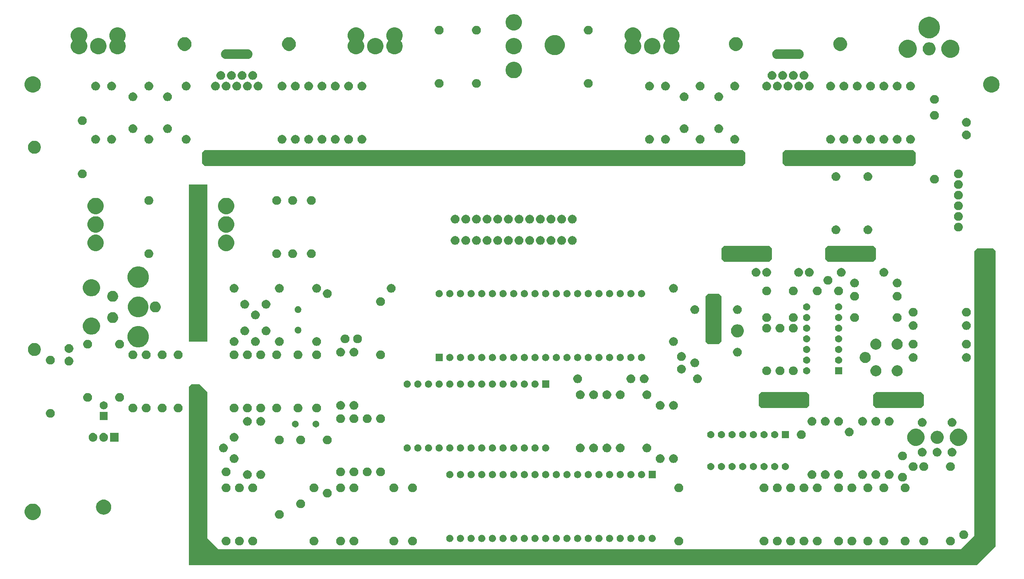
<source format=gbr>
G04 #@! TF.GenerationSoftware,KiCad,Pcbnew,(5.1.4)-1*
G04 #@! TF.CreationDate,2020-12-20T11:18:11+01:00*
G04 #@! TF.ProjectId,JrBoard,4a72426f-6172-4642-9e6b-696361645f70,rev?*
G04 #@! TF.SameCoordinates,Original*
G04 #@! TF.FileFunction,Soldermask,Bot*
G04 #@! TF.FilePolarity,Negative*
%FSLAX46Y46*%
G04 Gerber Fmt 4.6, Leading zero omitted, Abs format (unit mm)*
G04 Created by KiCad (PCBNEW (5.1.4)-1) date 2020-12-20 11:18:11*
%MOMM*%
%LPD*%
G04 APERTURE LIST*
%ADD10C,0.100000*%
G04 APERTURE END LIST*
D10*
G36*
X264760000Y-79435000D02*
G01*
X264760000Y-149920000D01*
X260315000Y-154365000D01*
X72355000Y-154365000D01*
X72355000Y-111820000D01*
X72990000Y-111185000D01*
X74895000Y-111185000D01*
X76800000Y-113090000D01*
X76800000Y-147963223D01*
X76802402Y-147987609D01*
X76809515Y-148011058D01*
X76821066Y-148032669D01*
X76836611Y-148051611D01*
X79303389Y-150518389D01*
X79322331Y-150533934D01*
X79343942Y-150545485D01*
X79367391Y-150552598D01*
X79391777Y-150555000D01*
X256453223Y-150555000D01*
X256477609Y-150552598D01*
X256501058Y-150545485D01*
X256522669Y-150533934D01*
X256541611Y-150518389D01*
X259643389Y-147416611D01*
X259658934Y-147397669D01*
X259670485Y-147376058D01*
X259677598Y-147352609D01*
X259680000Y-147328223D01*
X259680000Y-79435000D01*
X260315000Y-78800000D01*
X264125000Y-78800000D01*
X264760000Y-79435000D01*
X264760000Y-79435000D01*
G37*
G36*
X126001564Y-147639389D02*
G01*
X126192833Y-147718615D01*
X126192835Y-147718616D01*
X126308608Y-147795973D01*
X126364973Y-147833635D01*
X126511365Y-147980027D01*
X126626385Y-148152167D01*
X126705611Y-148343436D01*
X126746000Y-148546484D01*
X126746000Y-148753516D01*
X126705611Y-148956564D01*
X126626385Y-149147833D01*
X126626384Y-149147835D01*
X126511365Y-149319973D01*
X126364973Y-149466365D01*
X126192835Y-149581384D01*
X126192834Y-149581385D01*
X126192833Y-149581385D01*
X126001564Y-149660611D01*
X125798516Y-149701000D01*
X125591484Y-149701000D01*
X125388436Y-149660611D01*
X125197167Y-149581385D01*
X125197166Y-149581385D01*
X125197165Y-149581384D01*
X125025027Y-149466365D01*
X124878635Y-149319973D01*
X124763616Y-149147835D01*
X124763615Y-149147833D01*
X124684389Y-148956564D01*
X124644000Y-148753516D01*
X124644000Y-148546484D01*
X124684389Y-148343436D01*
X124763615Y-148152167D01*
X124878635Y-147980027D01*
X125025027Y-147833635D01*
X125081392Y-147795973D01*
X125197165Y-147718616D01*
X125197167Y-147718615D01*
X125388436Y-147639389D01*
X125591484Y-147599000D01*
X125798516Y-147599000D01*
X126001564Y-147639389D01*
X126001564Y-147639389D01*
G37*
G36*
X108856564Y-147639389D02*
G01*
X109047833Y-147718615D01*
X109047835Y-147718616D01*
X109163608Y-147795973D01*
X109219973Y-147833635D01*
X109366365Y-147980027D01*
X109481385Y-148152167D01*
X109560611Y-148343436D01*
X109601000Y-148546484D01*
X109601000Y-148753516D01*
X109560611Y-148956564D01*
X109481385Y-149147833D01*
X109481384Y-149147835D01*
X109366365Y-149319973D01*
X109219973Y-149466365D01*
X109047835Y-149581384D01*
X109047834Y-149581385D01*
X109047833Y-149581385D01*
X108856564Y-149660611D01*
X108653516Y-149701000D01*
X108446484Y-149701000D01*
X108243436Y-149660611D01*
X108052167Y-149581385D01*
X108052166Y-149581385D01*
X108052165Y-149581384D01*
X107880027Y-149466365D01*
X107733635Y-149319973D01*
X107618616Y-149147835D01*
X107618615Y-149147833D01*
X107539389Y-148956564D01*
X107499000Y-148753516D01*
X107499000Y-148546484D01*
X107539389Y-148343436D01*
X107618615Y-148152167D01*
X107733635Y-147980027D01*
X107880027Y-147833635D01*
X107936392Y-147795973D01*
X108052165Y-147718616D01*
X108052167Y-147718615D01*
X108243436Y-147639389D01*
X108446484Y-147599000D01*
X108653516Y-147599000D01*
X108856564Y-147639389D01*
X108856564Y-147639389D01*
G37*
G36*
X102506564Y-147639389D02*
G01*
X102697833Y-147718615D01*
X102697835Y-147718616D01*
X102813608Y-147795973D01*
X102869973Y-147833635D01*
X103016365Y-147980027D01*
X103131385Y-148152167D01*
X103210611Y-148343436D01*
X103251000Y-148546484D01*
X103251000Y-148753516D01*
X103210611Y-148956564D01*
X103131385Y-149147833D01*
X103131384Y-149147835D01*
X103016365Y-149319973D01*
X102869973Y-149466365D01*
X102697835Y-149581384D01*
X102697834Y-149581385D01*
X102697833Y-149581385D01*
X102506564Y-149660611D01*
X102303516Y-149701000D01*
X102096484Y-149701000D01*
X101893436Y-149660611D01*
X101702167Y-149581385D01*
X101702166Y-149581385D01*
X101702165Y-149581384D01*
X101530027Y-149466365D01*
X101383635Y-149319973D01*
X101268616Y-149147835D01*
X101268615Y-149147833D01*
X101189389Y-148956564D01*
X101149000Y-148753516D01*
X101149000Y-148546484D01*
X101189389Y-148343436D01*
X101268615Y-148152167D01*
X101383635Y-147980027D01*
X101530027Y-147833635D01*
X101586392Y-147795973D01*
X101702165Y-147718616D01*
X101702167Y-147718615D01*
X101893436Y-147639389D01*
X102096484Y-147599000D01*
X102303516Y-147599000D01*
X102506564Y-147639389D01*
X102506564Y-147639389D01*
G37*
G36*
X230776564Y-147639389D02*
G01*
X230967833Y-147718615D01*
X230967835Y-147718616D01*
X231083608Y-147795973D01*
X231139973Y-147833635D01*
X231286365Y-147980027D01*
X231401385Y-148152167D01*
X231480611Y-148343436D01*
X231521000Y-148546484D01*
X231521000Y-148753516D01*
X231480611Y-148956564D01*
X231401385Y-149147833D01*
X231401384Y-149147835D01*
X231286365Y-149319973D01*
X231139973Y-149466365D01*
X230967835Y-149581384D01*
X230967834Y-149581385D01*
X230967833Y-149581385D01*
X230776564Y-149660611D01*
X230573516Y-149701000D01*
X230366484Y-149701000D01*
X230163436Y-149660611D01*
X229972167Y-149581385D01*
X229972166Y-149581385D01*
X229972165Y-149581384D01*
X229800027Y-149466365D01*
X229653635Y-149319973D01*
X229538616Y-149147835D01*
X229538615Y-149147833D01*
X229459389Y-148956564D01*
X229419000Y-148753516D01*
X229419000Y-148546484D01*
X229459389Y-148343436D01*
X229538615Y-148152167D01*
X229653635Y-147980027D01*
X229800027Y-147833635D01*
X229856392Y-147795973D01*
X229972165Y-147718616D01*
X229972167Y-147718615D01*
X230163436Y-147639389D01*
X230366484Y-147599000D01*
X230573516Y-147599000D01*
X230776564Y-147639389D01*
X230776564Y-147639389D01*
G37*
G36*
X238396564Y-147639389D02*
G01*
X238587833Y-147718615D01*
X238587835Y-147718616D01*
X238703608Y-147795973D01*
X238759973Y-147833635D01*
X238906365Y-147980027D01*
X239021385Y-148152167D01*
X239100611Y-148343436D01*
X239141000Y-148546484D01*
X239141000Y-148753516D01*
X239100611Y-148956564D01*
X239021385Y-149147833D01*
X239021384Y-149147835D01*
X238906365Y-149319973D01*
X238759973Y-149466365D01*
X238587835Y-149581384D01*
X238587834Y-149581385D01*
X238587833Y-149581385D01*
X238396564Y-149660611D01*
X238193516Y-149701000D01*
X237986484Y-149701000D01*
X237783436Y-149660611D01*
X237592167Y-149581385D01*
X237592166Y-149581385D01*
X237592165Y-149581384D01*
X237420027Y-149466365D01*
X237273635Y-149319973D01*
X237158616Y-149147835D01*
X237158615Y-149147833D01*
X237079389Y-148956564D01*
X237039000Y-148753516D01*
X237039000Y-148546484D01*
X237079389Y-148343436D01*
X237158615Y-148152167D01*
X237273635Y-147980027D01*
X237420027Y-147833635D01*
X237476392Y-147795973D01*
X237592165Y-147718616D01*
X237592167Y-147718615D01*
X237783436Y-147639389D01*
X237986484Y-147599000D01*
X238193516Y-147599000D01*
X238396564Y-147639389D01*
X238396564Y-147639389D01*
G37*
G36*
X247921564Y-147639389D02*
G01*
X248112833Y-147718615D01*
X248112835Y-147718616D01*
X248228608Y-147795973D01*
X248284973Y-147833635D01*
X248431365Y-147980027D01*
X248546385Y-148152167D01*
X248625611Y-148343436D01*
X248666000Y-148546484D01*
X248666000Y-148753516D01*
X248625611Y-148956564D01*
X248546385Y-149147833D01*
X248546384Y-149147835D01*
X248431365Y-149319973D01*
X248284973Y-149466365D01*
X248112835Y-149581384D01*
X248112834Y-149581385D01*
X248112833Y-149581385D01*
X247921564Y-149660611D01*
X247718516Y-149701000D01*
X247511484Y-149701000D01*
X247308436Y-149660611D01*
X247117167Y-149581385D01*
X247117166Y-149581385D01*
X247117165Y-149581384D01*
X246945027Y-149466365D01*
X246798635Y-149319973D01*
X246683616Y-149147835D01*
X246683615Y-149147833D01*
X246604389Y-148956564D01*
X246564000Y-148753516D01*
X246564000Y-148546484D01*
X246604389Y-148343436D01*
X246683615Y-148152167D01*
X246798635Y-147980027D01*
X246945027Y-147833635D01*
X247001392Y-147795973D01*
X247117165Y-147718616D01*
X247117167Y-147718615D01*
X247308436Y-147639389D01*
X247511484Y-147599000D01*
X247718516Y-147599000D01*
X247921564Y-147639389D01*
X247921564Y-147639389D01*
G37*
G36*
X254271564Y-147639389D02*
G01*
X254462833Y-147718615D01*
X254462835Y-147718616D01*
X254578608Y-147795973D01*
X254634973Y-147833635D01*
X254781365Y-147980027D01*
X254896385Y-148152167D01*
X254975611Y-148343436D01*
X255016000Y-148546484D01*
X255016000Y-148753516D01*
X254975611Y-148956564D01*
X254896385Y-149147833D01*
X254896384Y-149147835D01*
X254781365Y-149319973D01*
X254634973Y-149466365D01*
X254462835Y-149581384D01*
X254462834Y-149581385D01*
X254462833Y-149581385D01*
X254271564Y-149660611D01*
X254068516Y-149701000D01*
X253861484Y-149701000D01*
X253658436Y-149660611D01*
X253467167Y-149581385D01*
X253467166Y-149581385D01*
X253467165Y-149581384D01*
X253295027Y-149466365D01*
X253148635Y-149319973D01*
X253033616Y-149147835D01*
X253033615Y-149147833D01*
X252954389Y-148956564D01*
X252914000Y-148753516D01*
X252914000Y-148546484D01*
X252954389Y-148343436D01*
X253033615Y-148152167D01*
X253148635Y-147980027D01*
X253295027Y-147833635D01*
X253351392Y-147795973D01*
X253467165Y-147718616D01*
X253467167Y-147718615D01*
X253658436Y-147639389D01*
X253861484Y-147599000D01*
X254068516Y-147599000D01*
X254271564Y-147639389D01*
X254271564Y-147639389D01*
G37*
G36*
X189501564Y-147639389D02*
G01*
X189692833Y-147718615D01*
X189692835Y-147718616D01*
X189808608Y-147795973D01*
X189864973Y-147833635D01*
X190011365Y-147980027D01*
X190126385Y-148152167D01*
X190205611Y-148343436D01*
X190246000Y-148546484D01*
X190246000Y-148753516D01*
X190205611Y-148956564D01*
X190126385Y-149147833D01*
X190126384Y-149147835D01*
X190011365Y-149319973D01*
X189864973Y-149466365D01*
X189692835Y-149581384D01*
X189692834Y-149581385D01*
X189692833Y-149581385D01*
X189501564Y-149660611D01*
X189298516Y-149701000D01*
X189091484Y-149701000D01*
X188888436Y-149660611D01*
X188697167Y-149581385D01*
X188697166Y-149581385D01*
X188697165Y-149581384D01*
X188525027Y-149466365D01*
X188378635Y-149319973D01*
X188263616Y-149147835D01*
X188263615Y-149147833D01*
X188184389Y-148956564D01*
X188144000Y-148753516D01*
X188144000Y-148546484D01*
X188184389Y-148343436D01*
X188263615Y-148152167D01*
X188378635Y-147980027D01*
X188525027Y-147833635D01*
X188581392Y-147795973D01*
X188697165Y-147718616D01*
X188697167Y-147718615D01*
X188888436Y-147639389D01*
X189091484Y-147599000D01*
X189298516Y-147599000D01*
X189501564Y-147639389D01*
X189501564Y-147639389D01*
G37*
G36*
X243476564Y-147639389D02*
G01*
X243667833Y-147718615D01*
X243667835Y-147718616D01*
X243783608Y-147795973D01*
X243839973Y-147833635D01*
X243986365Y-147980027D01*
X244101385Y-148152167D01*
X244180611Y-148343436D01*
X244221000Y-148546484D01*
X244221000Y-148753516D01*
X244180611Y-148956564D01*
X244101385Y-149147833D01*
X244101384Y-149147835D01*
X243986365Y-149319973D01*
X243839973Y-149466365D01*
X243667835Y-149581384D01*
X243667834Y-149581385D01*
X243667833Y-149581385D01*
X243476564Y-149660611D01*
X243273516Y-149701000D01*
X243066484Y-149701000D01*
X242863436Y-149660611D01*
X242672167Y-149581385D01*
X242672166Y-149581385D01*
X242672165Y-149581384D01*
X242500027Y-149466365D01*
X242353635Y-149319973D01*
X242238616Y-149147835D01*
X242238615Y-149147833D01*
X242159389Y-148956564D01*
X242119000Y-148753516D01*
X242119000Y-148546484D01*
X242159389Y-148343436D01*
X242238615Y-148152167D01*
X242353635Y-147980027D01*
X242500027Y-147833635D01*
X242556392Y-147795973D01*
X242672165Y-147718616D01*
X242672167Y-147718615D01*
X242863436Y-147639389D01*
X243066484Y-147599000D01*
X243273516Y-147599000D01*
X243476564Y-147639389D01*
X243476564Y-147639389D01*
G37*
G36*
X87901564Y-147639389D02*
G01*
X88092833Y-147718615D01*
X88092835Y-147718616D01*
X88208608Y-147795973D01*
X88264973Y-147833635D01*
X88411365Y-147980027D01*
X88526385Y-148152167D01*
X88605611Y-148343436D01*
X88646000Y-148546484D01*
X88646000Y-148753516D01*
X88605611Y-148956564D01*
X88526385Y-149147833D01*
X88526384Y-149147835D01*
X88411365Y-149319973D01*
X88264973Y-149466365D01*
X88092835Y-149581384D01*
X88092834Y-149581385D01*
X88092833Y-149581385D01*
X87901564Y-149660611D01*
X87698516Y-149701000D01*
X87491484Y-149701000D01*
X87288436Y-149660611D01*
X87097167Y-149581385D01*
X87097166Y-149581385D01*
X87097165Y-149581384D01*
X86925027Y-149466365D01*
X86778635Y-149319973D01*
X86663616Y-149147835D01*
X86663615Y-149147833D01*
X86584389Y-148956564D01*
X86544000Y-148753516D01*
X86544000Y-148546484D01*
X86584389Y-148343436D01*
X86663615Y-148152167D01*
X86778635Y-147980027D01*
X86925027Y-147833635D01*
X86981392Y-147795973D01*
X87097165Y-147718616D01*
X87097167Y-147718615D01*
X87288436Y-147639389D01*
X87491484Y-147599000D01*
X87698516Y-147599000D01*
X87901564Y-147639389D01*
X87901564Y-147639389D01*
G37*
G36*
X84726564Y-147639389D02*
G01*
X84917833Y-147718615D01*
X84917835Y-147718616D01*
X85033608Y-147795973D01*
X85089973Y-147833635D01*
X85236365Y-147980027D01*
X85351385Y-148152167D01*
X85430611Y-148343436D01*
X85471000Y-148546484D01*
X85471000Y-148753516D01*
X85430611Y-148956564D01*
X85351385Y-149147833D01*
X85351384Y-149147835D01*
X85236365Y-149319973D01*
X85089973Y-149466365D01*
X84917835Y-149581384D01*
X84917834Y-149581385D01*
X84917833Y-149581385D01*
X84726564Y-149660611D01*
X84523516Y-149701000D01*
X84316484Y-149701000D01*
X84113436Y-149660611D01*
X83922167Y-149581385D01*
X83922166Y-149581385D01*
X83922165Y-149581384D01*
X83750027Y-149466365D01*
X83603635Y-149319973D01*
X83488616Y-149147835D01*
X83488615Y-149147833D01*
X83409389Y-148956564D01*
X83369000Y-148753516D01*
X83369000Y-148546484D01*
X83409389Y-148343436D01*
X83488615Y-148152167D01*
X83603635Y-147980027D01*
X83750027Y-147833635D01*
X83806392Y-147795973D01*
X83922165Y-147718616D01*
X83922167Y-147718615D01*
X84113436Y-147639389D01*
X84316484Y-147599000D01*
X84523516Y-147599000D01*
X84726564Y-147639389D01*
X84726564Y-147639389D01*
G37*
G36*
X112031564Y-147639389D02*
G01*
X112222833Y-147718615D01*
X112222835Y-147718616D01*
X112338608Y-147795973D01*
X112394973Y-147833635D01*
X112541365Y-147980027D01*
X112656385Y-148152167D01*
X112735611Y-148343436D01*
X112776000Y-148546484D01*
X112776000Y-148753516D01*
X112735611Y-148956564D01*
X112656385Y-149147833D01*
X112656384Y-149147835D01*
X112541365Y-149319973D01*
X112394973Y-149466365D01*
X112222835Y-149581384D01*
X112222834Y-149581385D01*
X112222833Y-149581385D01*
X112031564Y-149660611D01*
X111828516Y-149701000D01*
X111621484Y-149701000D01*
X111418436Y-149660611D01*
X111227167Y-149581385D01*
X111227166Y-149581385D01*
X111227165Y-149581384D01*
X111055027Y-149466365D01*
X110908635Y-149319973D01*
X110793616Y-149147835D01*
X110793615Y-149147833D01*
X110714389Y-148956564D01*
X110674000Y-148753516D01*
X110674000Y-148546484D01*
X110714389Y-148343436D01*
X110793615Y-148152167D01*
X110908635Y-147980027D01*
X111055027Y-147833635D01*
X111111392Y-147795973D01*
X111227165Y-147718616D01*
X111227167Y-147718615D01*
X111418436Y-147639389D01*
X111621484Y-147599000D01*
X111828516Y-147599000D01*
X112031564Y-147639389D01*
X112031564Y-147639389D01*
G37*
G36*
X216171564Y-147639389D02*
G01*
X216362833Y-147718615D01*
X216362835Y-147718616D01*
X216478608Y-147795973D01*
X216534973Y-147833635D01*
X216681365Y-147980027D01*
X216796385Y-148152167D01*
X216875611Y-148343436D01*
X216916000Y-148546484D01*
X216916000Y-148753516D01*
X216875611Y-148956564D01*
X216796385Y-149147833D01*
X216796384Y-149147835D01*
X216681365Y-149319973D01*
X216534973Y-149466365D01*
X216362835Y-149581384D01*
X216362834Y-149581385D01*
X216362833Y-149581385D01*
X216171564Y-149660611D01*
X215968516Y-149701000D01*
X215761484Y-149701000D01*
X215558436Y-149660611D01*
X215367167Y-149581385D01*
X215367166Y-149581385D01*
X215367165Y-149581384D01*
X215195027Y-149466365D01*
X215048635Y-149319973D01*
X214933616Y-149147835D01*
X214933615Y-149147833D01*
X214854389Y-148956564D01*
X214814000Y-148753516D01*
X214814000Y-148546484D01*
X214854389Y-148343436D01*
X214933615Y-148152167D01*
X215048635Y-147980027D01*
X215195027Y-147833635D01*
X215251392Y-147795973D01*
X215367165Y-147718616D01*
X215367167Y-147718615D01*
X215558436Y-147639389D01*
X215761484Y-147599000D01*
X215968516Y-147599000D01*
X216171564Y-147639389D01*
X216171564Y-147639389D01*
G37*
G36*
X121556564Y-147639389D02*
G01*
X121747833Y-147718615D01*
X121747835Y-147718616D01*
X121863608Y-147795973D01*
X121919973Y-147833635D01*
X122066365Y-147980027D01*
X122181385Y-148152167D01*
X122260611Y-148343436D01*
X122301000Y-148546484D01*
X122301000Y-148753516D01*
X122260611Y-148956564D01*
X122181385Y-149147833D01*
X122181384Y-149147835D01*
X122066365Y-149319973D01*
X121919973Y-149466365D01*
X121747835Y-149581384D01*
X121747834Y-149581385D01*
X121747833Y-149581385D01*
X121556564Y-149660611D01*
X121353516Y-149701000D01*
X121146484Y-149701000D01*
X120943436Y-149660611D01*
X120752167Y-149581385D01*
X120752166Y-149581385D01*
X120752165Y-149581384D01*
X120580027Y-149466365D01*
X120433635Y-149319973D01*
X120318616Y-149147835D01*
X120318615Y-149147833D01*
X120239389Y-148956564D01*
X120199000Y-148753516D01*
X120199000Y-148546484D01*
X120239389Y-148343436D01*
X120318615Y-148152167D01*
X120433635Y-147980027D01*
X120580027Y-147833635D01*
X120636392Y-147795973D01*
X120752165Y-147718616D01*
X120752167Y-147718615D01*
X120943436Y-147639389D01*
X121146484Y-147599000D01*
X121353516Y-147599000D01*
X121556564Y-147639389D01*
X121556564Y-147639389D01*
G37*
G36*
X234586564Y-147639389D02*
G01*
X234777833Y-147718615D01*
X234777835Y-147718616D01*
X234893608Y-147795973D01*
X234949973Y-147833635D01*
X235096365Y-147980027D01*
X235211385Y-148152167D01*
X235290611Y-148343436D01*
X235331000Y-148546484D01*
X235331000Y-148753516D01*
X235290611Y-148956564D01*
X235211385Y-149147833D01*
X235211384Y-149147835D01*
X235096365Y-149319973D01*
X234949973Y-149466365D01*
X234777835Y-149581384D01*
X234777834Y-149581385D01*
X234777833Y-149581385D01*
X234586564Y-149660611D01*
X234383516Y-149701000D01*
X234176484Y-149701000D01*
X233973436Y-149660611D01*
X233782167Y-149581385D01*
X233782166Y-149581385D01*
X233782165Y-149581384D01*
X233610027Y-149466365D01*
X233463635Y-149319973D01*
X233348616Y-149147835D01*
X233348615Y-149147833D01*
X233269389Y-148956564D01*
X233229000Y-148753516D01*
X233229000Y-148546484D01*
X233269389Y-148343436D01*
X233348615Y-148152167D01*
X233463635Y-147980027D01*
X233610027Y-147833635D01*
X233666392Y-147795973D01*
X233782165Y-147718616D01*
X233782167Y-147718615D01*
X233973436Y-147639389D01*
X234176484Y-147599000D01*
X234383516Y-147599000D01*
X234586564Y-147639389D01*
X234586564Y-147639389D01*
G37*
G36*
X227601564Y-147639389D02*
G01*
X227792833Y-147718615D01*
X227792835Y-147718616D01*
X227908608Y-147795973D01*
X227964973Y-147833635D01*
X228111365Y-147980027D01*
X228226385Y-148152167D01*
X228305611Y-148343436D01*
X228346000Y-148546484D01*
X228346000Y-148753516D01*
X228305611Y-148956564D01*
X228226385Y-149147833D01*
X228226384Y-149147835D01*
X228111365Y-149319973D01*
X227964973Y-149466365D01*
X227792835Y-149581384D01*
X227792834Y-149581385D01*
X227792833Y-149581385D01*
X227601564Y-149660611D01*
X227398516Y-149701000D01*
X227191484Y-149701000D01*
X226988436Y-149660611D01*
X226797167Y-149581385D01*
X226797166Y-149581385D01*
X226797165Y-149581384D01*
X226625027Y-149466365D01*
X226478635Y-149319973D01*
X226363616Y-149147835D01*
X226363615Y-149147833D01*
X226284389Y-148956564D01*
X226244000Y-148753516D01*
X226244000Y-148546484D01*
X226284389Y-148343436D01*
X226363615Y-148152167D01*
X226478635Y-147980027D01*
X226625027Y-147833635D01*
X226681392Y-147795973D01*
X226797165Y-147718616D01*
X226797167Y-147718615D01*
X226988436Y-147639389D01*
X227191484Y-147599000D01*
X227398516Y-147599000D01*
X227601564Y-147639389D01*
X227601564Y-147639389D01*
G37*
G36*
X222521564Y-147639389D02*
G01*
X222712833Y-147718615D01*
X222712835Y-147718616D01*
X222828608Y-147795973D01*
X222884973Y-147833635D01*
X223031365Y-147980027D01*
X223146385Y-148152167D01*
X223225611Y-148343436D01*
X223266000Y-148546484D01*
X223266000Y-148753516D01*
X223225611Y-148956564D01*
X223146385Y-149147833D01*
X223146384Y-149147835D01*
X223031365Y-149319973D01*
X222884973Y-149466365D01*
X222712835Y-149581384D01*
X222712834Y-149581385D01*
X222712833Y-149581385D01*
X222521564Y-149660611D01*
X222318516Y-149701000D01*
X222111484Y-149701000D01*
X221908436Y-149660611D01*
X221717167Y-149581385D01*
X221717166Y-149581385D01*
X221717165Y-149581384D01*
X221545027Y-149466365D01*
X221398635Y-149319973D01*
X221283616Y-149147835D01*
X221283615Y-149147833D01*
X221204389Y-148956564D01*
X221164000Y-148753516D01*
X221164000Y-148546484D01*
X221204389Y-148343436D01*
X221283615Y-148152167D01*
X221398635Y-147980027D01*
X221545027Y-147833635D01*
X221601392Y-147795973D01*
X221717165Y-147718616D01*
X221717167Y-147718615D01*
X221908436Y-147639389D01*
X222111484Y-147599000D01*
X222318516Y-147599000D01*
X222521564Y-147639389D01*
X222521564Y-147639389D01*
G37*
G36*
X212996564Y-147639389D02*
G01*
X213187833Y-147718615D01*
X213187835Y-147718616D01*
X213303608Y-147795973D01*
X213359973Y-147833635D01*
X213506365Y-147980027D01*
X213621385Y-148152167D01*
X213700611Y-148343436D01*
X213741000Y-148546484D01*
X213741000Y-148753516D01*
X213700611Y-148956564D01*
X213621385Y-149147833D01*
X213621384Y-149147835D01*
X213506365Y-149319973D01*
X213359973Y-149466365D01*
X213187835Y-149581384D01*
X213187834Y-149581385D01*
X213187833Y-149581385D01*
X212996564Y-149660611D01*
X212793516Y-149701000D01*
X212586484Y-149701000D01*
X212383436Y-149660611D01*
X212192167Y-149581385D01*
X212192166Y-149581385D01*
X212192165Y-149581384D01*
X212020027Y-149466365D01*
X211873635Y-149319973D01*
X211758616Y-149147835D01*
X211758615Y-149147833D01*
X211679389Y-148956564D01*
X211639000Y-148753516D01*
X211639000Y-148546484D01*
X211679389Y-148343436D01*
X211758615Y-148152167D01*
X211873635Y-147980027D01*
X212020027Y-147833635D01*
X212076392Y-147795973D01*
X212192165Y-147718616D01*
X212192167Y-147718615D01*
X212383436Y-147639389D01*
X212586484Y-147599000D01*
X212793516Y-147599000D01*
X212996564Y-147639389D01*
X212996564Y-147639389D01*
G37*
G36*
X219346564Y-147639389D02*
G01*
X219537833Y-147718615D01*
X219537835Y-147718616D01*
X219653608Y-147795973D01*
X219709973Y-147833635D01*
X219856365Y-147980027D01*
X219971385Y-148152167D01*
X220050611Y-148343436D01*
X220091000Y-148546484D01*
X220091000Y-148753516D01*
X220050611Y-148956564D01*
X219971385Y-149147833D01*
X219971384Y-149147835D01*
X219856365Y-149319973D01*
X219709973Y-149466365D01*
X219537835Y-149581384D01*
X219537834Y-149581385D01*
X219537833Y-149581385D01*
X219346564Y-149660611D01*
X219143516Y-149701000D01*
X218936484Y-149701000D01*
X218733436Y-149660611D01*
X218542167Y-149581385D01*
X218542166Y-149581385D01*
X218542165Y-149581384D01*
X218370027Y-149466365D01*
X218223635Y-149319973D01*
X218108616Y-149147835D01*
X218108615Y-149147833D01*
X218029389Y-148956564D01*
X217989000Y-148753516D01*
X217989000Y-148546484D01*
X218029389Y-148343436D01*
X218108615Y-148152167D01*
X218223635Y-147980027D01*
X218370027Y-147833635D01*
X218426392Y-147795973D01*
X218542165Y-147718616D01*
X218542167Y-147718615D01*
X218733436Y-147639389D01*
X218936484Y-147599000D01*
X219143516Y-147599000D01*
X219346564Y-147639389D01*
X219346564Y-147639389D01*
G37*
G36*
X209821564Y-147639389D02*
G01*
X210012833Y-147718615D01*
X210012835Y-147718616D01*
X210128608Y-147795973D01*
X210184973Y-147833635D01*
X210331365Y-147980027D01*
X210446385Y-148152167D01*
X210525611Y-148343436D01*
X210566000Y-148546484D01*
X210566000Y-148753516D01*
X210525611Y-148956564D01*
X210446385Y-149147833D01*
X210446384Y-149147835D01*
X210331365Y-149319973D01*
X210184973Y-149466365D01*
X210012835Y-149581384D01*
X210012834Y-149581385D01*
X210012833Y-149581385D01*
X209821564Y-149660611D01*
X209618516Y-149701000D01*
X209411484Y-149701000D01*
X209208436Y-149660611D01*
X209017167Y-149581385D01*
X209017166Y-149581385D01*
X209017165Y-149581384D01*
X208845027Y-149466365D01*
X208698635Y-149319973D01*
X208583616Y-149147835D01*
X208583615Y-149147833D01*
X208504389Y-148956564D01*
X208464000Y-148753516D01*
X208464000Y-148546484D01*
X208504389Y-148343436D01*
X208583615Y-148152167D01*
X208698635Y-147980027D01*
X208845027Y-147833635D01*
X208901392Y-147795973D01*
X209017165Y-147718616D01*
X209017167Y-147718615D01*
X209208436Y-147639389D01*
X209411484Y-147599000D01*
X209618516Y-147599000D01*
X209821564Y-147639389D01*
X209821564Y-147639389D01*
G37*
G36*
X81551564Y-147639389D02*
G01*
X81742833Y-147718615D01*
X81742835Y-147718616D01*
X81858608Y-147795973D01*
X81914973Y-147833635D01*
X82061365Y-147980027D01*
X82176385Y-148152167D01*
X82255611Y-148343436D01*
X82296000Y-148546484D01*
X82296000Y-148753516D01*
X82255611Y-148956564D01*
X82176385Y-149147833D01*
X82176384Y-149147835D01*
X82061365Y-149319973D01*
X81914973Y-149466365D01*
X81742835Y-149581384D01*
X81742834Y-149581385D01*
X81742833Y-149581385D01*
X81551564Y-149660611D01*
X81348516Y-149701000D01*
X81141484Y-149701000D01*
X80938436Y-149660611D01*
X80747167Y-149581385D01*
X80747166Y-149581385D01*
X80747165Y-149581384D01*
X80575027Y-149466365D01*
X80428635Y-149319973D01*
X80313616Y-149147835D01*
X80313615Y-149147833D01*
X80234389Y-148956564D01*
X80194000Y-148753516D01*
X80194000Y-148546484D01*
X80234389Y-148343436D01*
X80313615Y-148152167D01*
X80428635Y-147980027D01*
X80575027Y-147833635D01*
X80631392Y-147795973D01*
X80747165Y-147718616D01*
X80747167Y-147718615D01*
X80938436Y-147639389D01*
X81141484Y-147599000D01*
X81348516Y-147599000D01*
X81551564Y-147639389D01*
X81551564Y-147639389D01*
G37*
G36*
X170311823Y-147176313D02*
G01*
X170472242Y-147224976D01*
X170604906Y-147295886D01*
X170620078Y-147303996D01*
X170749659Y-147410341D01*
X170856004Y-147539922D01*
X170856005Y-147539924D01*
X170935024Y-147687758D01*
X170983687Y-147848177D01*
X171000117Y-148015000D01*
X170983687Y-148181823D01*
X170935024Y-148342242D01*
X170864114Y-148474906D01*
X170856004Y-148490078D01*
X170749659Y-148619659D01*
X170620078Y-148726004D01*
X170620076Y-148726005D01*
X170472242Y-148805024D01*
X170311823Y-148853687D01*
X170186804Y-148866000D01*
X170103196Y-148866000D01*
X169978177Y-148853687D01*
X169817758Y-148805024D01*
X169669924Y-148726005D01*
X169669922Y-148726004D01*
X169540341Y-148619659D01*
X169433996Y-148490078D01*
X169425886Y-148474906D01*
X169354976Y-148342242D01*
X169306313Y-148181823D01*
X169289883Y-148015000D01*
X169306313Y-147848177D01*
X169354976Y-147687758D01*
X169433995Y-147539924D01*
X169433996Y-147539922D01*
X169540341Y-147410341D01*
X169669922Y-147303996D01*
X169685094Y-147295886D01*
X169817758Y-147224976D01*
X169978177Y-147176313D01*
X170103196Y-147164000D01*
X170186804Y-147164000D01*
X170311823Y-147176313D01*
X170311823Y-147176313D01*
G37*
G36*
X165231823Y-147176313D02*
G01*
X165392242Y-147224976D01*
X165524906Y-147295886D01*
X165540078Y-147303996D01*
X165669659Y-147410341D01*
X165776004Y-147539922D01*
X165776005Y-147539924D01*
X165855024Y-147687758D01*
X165903687Y-147848177D01*
X165920117Y-148015000D01*
X165903687Y-148181823D01*
X165855024Y-148342242D01*
X165784114Y-148474906D01*
X165776004Y-148490078D01*
X165669659Y-148619659D01*
X165540078Y-148726004D01*
X165540076Y-148726005D01*
X165392242Y-148805024D01*
X165231823Y-148853687D01*
X165106804Y-148866000D01*
X165023196Y-148866000D01*
X164898177Y-148853687D01*
X164737758Y-148805024D01*
X164589924Y-148726005D01*
X164589922Y-148726004D01*
X164460341Y-148619659D01*
X164353996Y-148490078D01*
X164345886Y-148474906D01*
X164274976Y-148342242D01*
X164226313Y-148181823D01*
X164209883Y-148015000D01*
X164226313Y-147848177D01*
X164274976Y-147687758D01*
X164353995Y-147539924D01*
X164353996Y-147539922D01*
X164460341Y-147410341D01*
X164589922Y-147303996D01*
X164605094Y-147295886D01*
X164737758Y-147224976D01*
X164898177Y-147176313D01*
X165023196Y-147164000D01*
X165106804Y-147164000D01*
X165231823Y-147176313D01*
X165231823Y-147176313D01*
G37*
G36*
X160151823Y-147176313D02*
G01*
X160312242Y-147224976D01*
X160444906Y-147295886D01*
X160460078Y-147303996D01*
X160589659Y-147410341D01*
X160696004Y-147539922D01*
X160696005Y-147539924D01*
X160775024Y-147687758D01*
X160823687Y-147848177D01*
X160840117Y-148015000D01*
X160823687Y-148181823D01*
X160775024Y-148342242D01*
X160704114Y-148474906D01*
X160696004Y-148490078D01*
X160589659Y-148619659D01*
X160460078Y-148726004D01*
X160460076Y-148726005D01*
X160312242Y-148805024D01*
X160151823Y-148853687D01*
X160026804Y-148866000D01*
X159943196Y-148866000D01*
X159818177Y-148853687D01*
X159657758Y-148805024D01*
X159509924Y-148726005D01*
X159509922Y-148726004D01*
X159380341Y-148619659D01*
X159273996Y-148490078D01*
X159265886Y-148474906D01*
X159194976Y-148342242D01*
X159146313Y-148181823D01*
X159129883Y-148015000D01*
X159146313Y-147848177D01*
X159194976Y-147687758D01*
X159273995Y-147539924D01*
X159273996Y-147539922D01*
X159380341Y-147410341D01*
X159509922Y-147303996D01*
X159525094Y-147295886D01*
X159657758Y-147224976D01*
X159818177Y-147176313D01*
X159943196Y-147164000D01*
X160026804Y-147164000D01*
X160151823Y-147176313D01*
X160151823Y-147176313D01*
G37*
G36*
X155071823Y-147176313D02*
G01*
X155232242Y-147224976D01*
X155364906Y-147295886D01*
X155380078Y-147303996D01*
X155509659Y-147410341D01*
X155616004Y-147539922D01*
X155616005Y-147539924D01*
X155695024Y-147687758D01*
X155743687Y-147848177D01*
X155760117Y-148015000D01*
X155743687Y-148181823D01*
X155695024Y-148342242D01*
X155624114Y-148474906D01*
X155616004Y-148490078D01*
X155509659Y-148619659D01*
X155380078Y-148726004D01*
X155380076Y-148726005D01*
X155232242Y-148805024D01*
X155071823Y-148853687D01*
X154946804Y-148866000D01*
X154863196Y-148866000D01*
X154738177Y-148853687D01*
X154577758Y-148805024D01*
X154429924Y-148726005D01*
X154429922Y-148726004D01*
X154300341Y-148619659D01*
X154193996Y-148490078D01*
X154185886Y-148474906D01*
X154114976Y-148342242D01*
X154066313Y-148181823D01*
X154049883Y-148015000D01*
X154066313Y-147848177D01*
X154114976Y-147687758D01*
X154193995Y-147539924D01*
X154193996Y-147539922D01*
X154300341Y-147410341D01*
X154429922Y-147303996D01*
X154445094Y-147295886D01*
X154577758Y-147224976D01*
X154738177Y-147176313D01*
X154863196Y-147164000D01*
X154946804Y-147164000D01*
X155071823Y-147176313D01*
X155071823Y-147176313D01*
G37*
G36*
X152531823Y-147176313D02*
G01*
X152692242Y-147224976D01*
X152824906Y-147295886D01*
X152840078Y-147303996D01*
X152969659Y-147410341D01*
X153076004Y-147539922D01*
X153076005Y-147539924D01*
X153155024Y-147687758D01*
X153203687Y-147848177D01*
X153220117Y-148015000D01*
X153203687Y-148181823D01*
X153155024Y-148342242D01*
X153084114Y-148474906D01*
X153076004Y-148490078D01*
X152969659Y-148619659D01*
X152840078Y-148726004D01*
X152840076Y-148726005D01*
X152692242Y-148805024D01*
X152531823Y-148853687D01*
X152406804Y-148866000D01*
X152323196Y-148866000D01*
X152198177Y-148853687D01*
X152037758Y-148805024D01*
X151889924Y-148726005D01*
X151889922Y-148726004D01*
X151760341Y-148619659D01*
X151653996Y-148490078D01*
X151645886Y-148474906D01*
X151574976Y-148342242D01*
X151526313Y-148181823D01*
X151509883Y-148015000D01*
X151526313Y-147848177D01*
X151574976Y-147687758D01*
X151653995Y-147539924D01*
X151653996Y-147539922D01*
X151760341Y-147410341D01*
X151889922Y-147303996D01*
X151905094Y-147295886D01*
X152037758Y-147224976D01*
X152198177Y-147176313D01*
X152323196Y-147164000D01*
X152406804Y-147164000D01*
X152531823Y-147176313D01*
X152531823Y-147176313D01*
G37*
G36*
X149991823Y-147176313D02*
G01*
X150152242Y-147224976D01*
X150284906Y-147295886D01*
X150300078Y-147303996D01*
X150429659Y-147410341D01*
X150536004Y-147539922D01*
X150536005Y-147539924D01*
X150615024Y-147687758D01*
X150663687Y-147848177D01*
X150680117Y-148015000D01*
X150663687Y-148181823D01*
X150615024Y-148342242D01*
X150544114Y-148474906D01*
X150536004Y-148490078D01*
X150429659Y-148619659D01*
X150300078Y-148726004D01*
X150300076Y-148726005D01*
X150152242Y-148805024D01*
X149991823Y-148853687D01*
X149866804Y-148866000D01*
X149783196Y-148866000D01*
X149658177Y-148853687D01*
X149497758Y-148805024D01*
X149349924Y-148726005D01*
X149349922Y-148726004D01*
X149220341Y-148619659D01*
X149113996Y-148490078D01*
X149105886Y-148474906D01*
X149034976Y-148342242D01*
X148986313Y-148181823D01*
X148969883Y-148015000D01*
X148986313Y-147848177D01*
X149034976Y-147687758D01*
X149113995Y-147539924D01*
X149113996Y-147539922D01*
X149220341Y-147410341D01*
X149349922Y-147303996D01*
X149365094Y-147295886D01*
X149497758Y-147224976D01*
X149658177Y-147176313D01*
X149783196Y-147164000D01*
X149866804Y-147164000D01*
X149991823Y-147176313D01*
X149991823Y-147176313D01*
G37*
G36*
X147451823Y-147176313D02*
G01*
X147612242Y-147224976D01*
X147744906Y-147295886D01*
X147760078Y-147303996D01*
X147889659Y-147410341D01*
X147996004Y-147539922D01*
X147996005Y-147539924D01*
X148075024Y-147687758D01*
X148123687Y-147848177D01*
X148140117Y-148015000D01*
X148123687Y-148181823D01*
X148075024Y-148342242D01*
X148004114Y-148474906D01*
X147996004Y-148490078D01*
X147889659Y-148619659D01*
X147760078Y-148726004D01*
X147760076Y-148726005D01*
X147612242Y-148805024D01*
X147451823Y-148853687D01*
X147326804Y-148866000D01*
X147243196Y-148866000D01*
X147118177Y-148853687D01*
X146957758Y-148805024D01*
X146809924Y-148726005D01*
X146809922Y-148726004D01*
X146680341Y-148619659D01*
X146573996Y-148490078D01*
X146565886Y-148474906D01*
X146494976Y-148342242D01*
X146446313Y-148181823D01*
X146429883Y-148015000D01*
X146446313Y-147848177D01*
X146494976Y-147687758D01*
X146573995Y-147539924D01*
X146573996Y-147539922D01*
X146680341Y-147410341D01*
X146809922Y-147303996D01*
X146825094Y-147295886D01*
X146957758Y-147224976D01*
X147118177Y-147176313D01*
X147243196Y-147164000D01*
X147326804Y-147164000D01*
X147451823Y-147176313D01*
X147451823Y-147176313D01*
G37*
G36*
X144911823Y-147176313D02*
G01*
X145072242Y-147224976D01*
X145204906Y-147295886D01*
X145220078Y-147303996D01*
X145349659Y-147410341D01*
X145456004Y-147539922D01*
X145456005Y-147539924D01*
X145535024Y-147687758D01*
X145583687Y-147848177D01*
X145600117Y-148015000D01*
X145583687Y-148181823D01*
X145535024Y-148342242D01*
X145464114Y-148474906D01*
X145456004Y-148490078D01*
X145349659Y-148619659D01*
X145220078Y-148726004D01*
X145220076Y-148726005D01*
X145072242Y-148805024D01*
X144911823Y-148853687D01*
X144786804Y-148866000D01*
X144703196Y-148866000D01*
X144578177Y-148853687D01*
X144417758Y-148805024D01*
X144269924Y-148726005D01*
X144269922Y-148726004D01*
X144140341Y-148619659D01*
X144033996Y-148490078D01*
X144025886Y-148474906D01*
X143954976Y-148342242D01*
X143906313Y-148181823D01*
X143889883Y-148015000D01*
X143906313Y-147848177D01*
X143954976Y-147687758D01*
X144033995Y-147539924D01*
X144033996Y-147539922D01*
X144140341Y-147410341D01*
X144269922Y-147303996D01*
X144285094Y-147295886D01*
X144417758Y-147224976D01*
X144578177Y-147176313D01*
X144703196Y-147164000D01*
X144786804Y-147164000D01*
X144911823Y-147176313D01*
X144911823Y-147176313D01*
G37*
G36*
X142371823Y-147176313D02*
G01*
X142532242Y-147224976D01*
X142664906Y-147295886D01*
X142680078Y-147303996D01*
X142809659Y-147410341D01*
X142916004Y-147539922D01*
X142916005Y-147539924D01*
X142995024Y-147687758D01*
X143043687Y-147848177D01*
X143060117Y-148015000D01*
X143043687Y-148181823D01*
X142995024Y-148342242D01*
X142924114Y-148474906D01*
X142916004Y-148490078D01*
X142809659Y-148619659D01*
X142680078Y-148726004D01*
X142680076Y-148726005D01*
X142532242Y-148805024D01*
X142371823Y-148853687D01*
X142246804Y-148866000D01*
X142163196Y-148866000D01*
X142038177Y-148853687D01*
X141877758Y-148805024D01*
X141729924Y-148726005D01*
X141729922Y-148726004D01*
X141600341Y-148619659D01*
X141493996Y-148490078D01*
X141485886Y-148474906D01*
X141414976Y-148342242D01*
X141366313Y-148181823D01*
X141349883Y-148015000D01*
X141366313Y-147848177D01*
X141414976Y-147687758D01*
X141493995Y-147539924D01*
X141493996Y-147539922D01*
X141600341Y-147410341D01*
X141729922Y-147303996D01*
X141745094Y-147295886D01*
X141877758Y-147224976D01*
X142038177Y-147176313D01*
X142163196Y-147164000D01*
X142246804Y-147164000D01*
X142371823Y-147176313D01*
X142371823Y-147176313D01*
G37*
G36*
X139831823Y-147176313D02*
G01*
X139992242Y-147224976D01*
X140124906Y-147295886D01*
X140140078Y-147303996D01*
X140269659Y-147410341D01*
X140376004Y-147539922D01*
X140376005Y-147539924D01*
X140455024Y-147687758D01*
X140503687Y-147848177D01*
X140520117Y-148015000D01*
X140503687Y-148181823D01*
X140455024Y-148342242D01*
X140384114Y-148474906D01*
X140376004Y-148490078D01*
X140269659Y-148619659D01*
X140140078Y-148726004D01*
X140140076Y-148726005D01*
X139992242Y-148805024D01*
X139831823Y-148853687D01*
X139706804Y-148866000D01*
X139623196Y-148866000D01*
X139498177Y-148853687D01*
X139337758Y-148805024D01*
X139189924Y-148726005D01*
X139189922Y-148726004D01*
X139060341Y-148619659D01*
X138953996Y-148490078D01*
X138945886Y-148474906D01*
X138874976Y-148342242D01*
X138826313Y-148181823D01*
X138809883Y-148015000D01*
X138826313Y-147848177D01*
X138874976Y-147687758D01*
X138953995Y-147539924D01*
X138953996Y-147539922D01*
X139060341Y-147410341D01*
X139189922Y-147303996D01*
X139205094Y-147295886D01*
X139337758Y-147224976D01*
X139498177Y-147176313D01*
X139623196Y-147164000D01*
X139706804Y-147164000D01*
X139831823Y-147176313D01*
X139831823Y-147176313D01*
G37*
G36*
X134751823Y-147176313D02*
G01*
X134912242Y-147224976D01*
X135044906Y-147295886D01*
X135060078Y-147303996D01*
X135189659Y-147410341D01*
X135296004Y-147539922D01*
X135296005Y-147539924D01*
X135375024Y-147687758D01*
X135423687Y-147848177D01*
X135440117Y-148015000D01*
X135423687Y-148181823D01*
X135375024Y-148342242D01*
X135304114Y-148474906D01*
X135296004Y-148490078D01*
X135189659Y-148619659D01*
X135060078Y-148726004D01*
X135060076Y-148726005D01*
X134912242Y-148805024D01*
X134751823Y-148853687D01*
X134626804Y-148866000D01*
X134543196Y-148866000D01*
X134418177Y-148853687D01*
X134257758Y-148805024D01*
X134109924Y-148726005D01*
X134109922Y-148726004D01*
X133980341Y-148619659D01*
X133873996Y-148490078D01*
X133865886Y-148474906D01*
X133794976Y-148342242D01*
X133746313Y-148181823D01*
X133729883Y-148015000D01*
X133746313Y-147848177D01*
X133794976Y-147687758D01*
X133873995Y-147539924D01*
X133873996Y-147539922D01*
X133980341Y-147410341D01*
X134109922Y-147303996D01*
X134125094Y-147295886D01*
X134257758Y-147224976D01*
X134418177Y-147176313D01*
X134543196Y-147164000D01*
X134626804Y-147164000D01*
X134751823Y-147176313D01*
X134751823Y-147176313D01*
G37*
G36*
X157611823Y-147176313D02*
G01*
X157772242Y-147224976D01*
X157904906Y-147295886D01*
X157920078Y-147303996D01*
X158049659Y-147410341D01*
X158156004Y-147539922D01*
X158156005Y-147539924D01*
X158235024Y-147687758D01*
X158283687Y-147848177D01*
X158300117Y-148015000D01*
X158283687Y-148181823D01*
X158235024Y-148342242D01*
X158164114Y-148474906D01*
X158156004Y-148490078D01*
X158049659Y-148619659D01*
X157920078Y-148726004D01*
X157920076Y-148726005D01*
X157772242Y-148805024D01*
X157611823Y-148853687D01*
X157486804Y-148866000D01*
X157403196Y-148866000D01*
X157278177Y-148853687D01*
X157117758Y-148805024D01*
X156969924Y-148726005D01*
X156969922Y-148726004D01*
X156840341Y-148619659D01*
X156733996Y-148490078D01*
X156725886Y-148474906D01*
X156654976Y-148342242D01*
X156606313Y-148181823D01*
X156589883Y-148015000D01*
X156606313Y-147848177D01*
X156654976Y-147687758D01*
X156733995Y-147539924D01*
X156733996Y-147539922D01*
X156840341Y-147410341D01*
X156969922Y-147303996D01*
X156985094Y-147295886D01*
X157117758Y-147224976D01*
X157278177Y-147176313D01*
X157403196Y-147164000D01*
X157486804Y-147164000D01*
X157611823Y-147176313D01*
X157611823Y-147176313D01*
G37*
G36*
X162691823Y-147176313D02*
G01*
X162852242Y-147224976D01*
X162984906Y-147295886D01*
X163000078Y-147303996D01*
X163129659Y-147410341D01*
X163236004Y-147539922D01*
X163236005Y-147539924D01*
X163315024Y-147687758D01*
X163363687Y-147848177D01*
X163380117Y-148015000D01*
X163363687Y-148181823D01*
X163315024Y-148342242D01*
X163244114Y-148474906D01*
X163236004Y-148490078D01*
X163129659Y-148619659D01*
X163000078Y-148726004D01*
X163000076Y-148726005D01*
X162852242Y-148805024D01*
X162691823Y-148853687D01*
X162566804Y-148866000D01*
X162483196Y-148866000D01*
X162358177Y-148853687D01*
X162197758Y-148805024D01*
X162049924Y-148726005D01*
X162049922Y-148726004D01*
X161920341Y-148619659D01*
X161813996Y-148490078D01*
X161805886Y-148474906D01*
X161734976Y-148342242D01*
X161686313Y-148181823D01*
X161669883Y-148015000D01*
X161686313Y-147848177D01*
X161734976Y-147687758D01*
X161813995Y-147539924D01*
X161813996Y-147539922D01*
X161920341Y-147410341D01*
X162049922Y-147303996D01*
X162065094Y-147295886D01*
X162197758Y-147224976D01*
X162358177Y-147176313D01*
X162483196Y-147164000D01*
X162566804Y-147164000D01*
X162691823Y-147176313D01*
X162691823Y-147176313D01*
G37*
G36*
X167771823Y-147176313D02*
G01*
X167932242Y-147224976D01*
X168064906Y-147295886D01*
X168080078Y-147303996D01*
X168209659Y-147410341D01*
X168316004Y-147539922D01*
X168316005Y-147539924D01*
X168395024Y-147687758D01*
X168443687Y-147848177D01*
X168460117Y-148015000D01*
X168443687Y-148181823D01*
X168395024Y-148342242D01*
X168324114Y-148474906D01*
X168316004Y-148490078D01*
X168209659Y-148619659D01*
X168080078Y-148726004D01*
X168080076Y-148726005D01*
X167932242Y-148805024D01*
X167771823Y-148853687D01*
X167646804Y-148866000D01*
X167563196Y-148866000D01*
X167438177Y-148853687D01*
X167277758Y-148805024D01*
X167129924Y-148726005D01*
X167129922Y-148726004D01*
X167000341Y-148619659D01*
X166893996Y-148490078D01*
X166885886Y-148474906D01*
X166814976Y-148342242D01*
X166766313Y-148181823D01*
X166749883Y-148015000D01*
X166766313Y-147848177D01*
X166814976Y-147687758D01*
X166893995Y-147539924D01*
X166893996Y-147539922D01*
X167000341Y-147410341D01*
X167129922Y-147303996D01*
X167145094Y-147295886D01*
X167277758Y-147224976D01*
X167438177Y-147176313D01*
X167563196Y-147164000D01*
X167646804Y-147164000D01*
X167771823Y-147176313D01*
X167771823Y-147176313D01*
G37*
G36*
X172851823Y-147176313D02*
G01*
X173012242Y-147224976D01*
X173144906Y-147295886D01*
X173160078Y-147303996D01*
X173289659Y-147410341D01*
X173396004Y-147539922D01*
X173396005Y-147539924D01*
X173475024Y-147687758D01*
X173523687Y-147848177D01*
X173540117Y-148015000D01*
X173523687Y-148181823D01*
X173475024Y-148342242D01*
X173404114Y-148474906D01*
X173396004Y-148490078D01*
X173289659Y-148619659D01*
X173160078Y-148726004D01*
X173160076Y-148726005D01*
X173012242Y-148805024D01*
X172851823Y-148853687D01*
X172726804Y-148866000D01*
X172643196Y-148866000D01*
X172518177Y-148853687D01*
X172357758Y-148805024D01*
X172209924Y-148726005D01*
X172209922Y-148726004D01*
X172080341Y-148619659D01*
X171973996Y-148490078D01*
X171965886Y-148474906D01*
X171894976Y-148342242D01*
X171846313Y-148181823D01*
X171829883Y-148015000D01*
X171846313Y-147848177D01*
X171894976Y-147687758D01*
X171973995Y-147539924D01*
X171973996Y-147539922D01*
X172080341Y-147410341D01*
X172209922Y-147303996D01*
X172225094Y-147295886D01*
X172357758Y-147224976D01*
X172518177Y-147176313D01*
X172643196Y-147164000D01*
X172726804Y-147164000D01*
X172851823Y-147176313D01*
X172851823Y-147176313D01*
G37*
G36*
X175391823Y-147176313D02*
G01*
X175552242Y-147224976D01*
X175684906Y-147295886D01*
X175700078Y-147303996D01*
X175829659Y-147410341D01*
X175936004Y-147539922D01*
X175936005Y-147539924D01*
X176015024Y-147687758D01*
X176063687Y-147848177D01*
X176080117Y-148015000D01*
X176063687Y-148181823D01*
X176015024Y-148342242D01*
X175944114Y-148474906D01*
X175936004Y-148490078D01*
X175829659Y-148619659D01*
X175700078Y-148726004D01*
X175700076Y-148726005D01*
X175552242Y-148805024D01*
X175391823Y-148853687D01*
X175266804Y-148866000D01*
X175183196Y-148866000D01*
X175058177Y-148853687D01*
X174897758Y-148805024D01*
X174749924Y-148726005D01*
X174749922Y-148726004D01*
X174620341Y-148619659D01*
X174513996Y-148490078D01*
X174505886Y-148474906D01*
X174434976Y-148342242D01*
X174386313Y-148181823D01*
X174369883Y-148015000D01*
X174386313Y-147848177D01*
X174434976Y-147687758D01*
X174513995Y-147539924D01*
X174513996Y-147539922D01*
X174620341Y-147410341D01*
X174749922Y-147303996D01*
X174765094Y-147295886D01*
X174897758Y-147224976D01*
X175058177Y-147176313D01*
X175183196Y-147164000D01*
X175266804Y-147164000D01*
X175391823Y-147176313D01*
X175391823Y-147176313D01*
G37*
G36*
X177931823Y-147176313D02*
G01*
X178092242Y-147224976D01*
X178224906Y-147295886D01*
X178240078Y-147303996D01*
X178369659Y-147410341D01*
X178476004Y-147539922D01*
X178476005Y-147539924D01*
X178555024Y-147687758D01*
X178603687Y-147848177D01*
X178620117Y-148015000D01*
X178603687Y-148181823D01*
X178555024Y-148342242D01*
X178484114Y-148474906D01*
X178476004Y-148490078D01*
X178369659Y-148619659D01*
X178240078Y-148726004D01*
X178240076Y-148726005D01*
X178092242Y-148805024D01*
X177931823Y-148853687D01*
X177806804Y-148866000D01*
X177723196Y-148866000D01*
X177598177Y-148853687D01*
X177437758Y-148805024D01*
X177289924Y-148726005D01*
X177289922Y-148726004D01*
X177160341Y-148619659D01*
X177053996Y-148490078D01*
X177045886Y-148474906D01*
X176974976Y-148342242D01*
X176926313Y-148181823D01*
X176909883Y-148015000D01*
X176926313Y-147848177D01*
X176974976Y-147687758D01*
X177053995Y-147539924D01*
X177053996Y-147539922D01*
X177160341Y-147410341D01*
X177289922Y-147303996D01*
X177305094Y-147295886D01*
X177437758Y-147224976D01*
X177598177Y-147176313D01*
X177723196Y-147164000D01*
X177806804Y-147164000D01*
X177931823Y-147176313D01*
X177931823Y-147176313D01*
G37*
G36*
X180471823Y-147176313D02*
G01*
X180632242Y-147224976D01*
X180764906Y-147295886D01*
X180780078Y-147303996D01*
X180909659Y-147410341D01*
X181016004Y-147539922D01*
X181016005Y-147539924D01*
X181095024Y-147687758D01*
X181143687Y-147848177D01*
X181160117Y-148015000D01*
X181143687Y-148181823D01*
X181095024Y-148342242D01*
X181024114Y-148474906D01*
X181016004Y-148490078D01*
X180909659Y-148619659D01*
X180780078Y-148726004D01*
X180780076Y-148726005D01*
X180632242Y-148805024D01*
X180471823Y-148853687D01*
X180346804Y-148866000D01*
X180263196Y-148866000D01*
X180138177Y-148853687D01*
X179977758Y-148805024D01*
X179829924Y-148726005D01*
X179829922Y-148726004D01*
X179700341Y-148619659D01*
X179593996Y-148490078D01*
X179585886Y-148474906D01*
X179514976Y-148342242D01*
X179466313Y-148181823D01*
X179449883Y-148015000D01*
X179466313Y-147848177D01*
X179514976Y-147687758D01*
X179593995Y-147539924D01*
X179593996Y-147539922D01*
X179700341Y-147410341D01*
X179829922Y-147303996D01*
X179845094Y-147295886D01*
X179977758Y-147224976D01*
X180138177Y-147176313D01*
X180263196Y-147164000D01*
X180346804Y-147164000D01*
X180471823Y-147176313D01*
X180471823Y-147176313D01*
G37*
G36*
X183011823Y-147176313D02*
G01*
X183172242Y-147224976D01*
X183304906Y-147295886D01*
X183320078Y-147303996D01*
X183449659Y-147410341D01*
X183556004Y-147539922D01*
X183556005Y-147539924D01*
X183635024Y-147687758D01*
X183683687Y-147848177D01*
X183700117Y-148015000D01*
X183683687Y-148181823D01*
X183635024Y-148342242D01*
X183564114Y-148474906D01*
X183556004Y-148490078D01*
X183449659Y-148619659D01*
X183320078Y-148726004D01*
X183320076Y-148726005D01*
X183172242Y-148805024D01*
X183011823Y-148853687D01*
X182886804Y-148866000D01*
X182803196Y-148866000D01*
X182678177Y-148853687D01*
X182517758Y-148805024D01*
X182369924Y-148726005D01*
X182369922Y-148726004D01*
X182240341Y-148619659D01*
X182133996Y-148490078D01*
X182125886Y-148474906D01*
X182054976Y-148342242D01*
X182006313Y-148181823D01*
X181989883Y-148015000D01*
X182006313Y-147848177D01*
X182054976Y-147687758D01*
X182133995Y-147539924D01*
X182133996Y-147539922D01*
X182240341Y-147410341D01*
X182369922Y-147303996D01*
X182385094Y-147295886D01*
X182517758Y-147224976D01*
X182678177Y-147176313D01*
X182803196Y-147164000D01*
X182886804Y-147164000D01*
X183011823Y-147176313D01*
X183011823Y-147176313D01*
G37*
G36*
X137291823Y-147176313D02*
G01*
X137452242Y-147224976D01*
X137584906Y-147295886D01*
X137600078Y-147303996D01*
X137729659Y-147410341D01*
X137836004Y-147539922D01*
X137836005Y-147539924D01*
X137915024Y-147687758D01*
X137963687Y-147848177D01*
X137980117Y-148015000D01*
X137963687Y-148181823D01*
X137915024Y-148342242D01*
X137844114Y-148474906D01*
X137836004Y-148490078D01*
X137729659Y-148619659D01*
X137600078Y-148726004D01*
X137600076Y-148726005D01*
X137452242Y-148805024D01*
X137291823Y-148853687D01*
X137166804Y-148866000D01*
X137083196Y-148866000D01*
X136958177Y-148853687D01*
X136797758Y-148805024D01*
X136649924Y-148726005D01*
X136649922Y-148726004D01*
X136520341Y-148619659D01*
X136413996Y-148490078D01*
X136405886Y-148474906D01*
X136334976Y-148342242D01*
X136286313Y-148181823D01*
X136269883Y-148015000D01*
X136286313Y-147848177D01*
X136334976Y-147687758D01*
X136413995Y-147539924D01*
X136413996Y-147539922D01*
X136520341Y-147410341D01*
X136649922Y-147303996D01*
X136665094Y-147295886D01*
X136797758Y-147224976D01*
X136958177Y-147176313D01*
X137083196Y-147164000D01*
X137166804Y-147164000D01*
X137291823Y-147176313D01*
X137291823Y-147176313D01*
G37*
G36*
X257446564Y-146115389D02*
G01*
X257637833Y-146194615D01*
X257637835Y-146194616D01*
X257809973Y-146309635D01*
X257956365Y-146456027D01*
X258071385Y-146628167D01*
X258150611Y-146819436D01*
X258191000Y-147022484D01*
X258191000Y-147229516D01*
X258150611Y-147432564D01*
X258106142Y-147539922D01*
X258071384Y-147623835D01*
X257956365Y-147795973D01*
X257809973Y-147942365D01*
X257637835Y-148057384D01*
X257637834Y-148057385D01*
X257637833Y-148057385D01*
X257446564Y-148136611D01*
X257243516Y-148177000D01*
X257036484Y-148177000D01*
X256833436Y-148136611D01*
X256642167Y-148057385D01*
X256642166Y-148057385D01*
X256642165Y-148057384D01*
X256470027Y-147942365D01*
X256323635Y-147795973D01*
X256208616Y-147623835D01*
X256173858Y-147539922D01*
X256129389Y-147432564D01*
X256089000Y-147229516D01*
X256089000Y-147022484D01*
X256129389Y-146819436D01*
X256208615Y-146628167D01*
X256323635Y-146456027D01*
X256470027Y-146309635D01*
X256642165Y-146194616D01*
X256642167Y-146194615D01*
X256833436Y-146115389D01*
X257036484Y-146075000D01*
X257243516Y-146075000D01*
X257446564Y-146115389D01*
X257446564Y-146115389D01*
G37*
G36*
X35713085Y-139788975D02*
G01*
X36068143Y-139936045D01*
X36068145Y-139936046D01*
X36387690Y-140149559D01*
X36659441Y-140421310D01*
X36839899Y-140691385D01*
X36872955Y-140740857D01*
X37020025Y-141095915D01*
X37095000Y-141472842D01*
X37095000Y-141857158D01*
X37020025Y-142234085D01*
X36984462Y-142319941D01*
X36872954Y-142589145D01*
X36659441Y-142908690D01*
X36387690Y-143180441D01*
X36068145Y-143393954D01*
X36068144Y-143393955D01*
X36068143Y-143393955D01*
X35713085Y-143541025D01*
X35336158Y-143616000D01*
X34951842Y-143616000D01*
X34574915Y-143541025D01*
X34219857Y-143393955D01*
X34219856Y-143393955D01*
X34219855Y-143393954D01*
X33900310Y-143180441D01*
X33628559Y-142908690D01*
X33415046Y-142589145D01*
X33303538Y-142319941D01*
X33267975Y-142234085D01*
X33193000Y-141857158D01*
X33193000Y-141472842D01*
X33267975Y-141095915D01*
X33415045Y-140740857D01*
X33448101Y-140691385D01*
X33628559Y-140421310D01*
X33900310Y-140149559D01*
X34219855Y-139936046D01*
X34219857Y-139936045D01*
X34574915Y-139788975D01*
X34951842Y-139714000D01*
X35336158Y-139714000D01*
X35713085Y-139788975D01*
X35713085Y-139788975D01*
G37*
G36*
X94251564Y-141289389D02*
G01*
X94442833Y-141368615D01*
X94442835Y-141368616D01*
X94598820Y-141472842D01*
X94614973Y-141483635D01*
X94761365Y-141630027D01*
X94876385Y-141802167D01*
X94955611Y-141993436D01*
X94996000Y-142196484D01*
X94996000Y-142403516D01*
X94955611Y-142606564D01*
X94876385Y-142797833D01*
X94876384Y-142797835D01*
X94761365Y-142969973D01*
X94614973Y-143116365D01*
X94442835Y-143231384D01*
X94442834Y-143231385D01*
X94442833Y-143231385D01*
X94251564Y-143310611D01*
X94048516Y-143351000D01*
X93841484Y-143351000D01*
X93638436Y-143310611D01*
X93447167Y-143231385D01*
X93447166Y-143231385D01*
X93447165Y-143231384D01*
X93275027Y-143116365D01*
X93128635Y-142969973D01*
X93013616Y-142797835D01*
X93013615Y-142797833D01*
X92934389Y-142606564D01*
X92894000Y-142403516D01*
X92894000Y-142196484D01*
X92934389Y-141993436D01*
X93013615Y-141802167D01*
X93128635Y-141630027D01*
X93275027Y-141483635D01*
X93291180Y-141472842D01*
X93447165Y-141368616D01*
X93447167Y-141368615D01*
X93638436Y-141289389D01*
X93841484Y-141249000D01*
X94048516Y-141249000D01*
X94251564Y-141289389D01*
X94251564Y-141289389D01*
G37*
G36*
X52178191Y-138749389D02*
G01*
X52388058Y-138770059D01*
X52727548Y-138873042D01*
X52727550Y-138873043D01*
X53040422Y-139040277D01*
X53314661Y-139265339D01*
X53539723Y-139539578D01*
X53673029Y-139788975D01*
X53706958Y-139852452D01*
X53809941Y-140191942D01*
X53844714Y-140545000D01*
X53809941Y-140898058D01*
X53706958Y-141237548D01*
X53706957Y-141237550D01*
X53539723Y-141550422D01*
X53314661Y-141824661D01*
X53040422Y-142049723D01*
X52765852Y-142196484D01*
X52727548Y-142216958D01*
X52388058Y-142319941D01*
X52211669Y-142337314D01*
X52123476Y-142346000D01*
X51946524Y-142346000D01*
X51858331Y-142337314D01*
X51681942Y-142319941D01*
X51342452Y-142216958D01*
X51304148Y-142196484D01*
X51029578Y-142049723D01*
X50755339Y-141824661D01*
X50530277Y-141550422D01*
X50363043Y-141237550D01*
X50363042Y-141237548D01*
X50260059Y-140898058D01*
X50225286Y-140545000D01*
X50260059Y-140191942D01*
X50363042Y-139852452D01*
X50396971Y-139788975D01*
X50530277Y-139539578D01*
X50755339Y-139265339D01*
X51029578Y-139040277D01*
X51342450Y-138873043D01*
X51342452Y-138873042D01*
X51681942Y-138770059D01*
X51891809Y-138749389D01*
X51946524Y-138744000D01*
X52123476Y-138744000D01*
X52178191Y-138749389D01*
X52178191Y-138749389D01*
G37*
G36*
X99331564Y-138749389D02*
G01*
X99522833Y-138828615D01*
X99522835Y-138828616D01*
X99694973Y-138943635D01*
X99841365Y-139090027D01*
X99956385Y-139262167D01*
X100035611Y-139453436D01*
X100076000Y-139656484D01*
X100076000Y-139863516D01*
X100035611Y-140066564D01*
X100001233Y-140149559D01*
X99956384Y-140257835D01*
X99841365Y-140429973D01*
X99694973Y-140576365D01*
X99522835Y-140691384D01*
X99522834Y-140691385D01*
X99522833Y-140691385D01*
X99331564Y-140770611D01*
X99128516Y-140811000D01*
X98921484Y-140811000D01*
X98718436Y-140770611D01*
X98527167Y-140691385D01*
X98527166Y-140691385D01*
X98527165Y-140691384D01*
X98355027Y-140576365D01*
X98208635Y-140429973D01*
X98093616Y-140257835D01*
X98048767Y-140149559D01*
X98014389Y-140066564D01*
X97974000Y-139863516D01*
X97974000Y-139656484D01*
X98014389Y-139453436D01*
X98093615Y-139262167D01*
X98208635Y-139090027D01*
X98355027Y-138943635D01*
X98527165Y-138828616D01*
X98527167Y-138828615D01*
X98718436Y-138749389D01*
X98921484Y-138709000D01*
X99128516Y-138709000D01*
X99331564Y-138749389D01*
X99331564Y-138749389D01*
G37*
G36*
X105681564Y-136209389D02*
G01*
X105872833Y-136288615D01*
X105872835Y-136288616D01*
X106044973Y-136403635D01*
X106191365Y-136550027D01*
X106306385Y-136722167D01*
X106385611Y-136913436D01*
X106426000Y-137116484D01*
X106426000Y-137323516D01*
X106385611Y-137526564D01*
X106306385Y-137717833D01*
X106306384Y-137717835D01*
X106191365Y-137889973D01*
X106044973Y-138036365D01*
X105872835Y-138151384D01*
X105872834Y-138151385D01*
X105872833Y-138151385D01*
X105681564Y-138230611D01*
X105478516Y-138271000D01*
X105271484Y-138271000D01*
X105068436Y-138230611D01*
X104877167Y-138151385D01*
X104877166Y-138151385D01*
X104877165Y-138151384D01*
X104705027Y-138036365D01*
X104558635Y-137889973D01*
X104443616Y-137717835D01*
X104443615Y-137717833D01*
X104364389Y-137526564D01*
X104324000Y-137323516D01*
X104324000Y-137116484D01*
X104364389Y-136913436D01*
X104443615Y-136722167D01*
X104558635Y-136550027D01*
X104705027Y-136403635D01*
X104877165Y-136288616D01*
X104877167Y-136288615D01*
X105068436Y-136209389D01*
X105271484Y-136169000D01*
X105478516Y-136169000D01*
X105681564Y-136209389D01*
X105681564Y-136209389D01*
G37*
G36*
X230776564Y-134939389D02*
G01*
X230967833Y-135018615D01*
X230967835Y-135018616D01*
X231139973Y-135133635D01*
X231286365Y-135280027D01*
X231401385Y-135452167D01*
X231480611Y-135643436D01*
X231521000Y-135846484D01*
X231521000Y-136053516D01*
X231480611Y-136256564D01*
X231419692Y-136403635D01*
X231401384Y-136447835D01*
X231286365Y-136619973D01*
X231139973Y-136766365D01*
X230967835Y-136881384D01*
X230967834Y-136881385D01*
X230967833Y-136881385D01*
X230776564Y-136960611D01*
X230573516Y-137001000D01*
X230366484Y-137001000D01*
X230163436Y-136960611D01*
X229972167Y-136881385D01*
X229972166Y-136881385D01*
X229972165Y-136881384D01*
X229800027Y-136766365D01*
X229653635Y-136619973D01*
X229538616Y-136447835D01*
X229520308Y-136403635D01*
X229459389Y-136256564D01*
X229419000Y-136053516D01*
X229419000Y-135846484D01*
X229459389Y-135643436D01*
X229538615Y-135452167D01*
X229653635Y-135280027D01*
X229800027Y-135133635D01*
X229972165Y-135018616D01*
X229972167Y-135018615D01*
X230163436Y-134939389D01*
X230366484Y-134899000D01*
X230573516Y-134899000D01*
X230776564Y-134939389D01*
X230776564Y-134939389D01*
G37*
G36*
X126001564Y-134939389D02*
G01*
X126192833Y-135018615D01*
X126192835Y-135018616D01*
X126364973Y-135133635D01*
X126511365Y-135280027D01*
X126626385Y-135452167D01*
X126705611Y-135643436D01*
X126746000Y-135846484D01*
X126746000Y-136053516D01*
X126705611Y-136256564D01*
X126644692Y-136403635D01*
X126626384Y-136447835D01*
X126511365Y-136619973D01*
X126364973Y-136766365D01*
X126192835Y-136881384D01*
X126192834Y-136881385D01*
X126192833Y-136881385D01*
X126001564Y-136960611D01*
X125798516Y-137001000D01*
X125591484Y-137001000D01*
X125388436Y-136960611D01*
X125197167Y-136881385D01*
X125197166Y-136881385D01*
X125197165Y-136881384D01*
X125025027Y-136766365D01*
X124878635Y-136619973D01*
X124763616Y-136447835D01*
X124745308Y-136403635D01*
X124684389Y-136256564D01*
X124644000Y-136053516D01*
X124644000Y-135846484D01*
X124684389Y-135643436D01*
X124763615Y-135452167D01*
X124878635Y-135280027D01*
X125025027Y-135133635D01*
X125197165Y-135018616D01*
X125197167Y-135018615D01*
X125388436Y-134939389D01*
X125591484Y-134899000D01*
X125798516Y-134899000D01*
X126001564Y-134939389D01*
X126001564Y-134939389D01*
G37*
G36*
X238396564Y-134939389D02*
G01*
X238587833Y-135018615D01*
X238587835Y-135018616D01*
X238759973Y-135133635D01*
X238906365Y-135280027D01*
X239021385Y-135452167D01*
X239100611Y-135643436D01*
X239141000Y-135846484D01*
X239141000Y-136053516D01*
X239100611Y-136256564D01*
X239039692Y-136403635D01*
X239021384Y-136447835D01*
X238906365Y-136619973D01*
X238759973Y-136766365D01*
X238587835Y-136881384D01*
X238587834Y-136881385D01*
X238587833Y-136881385D01*
X238396564Y-136960611D01*
X238193516Y-137001000D01*
X237986484Y-137001000D01*
X237783436Y-136960611D01*
X237592167Y-136881385D01*
X237592166Y-136881385D01*
X237592165Y-136881384D01*
X237420027Y-136766365D01*
X237273635Y-136619973D01*
X237158616Y-136447835D01*
X237140308Y-136403635D01*
X237079389Y-136256564D01*
X237039000Y-136053516D01*
X237039000Y-135846484D01*
X237079389Y-135643436D01*
X237158615Y-135452167D01*
X237273635Y-135280027D01*
X237420027Y-135133635D01*
X237592165Y-135018616D01*
X237592167Y-135018615D01*
X237783436Y-134939389D01*
X237986484Y-134899000D01*
X238193516Y-134899000D01*
X238396564Y-134939389D01*
X238396564Y-134939389D01*
G37*
G36*
X189501564Y-134939389D02*
G01*
X189692833Y-135018615D01*
X189692835Y-135018616D01*
X189864973Y-135133635D01*
X190011365Y-135280027D01*
X190126385Y-135452167D01*
X190205611Y-135643436D01*
X190246000Y-135846484D01*
X190246000Y-136053516D01*
X190205611Y-136256564D01*
X190144692Y-136403635D01*
X190126384Y-136447835D01*
X190011365Y-136619973D01*
X189864973Y-136766365D01*
X189692835Y-136881384D01*
X189692834Y-136881385D01*
X189692833Y-136881385D01*
X189501564Y-136960611D01*
X189298516Y-137001000D01*
X189091484Y-137001000D01*
X188888436Y-136960611D01*
X188697167Y-136881385D01*
X188697166Y-136881385D01*
X188697165Y-136881384D01*
X188525027Y-136766365D01*
X188378635Y-136619973D01*
X188263616Y-136447835D01*
X188245308Y-136403635D01*
X188184389Y-136256564D01*
X188144000Y-136053516D01*
X188144000Y-135846484D01*
X188184389Y-135643436D01*
X188263615Y-135452167D01*
X188378635Y-135280027D01*
X188525027Y-135133635D01*
X188697165Y-135018616D01*
X188697167Y-135018615D01*
X188888436Y-134939389D01*
X189091484Y-134899000D01*
X189298516Y-134899000D01*
X189501564Y-134939389D01*
X189501564Y-134939389D01*
G37*
G36*
X212996564Y-134939389D02*
G01*
X213187833Y-135018615D01*
X213187835Y-135018616D01*
X213359973Y-135133635D01*
X213506365Y-135280027D01*
X213621385Y-135452167D01*
X213700611Y-135643436D01*
X213741000Y-135846484D01*
X213741000Y-136053516D01*
X213700611Y-136256564D01*
X213639692Y-136403635D01*
X213621384Y-136447835D01*
X213506365Y-136619973D01*
X213359973Y-136766365D01*
X213187835Y-136881384D01*
X213187834Y-136881385D01*
X213187833Y-136881385D01*
X212996564Y-136960611D01*
X212793516Y-137001000D01*
X212586484Y-137001000D01*
X212383436Y-136960611D01*
X212192167Y-136881385D01*
X212192166Y-136881385D01*
X212192165Y-136881384D01*
X212020027Y-136766365D01*
X211873635Y-136619973D01*
X211758616Y-136447835D01*
X211740308Y-136403635D01*
X211679389Y-136256564D01*
X211639000Y-136053516D01*
X211639000Y-135846484D01*
X211679389Y-135643436D01*
X211758615Y-135452167D01*
X211873635Y-135280027D01*
X212020027Y-135133635D01*
X212192165Y-135018616D01*
X212192167Y-135018615D01*
X212383436Y-134939389D01*
X212586484Y-134899000D01*
X212793516Y-134899000D01*
X212996564Y-134939389D01*
X212996564Y-134939389D01*
G37*
G36*
X234586564Y-134939389D02*
G01*
X234777833Y-135018615D01*
X234777835Y-135018616D01*
X234949973Y-135133635D01*
X235096365Y-135280027D01*
X235211385Y-135452167D01*
X235290611Y-135643436D01*
X235331000Y-135846484D01*
X235331000Y-136053516D01*
X235290611Y-136256564D01*
X235229692Y-136403635D01*
X235211384Y-136447835D01*
X235096365Y-136619973D01*
X234949973Y-136766365D01*
X234777835Y-136881384D01*
X234777834Y-136881385D01*
X234777833Y-136881385D01*
X234586564Y-136960611D01*
X234383516Y-137001000D01*
X234176484Y-137001000D01*
X233973436Y-136960611D01*
X233782167Y-136881385D01*
X233782166Y-136881385D01*
X233782165Y-136881384D01*
X233610027Y-136766365D01*
X233463635Y-136619973D01*
X233348616Y-136447835D01*
X233330308Y-136403635D01*
X233269389Y-136256564D01*
X233229000Y-136053516D01*
X233229000Y-135846484D01*
X233269389Y-135643436D01*
X233348615Y-135452167D01*
X233463635Y-135280027D01*
X233610027Y-135133635D01*
X233782165Y-135018616D01*
X233782167Y-135018615D01*
X233973436Y-134939389D01*
X234176484Y-134899000D01*
X234383516Y-134899000D01*
X234586564Y-134939389D01*
X234586564Y-134939389D01*
G37*
G36*
X219346564Y-134939389D02*
G01*
X219537833Y-135018615D01*
X219537835Y-135018616D01*
X219709973Y-135133635D01*
X219856365Y-135280027D01*
X219971385Y-135452167D01*
X220050611Y-135643436D01*
X220091000Y-135846484D01*
X220091000Y-136053516D01*
X220050611Y-136256564D01*
X219989692Y-136403635D01*
X219971384Y-136447835D01*
X219856365Y-136619973D01*
X219709973Y-136766365D01*
X219537835Y-136881384D01*
X219537834Y-136881385D01*
X219537833Y-136881385D01*
X219346564Y-136960611D01*
X219143516Y-137001000D01*
X218936484Y-137001000D01*
X218733436Y-136960611D01*
X218542167Y-136881385D01*
X218542166Y-136881385D01*
X218542165Y-136881384D01*
X218370027Y-136766365D01*
X218223635Y-136619973D01*
X218108616Y-136447835D01*
X218090308Y-136403635D01*
X218029389Y-136256564D01*
X217989000Y-136053516D01*
X217989000Y-135846484D01*
X218029389Y-135643436D01*
X218108615Y-135452167D01*
X218223635Y-135280027D01*
X218370027Y-135133635D01*
X218542165Y-135018616D01*
X218542167Y-135018615D01*
X218733436Y-134939389D01*
X218936484Y-134899000D01*
X219143516Y-134899000D01*
X219346564Y-134939389D01*
X219346564Y-134939389D01*
G37*
G36*
X209821564Y-134939389D02*
G01*
X210012833Y-135018615D01*
X210012835Y-135018616D01*
X210184973Y-135133635D01*
X210331365Y-135280027D01*
X210446385Y-135452167D01*
X210525611Y-135643436D01*
X210566000Y-135846484D01*
X210566000Y-136053516D01*
X210525611Y-136256564D01*
X210464692Y-136403635D01*
X210446384Y-136447835D01*
X210331365Y-136619973D01*
X210184973Y-136766365D01*
X210012835Y-136881384D01*
X210012834Y-136881385D01*
X210012833Y-136881385D01*
X209821564Y-136960611D01*
X209618516Y-137001000D01*
X209411484Y-137001000D01*
X209208436Y-136960611D01*
X209017167Y-136881385D01*
X209017166Y-136881385D01*
X209017165Y-136881384D01*
X208845027Y-136766365D01*
X208698635Y-136619973D01*
X208583616Y-136447835D01*
X208565308Y-136403635D01*
X208504389Y-136256564D01*
X208464000Y-136053516D01*
X208464000Y-135846484D01*
X208504389Y-135643436D01*
X208583615Y-135452167D01*
X208698635Y-135280027D01*
X208845027Y-135133635D01*
X209017165Y-135018616D01*
X209017167Y-135018615D01*
X209208436Y-134939389D01*
X209411484Y-134899000D01*
X209618516Y-134899000D01*
X209821564Y-134939389D01*
X209821564Y-134939389D01*
G37*
G36*
X121556564Y-134939389D02*
G01*
X121747833Y-135018615D01*
X121747835Y-135018616D01*
X121919973Y-135133635D01*
X122066365Y-135280027D01*
X122181385Y-135452167D01*
X122260611Y-135643436D01*
X122301000Y-135846484D01*
X122301000Y-136053516D01*
X122260611Y-136256564D01*
X122199692Y-136403635D01*
X122181384Y-136447835D01*
X122066365Y-136619973D01*
X121919973Y-136766365D01*
X121747835Y-136881384D01*
X121747834Y-136881385D01*
X121747833Y-136881385D01*
X121556564Y-136960611D01*
X121353516Y-137001000D01*
X121146484Y-137001000D01*
X120943436Y-136960611D01*
X120752167Y-136881385D01*
X120752166Y-136881385D01*
X120752165Y-136881384D01*
X120580027Y-136766365D01*
X120433635Y-136619973D01*
X120318616Y-136447835D01*
X120300308Y-136403635D01*
X120239389Y-136256564D01*
X120199000Y-136053516D01*
X120199000Y-135846484D01*
X120239389Y-135643436D01*
X120318615Y-135452167D01*
X120433635Y-135280027D01*
X120580027Y-135133635D01*
X120752165Y-135018616D01*
X120752167Y-135018615D01*
X120943436Y-134939389D01*
X121146484Y-134899000D01*
X121353516Y-134899000D01*
X121556564Y-134939389D01*
X121556564Y-134939389D01*
G37*
G36*
X222521564Y-134939389D02*
G01*
X222712833Y-135018615D01*
X222712835Y-135018616D01*
X222884973Y-135133635D01*
X223031365Y-135280027D01*
X223146385Y-135452167D01*
X223225611Y-135643436D01*
X223266000Y-135846484D01*
X223266000Y-136053516D01*
X223225611Y-136256564D01*
X223164692Y-136403635D01*
X223146384Y-136447835D01*
X223031365Y-136619973D01*
X222884973Y-136766365D01*
X222712835Y-136881384D01*
X222712834Y-136881385D01*
X222712833Y-136881385D01*
X222521564Y-136960611D01*
X222318516Y-137001000D01*
X222111484Y-137001000D01*
X221908436Y-136960611D01*
X221717167Y-136881385D01*
X221717166Y-136881385D01*
X221717165Y-136881384D01*
X221545027Y-136766365D01*
X221398635Y-136619973D01*
X221283616Y-136447835D01*
X221265308Y-136403635D01*
X221204389Y-136256564D01*
X221164000Y-136053516D01*
X221164000Y-135846484D01*
X221204389Y-135643436D01*
X221283615Y-135452167D01*
X221398635Y-135280027D01*
X221545027Y-135133635D01*
X221717165Y-135018616D01*
X221717167Y-135018615D01*
X221908436Y-134939389D01*
X222111484Y-134899000D01*
X222318516Y-134899000D01*
X222521564Y-134939389D01*
X222521564Y-134939389D01*
G37*
G36*
X81551564Y-134939389D02*
G01*
X81742833Y-135018615D01*
X81742835Y-135018616D01*
X81914973Y-135133635D01*
X82061365Y-135280027D01*
X82176385Y-135452167D01*
X82255611Y-135643436D01*
X82296000Y-135846484D01*
X82296000Y-136053516D01*
X82255611Y-136256564D01*
X82194692Y-136403635D01*
X82176384Y-136447835D01*
X82061365Y-136619973D01*
X81914973Y-136766365D01*
X81742835Y-136881384D01*
X81742834Y-136881385D01*
X81742833Y-136881385D01*
X81551564Y-136960611D01*
X81348516Y-137001000D01*
X81141484Y-137001000D01*
X80938436Y-136960611D01*
X80747167Y-136881385D01*
X80747166Y-136881385D01*
X80747165Y-136881384D01*
X80575027Y-136766365D01*
X80428635Y-136619973D01*
X80313616Y-136447835D01*
X80295308Y-136403635D01*
X80234389Y-136256564D01*
X80194000Y-136053516D01*
X80194000Y-135846484D01*
X80234389Y-135643436D01*
X80313615Y-135452167D01*
X80428635Y-135280027D01*
X80575027Y-135133635D01*
X80747165Y-135018616D01*
X80747167Y-135018615D01*
X80938436Y-134939389D01*
X81141484Y-134899000D01*
X81348516Y-134899000D01*
X81551564Y-134939389D01*
X81551564Y-134939389D01*
G37*
G36*
X102506564Y-134939389D02*
G01*
X102697833Y-135018615D01*
X102697835Y-135018616D01*
X102869973Y-135133635D01*
X103016365Y-135280027D01*
X103131385Y-135452167D01*
X103210611Y-135643436D01*
X103251000Y-135846484D01*
X103251000Y-136053516D01*
X103210611Y-136256564D01*
X103149692Y-136403635D01*
X103131384Y-136447835D01*
X103016365Y-136619973D01*
X102869973Y-136766365D01*
X102697835Y-136881384D01*
X102697834Y-136881385D01*
X102697833Y-136881385D01*
X102506564Y-136960611D01*
X102303516Y-137001000D01*
X102096484Y-137001000D01*
X101893436Y-136960611D01*
X101702167Y-136881385D01*
X101702166Y-136881385D01*
X101702165Y-136881384D01*
X101530027Y-136766365D01*
X101383635Y-136619973D01*
X101268616Y-136447835D01*
X101250308Y-136403635D01*
X101189389Y-136256564D01*
X101149000Y-136053516D01*
X101149000Y-135846484D01*
X101189389Y-135643436D01*
X101268615Y-135452167D01*
X101383635Y-135280027D01*
X101530027Y-135133635D01*
X101702165Y-135018616D01*
X101702167Y-135018615D01*
X101893436Y-134939389D01*
X102096484Y-134899000D01*
X102303516Y-134899000D01*
X102506564Y-134939389D01*
X102506564Y-134939389D01*
G37*
G36*
X87901564Y-134939389D02*
G01*
X88092833Y-135018615D01*
X88092835Y-135018616D01*
X88264973Y-135133635D01*
X88411365Y-135280027D01*
X88526385Y-135452167D01*
X88605611Y-135643436D01*
X88646000Y-135846484D01*
X88646000Y-136053516D01*
X88605611Y-136256564D01*
X88544692Y-136403635D01*
X88526384Y-136447835D01*
X88411365Y-136619973D01*
X88264973Y-136766365D01*
X88092835Y-136881384D01*
X88092834Y-136881385D01*
X88092833Y-136881385D01*
X87901564Y-136960611D01*
X87698516Y-137001000D01*
X87491484Y-137001000D01*
X87288436Y-136960611D01*
X87097167Y-136881385D01*
X87097166Y-136881385D01*
X87097165Y-136881384D01*
X86925027Y-136766365D01*
X86778635Y-136619973D01*
X86663616Y-136447835D01*
X86645308Y-136403635D01*
X86584389Y-136256564D01*
X86544000Y-136053516D01*
X86544000Y-135846484D01*
X86584389Y-135643436D01*
X86663615Y-135452167D01*
X86778635Y-135280027D01*
X86925027Y-135133635D01*
X87097165Y-135018616D01*
X87097167Y-135018615D01*
X87288436Y-134939389D01*
X87491484Y-134899000D01*
X87698516Y-134899000D01*
X87901564Y-134939389D01*
X87901564Y-134939389D01*
G37*
G36*
X243476564Y-134939389D02*
G01*
X243667833Y-135018615D01*
X243667835Y-135018616D01*
X243839973Y-135133635D01*
X243986365Y-135280027D01*
X244101385Y-135452167D01*
X244180611Y-135643436D01*
X244221000Y-135846484D01*
X244221000Y-136053516D01*
X244180611Y-136256564D01*
X244119692Y-136403635D01*
X244101384Y-136447835D01*
X243986365Y-136619973D01*
X243839973Y-136766365D01*
X243667835Y-136881384D01*
X243667834Y-136881385D01*
X243667833Y-136881385D01*
X243476564Y-136960611D01*
X243273516Y-137001000D01*
X243066484Y-137001000D01*
X242863436Y-136960611D01*
X242672167Y-136881385D01*
X242672166Y-136881385D01*
X242672165Y-136881384D01*
X242500027Y-136766365D01*
X242353635Y-136619973D01*
X242238616Y-136447835D01*
X242220308Y-136403635D01*
X242159389Y-136256564D01*
X242119000Y-136053516D01*
X242119000Y-135846484D01*
X242159389Y-135643436D01*
X242238615Y-135452167D01*
X242353635Y-135280027D01*
X242500027Y-135133635D01*
X242672165Y-135018616D01*
X242672167Y-135018615D01*
X242863436Y-134939389D01*
X243066484Y-134899000D01*
X243273516Y-134899000D01*
X243476564Y-134939389D01*
X243476564Y-134939389D01*
G37*
G36*
X108856564Y-134939389D02*
G01*
X109047833Y-135018615D01*
X109047835Y-135018616D01*
X109219973Y-135133635D01*
X109366365Y-135280027D01*
X109481385Y-135452167D01*
X109560611Y-135643436D01*
X109601000Y-135846484D01*
X109601000Y-136053516D01*
X109560611Y-136256564D01*
X109499692Y-136403635D01*
X109481384Y-136447835D01*
X109366365Y-136619973D01*
X109219973Y-136766365D01*
X109047835Y-136881384D01*
X109047834Y-136881385D01*
X109047833Y-136881385D01*
X108856564Y-136960611D01*
X108653516Y-137001000D01*
X108446484Y-137001000D01*
X108243436Y-136960611D01*
X108052167Y-136881385D01*
X108052166Y-136881385D01*
X108052165Y-136881384D01*
X107880027Y-136766365D01*
X107733635Y-136619973D01*
X107618616Y-136447835D01*
X107600308Y-136403635D01*
X107539389Y-136256564D01*
X107499000Y-136053516D01*
X107499000Y-135846484D01*
X107539389Y-135643436D01*
X107618615Y-135452167D01*
X107733635Y-135280027D01*
X107880027Y-135133635D01*
X108052165Y-135018616D01*
X108052167Y-135018615D01*
X108243436Y-134939389D01*
X108446484Y-134899000D01*
X108653516Y-134899000D01*
X108856564Y-134939389D01*
X108856564Y-134939389D01*
G37*
G36*
X216171564Y-134939389D02*
G01*
X216362833Y-135018615D01*
X216362835Y-135018616D01*
X216534973Y-135133635D01*
X216681365Y-135280027D01*
X216796385Y-135452167D01*
X216875611Y-135643436D01*
X216916000Y-135846484D01*
X216916000Y-136053516D01*
X216875611Y-136256564D01*
X216814692Y-136403635D01*
X216796384Y-136447835D01*
X216681365Y-136619973D01*
X216534973Y-136766365D01*
X216362835Y-136881384D01*
X216362834Y-136881385D01*
X216362833Y-136881385D01*
X216171564Y-136960611D01*
X215968516Y-137001000D01*
X215761484Y-137001000D01*
X215558436Y-136960611D01*
X215367167Y-136881385D01*
X215367166Y-136881385D01*
X215367165Y-136881384D01*
X215195027Y-136766365D01*
X215048635Y-136619973D01*
X214933616Y-136447835D01*
X214915308Y-136403635D01*
X214854389Y-136256564D01*
X214814000Y-136053516D01*
X214814000Y-135846484D01*
X214854389Y-135643436D01*
X214933615Y-135452167D01*
X215048635Y-135280027D01*
X215195027Y-135133635D01*
X215367165Y-135018616D01*
X215367167Y-135018615D01*
X215558436Y-134939389D01*
X215761484Y-134899000D01*
X215968516Y-134899000D01*
X216171564Y-134939389D01*
X216171564Y-134939389D01*
G37*
G36*
X84726564Y-134939389D02*
G01*
X84917833Y-135018615D01*
X84917835Y-135018616D01*
X85089973Y-135133635D01*
X85236365Y-135280027D01*
X85351385Y-135452167D01*
X85430611Y-135643436D01*
X85471000Y-135846484D01*
X85471000Y-136053516D01*
X85430611Y-136256564D01*
X85369692Y-136403635D01*
X85351384Y-136447835D01*
X85236365Y-136619973D01*
X85089973Y-136766365D01*
X84917835Y-136881384D01*
X84917834Y-136881385D01*
X84917833Y-136881385D01*
X84726564Y-136960611D01*
X84523516Y-137001000D01*
X84316484Y-137001000D01*
X84113436Y-136960611D01*
X83922167Y-136881385D01*
X83922166Y-136881385D01*
X83922165Y-136881384D01*
X83750027Y-136766365D01*
X83603635Y-136619973D01*
X83488616Y-136447835D01*
X83470308Y-136403635D01*
X83409389Y-136256564D01*
X83369000Y-136053516D01*
X83369000Y-135846484D01*
X83409389Y-135643436D01*
X83488615Y-135452167D01*
X83603635Y-135280027D01*
X83750027Y-135133635D01*
X83922165Y-135018616D01*
X83922167Y-135018615D01*
X84113436Y-134939389D01*
X84316484Y-134899000D01*
X84523516Y-134899000D01*
X84726564Y-134939389D01*
X84726564Y-134939389D01*
G37*
G36*
X112031564Y-134939389D02*
G01*
X112222833Y-135018615D01*
X112222835Y-135018616D01*
X112394973Y-135133635D01*
X112541365Y-135280027D01*
X112656385Y-135452167D01*
X112735611Y-135643436D01*
X112776000Y-135846484D01*
X112776000Y-136053516D01*
X112735611Y-136256564D01*
X112674692Y-136403635D01*
X112656384Y-136447835D01*
X112541365Y-136619973D01*
X112394973Y-136766365D01*
X112222835Y-136881384D01*
X112222834Y-136881385D01*
X112222833Y-136881385D01*
X112031564Y-136960611D01*
X111828516Y-137001000D01*
X111621484Y-137001000D01*
X111418436Y-136960611D01*
X111227167Y-136881385D01*
X111227166Y-136881385D01*
X111227165Y-136881384D01*
X111055027Y-136766365D01*
X110908635Y-136619973D01*
X110793616Y-136447835D01*
X110775308Y-136403635D01*
X110714389Y-136256564D01*
X110674000Y-136053516D01*
X110674000Y-135846484D01*
X110714389Y-135643436D01*
X110793615Y-135452167D01*
X110908635Y-135280027D01*
X111055027Y-135133635D01*
X111227165Y-135018616D01*
X111227167Y-135018615D01*
X111418436Y-134939389D01*
X111621484Y-134899000D01*
X111828516Y-134899000D01*
X112031564Y-134939389D01*
X112031564Y-134939389D01*
G37*
G36*
X227601564Y-134939389D02*
G01*
X227792833Y-135018615D01*
X227792835Y-135018616D01*
X227964973Y-135133635D01*
X228111365Y-135280027D01*
X228226385Y-135452167D01*
X228305611Y-135643436D01*
X228346000Y-135846484D01*
X228346000Y-136053516D01*
X228305611Y-136256564D01*
X228244692Y-136403635D01*
X228226384Y-136447835D01*
X228111365Y-136619973D01*
X227964973Y-136766365D01*
X227792835Y-136881384D01*
X227792834Y-136881385D01*
X227792833Y-136881385D01*
X227601564Y-136960611D01*
X227398516Y-137001000D01*
X227191484Y-137001000D01*
X226988436Y-136960611D01*
X226797167Y-136881385D01*
X226797166Y-136881385D01*
X226797165Y-136881384D01*
X226625027Y-136766365D01*
X226478635Y-136619973D01*
X226363616Y-136447835D01*
X226345308Y-136403635D01*
X226284389Y-136256564D01*
X226244000Y-136053516D01*
X226244000Y-135846484D01*
X226284389Y-135643436D01*
X226363615Y-135452167D01*
X226478635Y-135280027D01*
X226625027Y-135133635D01*
X226797165Y-135018616D01*
X226797167Y-135018615D01*
X226988436Y-134939389D01*
X227191484Y-134899000D01*
X227398516Y-134899000D01*
X227601564Y-134939389D01*
X227601564Y-134939389D01*
G37*
G36*
X242841564Y-132399389D02*
G01*
X243032833Y-132478615D01*
X243032835Y-132478616D01*
X243204973Y-132593635D01*
X243351365Y-132740027D01*
X243466385Y-132912167D01*
X243545611Y-133103436D01*
X243586000Y-133306484D01*
X243586000Y-133513516D01*
X243545611Y-133716564D01*
X243500281Y-133826000D01*
X243466384Y-133907835D01*
X243351365Y-134079973D01*
X243204973Y-134226365D01*
X243032835Y-134341384D01*
X243032834Y-134341385D01*
X243032833Y-134341385D01*
X242841564Y-134420611D01*
X242638516Y-134461000D01*
X242431484Y-134461000D01*
X242228436Y-134420611D01*
X242037167Y-134341385D01*
X242037166Y-134341385D01*
X242037165Y-134341384D01*
X241865027Y-134226365D01*
X241718635Y-134079973D01*
X241603616Y-133907835D01*
X241569719Y-133826000D01*
X241524389Y-133716564D01*
X241484000Y-133513516D01*
X241484000Y-133306484D01*
X241524389Y-133103436D01*
X241603615Y-132912167D01*
X241718635Y-132740027D01*
X241865027Y-132593635D01*
X242037165Y-132478616D01*
X242037167Y-132478615D01*
X242228436Y-132399389D01*
X242431484Y-132359000D01*
X242638516Y-132359000D01*
X242841564Y-132399389D01*
X242841564Y-132399389D01*
G37*
G36*
X86631564Y-131764389D02*
G01*
X86822833Y-131843615D01*
X86822835Y-131843616D01*
X86878200Y-131880610D01*
X86994973Y-131958635D01*
X87141365Y-132105027D01*
X87256385Y-132277167D01*
X87335611Y-132468436D01*
X87376000Y-132671484D01*
X87376000Y-132878516D01*
X87335611Y-133081564D01*
X87290281Y-133191000D01*
X87256384Y-133272835D01*
X87141365Y-133444973D01*
X86994973Y-133591365D01*
X86822835Y-133706384D01*
X86822834Y-133706385D01*
X86822833Y-133706385D01*
X86631564Y-133785611D01*
X86428516Y-133826000D01*
X86221484Y-133826000D01*
X86018436Y-133785611D01*
X85827167Y-133706385D01*
X85827166Y-133706385D01*
X85827165Y-133706384D01*
X85655027Y-133591365D01*
X85508635Y-133444973D01*
X85393616Y-133272835D01*
X85359719Y-133191000D01*
X85314389Y-133081564D01*
X85274000Y-132878516D01*
X85274000Y-132671484D01*
X85314389Y-132468436D01*
X85393615Y-132277167D01*
X85508635Y-132105027D01*
X85655027Y-131958635D01*
X85771800Y-131880610D01*
X85827165Y-131843616D01*
X85827167Y-131843615D01*
X86018436Y-131764389D01*
X86221484Y-131724000D01*
X86428516Y-131724000D01*
X86631564Y-131764389D01*
X86631564Y-131764389D01*
G37*
G36*
X89806564Y-131764389D02*
G01*
X89997833Y-131843615D01*
X89997835Y-131843616D01*
X90053200Y-131880610D01*
X90169973Y-131958635D01*
X90316365Y-132105027D01*
X90431385Y-132277167D01*
X90510611Y-132468436D01*
X90551000Y-132671484D01*
X90551000Y-132878516D01*
X90510611Y-133081564D01*
X90465281Y-133191000D01*
X90431384Y-133272835D01*
X90316365Y-133444973D01*
X90169973Y-133591365D01*
X89997835Y-133706384D01*
X89997834Y-133706385D01*
X89997833Y-133706385D01*
X89806564Y-133785611D01*
X89603516Y-133826000D01*
X89396484Y-133826000D01*
X89193436Y-133785611D01*
X89002167Y-133706385D01*
X89002166Y-133706385D01*
X89002165Y-133706384D01*
X88830027Y-133591365D01*
X88683635Y-133444973D01*
X88568616Y-133272835D01*
X88534719Y-133191000D01*
X88489389Y-133081564D01*
X88449000Y-132878516D01*
X88449000Y-132671484D01*
X88489389Y-132468436D01*
X88568615Y-132277167D01*
X88683635Y-132105027D01*
X88830027Y-131958635D01*
X88946800Y-131880610D01*
X89002165Y-131843616D01*
X89002167Y-131843615D01*
X89193436Y-131764389D01*
X89396484Y-131724000D01*
X89603516Y-131724000D01*
X89806564Y-131764389D01*
X89806564Y-131764389D01*
G37*
G36*
X239666564Y-131764389D02*
G01*
X239857833Y-131843615D01*
X239857835Y-131843616D01*
X239913200Y-131880610D01*
X240029973Y-131958635D01*
X240176365Y-132105027D01*
X240291385Y-132277167D01*
X240370611Y-132468436D01*
X240411000Y-132671484D01*
X240411000Y-132878516D01*
X240370611Y-133081564D01*
X240325281Y-133191000D01*
X240291384Y-133272835D01*
X240176365Y-133444973D01*
X240029973Y-133591365D01*
X239857835Y-133706384D01*
X239857834Y-133706385D01*
X239857833Y-133706385D01*
X239666564Y-133785611D01*
X239463516Y-133826000D01*
X239256484Y-133826000D01*
X239053436Y-133785611D01*
X238862167Y-133706385D01*
X238862166Y-133706385D01*
X238862165Y-133706384D01*
X238690027Y-133591365D01*
X238543635Y-133444973D01*
X238428616Y-133272835D01*
X238394719Y-133191000D01*
X238349389Y-133081564D01*
X238309000Y-132878516D01*
X238309000Y-132671484D01*
X238349389Y-132468436D01*
X238428615Y-132277167D01*
X238543635Y-132105027D01*
X238690027Y-131958635D01*
X238806800Y-131880610D01*
X238862165Y-131843616D01*
X238862167Y-131843615D01*
X239053436Y-131764389D01*
X239256484Y-131724000D01*
X239463516Y-131724000D01*
X239666564Y-131764389D01*
X239666564Y-131764389D01*
G37*
G36*
X236491564Y-131764389D02*
G01*
X236682833Y-131843615D01*
X236682835Y-131843616D01*
X236738200Y-131880610D01*
X236854973Y-131958635D01*
X237001365Y-132105027D01*
X237116385Y-132277167D01*
X237195611Y-132468436D01*
X237236000Y-132671484D01*
X237236000Y-132878516D01*
X237195611Y-133081564D01*
X237150281Y-133191000D01*
X237116384Y-133272835D01*
X237001365Y-133444973D01*
X236854973Y-133591365D01*
X236682835Y-133706384D01*
X236682834Y-133706385D01*
X236682833Y-133706385D01*
X236491564Y-133785611D01*
X236288516Y-133826000D01*
X236081484Y-133826000D01*
X235878436Y-133785611D01*
X235687167Y-133706385D01*
X235687166Y-133706385D01*
X235687165Y-133706384D01*
X235515027Y-133591365D01*
X235368635Y-133444973D01*
X235253616Y-133272835D01*
X235219719Y-133191000D01*
X235174389Y-133081564D01*
X235134000Y-132878516D01*
X235134000Y-132671484D01*
X235174389Y-132468436D01*
X235253615Y-132277167D01*
X235368635Y-132105027D01*
X235515027Y-131958635D01*
X235631800Y-131880610D01*
X235687165Y-131843616D01*
X235687167Y-131843615D01*
X235878436Y-131764389D01*
X236081484Y-131724000D01*
X236288516Y-131724000D01*
X236491564Y-131764389D01*
X236491564Y-131764389D01*
G37*
G36*
X233316564Y-131764389D02*
G01*
X233507833Y-131843615D01*
X233507835Y-131843616D01*
X233563200Y-131880610D01*
X233679973Y-131958635D01*
X233826365Y-132105027D01*
X233941385Y-132277167D01*
X234020611Y-132468436D01*
X234061000Y-132671484D01*
X234061000Y-132878516D01*
X234020611Y-133081564D01*
X233975281Y-133191000D01*
X233941384Y-133272835D01*
X233826365Y-133444973D01*
X233679973Y-133591365D01*
X233507835Y-133706384D01*
X233507834Y-133706385D01*
X233507833Y-133706385D01*
X233316564Y-133785611D01*
X233113516Y-133826000D01*
X232906484Y-133826000D01*
X232703436Y-133785611D01*
X232512167Y-133706385D01*
X232512166Y-133706385D01*
X232512165Y-133706384D01*
X232340027Y-133591365D01*
X232193635Y-133444973D01*
X232078616Y-133272835D01*
X232044719Y-133191000D01*
X231999389Y-133081564D01*
X231959000Y-132878516D01*
X231959000Y-132671484D01*
X231999389Y-132468436D01*
X232078615Y-132277167D01*
X232193635Y-132105027D01*
X232340027Y-131958635D01*
X232456800Y-131880610D01*
X232512165Y-131843616D01*
X232512167Y-131843615D01*
X232703436Y-131764389D01*
X232906484Y-131724000D01*
X233113516Y-131724000D01*
X233316564Y-131764389D01*
X233316564Y-131764389D01*
G37*
G36*
X227601564Y-131764389D02*
G01*
X227792833Y-131843615D01*
X227792835Y-131843616D01*
X227848200Y-131880610D01*
X227964973Y-131958635D01*
X228111365Y-132105027D01*
X228226385Y-132277167D01*
X228305611Y-132468436D01*
X228346000Y-132671484D01*
X228346000Y-132878516D01*
X228305611Y-133081564D01*
X228260281Y-133191000D01*
X228226384Y-133272835D01*
X228111365Y-133444973D01*
X227964973Y-133591365D01*
X227792835Y-133706384D01*
X227792834Y-133706385D01*
X227792833Y-133706385D01*
X227601564Y-133785611D01*
X227398516Y-133826000D01*
X227191484Y-133826000D01*
X226988436Y-133785611D01*
X226797167Y-133706385D01*
X226797166Y-133706385D01*
X226797165Y-133706384D01*
X226625027Y-133591365D01*
X226478635Y-133444973D01*
X226363616Y-133272835D01*
X226329719Y-133191000D01*
X226284389Y-133081564D01*
X226244000Y-132878516D01*
X226244000Y-132671484D01*
X226284389Y-132468436D01*
X226363615Y-132277167D01*
X226478635Y-132105027D01*
X226625027Y-131958635D01*
X226741800Y-131880610D01*
X226797165Y-131843616D01*
X226797167Y-131843615D01*
X226988436Y-131764389D01*
X227191484Y-131724000D01*
X227398516Y-131724000D01*
X227601564Y-131764389D01*
X227601564Y-131764389D01*
G37*
G36*
X221251564Y-131764389D02*
G01*
X221442833Y-131843615D01*
X221442835Y-131843616D01*
X221498200Y-131880610D01*
X221614973Y-131958635D01*
X221761365Y-132105027D01*
X221876385Y-132277167D01*
X221955611Y-132468436D01*
X221996000Y-132671484D01*
X221996000Y-132878516D01*
X221955611Y-133081564D01*
X221910281Y-133191000D01*
X221876384Y-133272835D01*
X221761365Y-133444973D01*
X221614973Y-133591365D01*
X221442835Y-133706384D01*
X221442834Y-133706385D01*
X221442833Y-133706385D01*
X221251564Y-133785611D01*
X221048516Y-133826000D01*
X220841484Y-133826000D01*
X220638436Y-133785611D01*
X220447167Y-133706385D01*
X220447166Y-133706385D01*
X220447165Y-133706384D01*
X220275027Y-133591365D01*
X220128635Y-133444973D01*
X220013616Y-133272835D01*
X219979719Y-133191000D01*
X219934389Y-133081564D01*
X219894000Y-132878516D01*
X219894000Y-132671484D01*
X219934389Y-132468436D01*
X220013615Y-132277167D01*
X220128635Y-132105027D01*
X220275027Y-131958635D01*
X220391800Y-131880610D01*
X220447165Y-131843616D01*
X220447167Y-131843615D01*
X220638436Y-131764389D01*
X220841484Y-131724000D01*
X221048516Y-131724000D01*
X221251564Y-131764389D01*
X221251564Y-131764389D01*
G37*
G36*
X224426564Y-131764389D02*
G01*
X224617833Y-131843615D01*
X224617835Y-131843616D01*
X224673200Y-131880610D01*
X224789973Y-131958635D01*
X224936365Y-132105027D01*
X225051385Y-132277167D01*
X225130611Y-132468436D01*
X225171000Y-132671484D01*
X225171000Y-132878516D01*
X225130611Y-133081564D01*
X225085281Y-133191000D01*
X225051384Y-133272835D01*
X224936365Y-133444973D01*
X224789973Y-133591365D01*
X224617835Y-133706384D01*
X224617834Y-133706385D01*
X224617833Y-133706385D01*
X224426564Y-133785611D01*
X224223516Y-133826000D01*
X224016484Y-133826000D01*
X223813436Y-133785611D01*
X223622167Y-133706385D01*
X223622166Y-133706385D01*
X223622165Y-133706384D01*
X223450027Y-133591365D01*
X223303635Y-133444973D01*
X223188616Y-133272835D01*
X223154719Y-133191000D01*
X223109389Y-133081564D01*
X223069000Y-132878516D01*
X223069000Y-132671484D01*
X223109389Y-132468436D01*
X223188615Y-132277167D01*
X223303635Y-132105027D01*
X223450027Y-131958635D01*
X223566800Y-131880610D01*
X223622165Y-131843616D01*
X223622167Y-131843615D01*
X223813436Y-131764389D01*
X224016484Y-131724000D01*
X224223516Y-131724000D01*
X224426564Y-131764389D01*
X224426564Y-131764389D01*
G37*
G36*
X175391823Y-131936313D02*
G01*
X175552242Y-131984976D01*
X175648610Y-132036486D01*
X175700078Y-132063996D01*
X175829659Y-132170341D01*
X175936004Y-132299922D01*
X175936005Y-132299924D01*
X176015024Y-132447758D01*
X176063687Y-132608177D01*
X176080117Y-132775000D01*
X176063687Y-132941823D01*
X176015024Y-133102242D01*
X175989170Y-133150611D01*
X175936004Y-133250078D01*
X175829659Y-133379659D01*
X175700078Y-133486004D01*
X175700076Y-133486005D01*
X175552242Y-133565024D01*
X175391823Y-133613687D01*
X175266804Y-133626000D01*
X175183196Y-133626000D01*
X175058177Y-133613687D01*
X174897758Y-133565024D01*
X174749924Y-133486005D01*
X174749922Y-133486004D01*
X174620341Y-133379659D01*
X174513996Y-133250078D01*
X174460830Y-133150611D01*
X174434976Y-133102242D01*
X174386313Y-132941823D01*
X174369883Y-132775000D01*
X174386313Y-132608177D01*
X174434976Y-132447758D01*
X174513995Y-132299924D01*
X174513996Y-132299922D01*
X174620341Y-132170341D01*
X174749922Y-132063996D01*
X174801390Y-132036486D01*
X174897758Y-131984976D01*
X175058177Y-131936313D01*
X175183196Y-131924000D01*
X175266804Y-131924000D01*
X175391823Y-131936313D01*
X175391823Y-131936313D01*
G37*
G36*
X172851823Y-131936313D02*
G01*
X173012242Y-131984976D01*
X173108610Y-132036486D01*
X173160078Y-132063996D01*
X173289659Y-132170341D01*
X173396004Y-132299922D01*
X173396005Y-132299924D01*
X173475024Y-132447758D01*
X173523687Y-132608177D01*
X173540117Y-132775000D01*
X173523687Y-132941823D01*
X173475024Y-133102242D01*
X173449170Y-133150611D01*
X173396004Y-133250078D01*
X173289659Y-133379659D01*
X173160078Y-133486004D01*
X173160076Y-133486005D01*
X173012242Y-133565024D01*
X172851823Y-133613687D01*
X172726804Y-133626000D01*
X172643196Y-133626000D01*
X172518177Y-133613687D01*
X172357758Y-133565024D01*
X172209924Y-133486005D01*
X172209922Y-133486004D01*
X172080341Y-133379659D01*
X171973996Y-133250078D01*
X171920830Y-133150611D01*
X171894976Y-133102242D01*
X171846313Y-132941823D01*
X171829883Y-132775000D01*
X171846313Y-132608177D01*
X171894976Y-132447758D01*
X171973995Y-132299924D01*
X171973996Y-132299922D01*
X172080341Y-132170341D01*
X172209922Y-132063996D01*
X172261390Y-132036486D01*
X172357758Y-131984976D01*
X172518177Y-131936313D01*
X172643196Y-131924000D01*
X172726804Y-131924000D01*
X172851823Y-131936313D01*
X172851823Y-131936313D01*
G37*
G36*
X177931823Y-131936313D02*
G01*
X178092242Y-131984976D01*
X178188610Y-132036486D01*
X178240078Y-132063996D01*
X178369659Y-132170341D01*
X178476004Y-132299922D01*
X178476005Y-132299924D01*
X178555024Y-132447758D01*
X178603687Y-132608177D01*
X178620117Y-132775000D01*
X178603687Y-132941823D01*
X178555024Y-133102242D01*
X178529170Y-133150611D01*
X178476004Y-133250078D01*
X178369659Y-133379659D01*
X178240078Y-133486004D01*
X178240076Y-133486005D01*
X178092242Y-133565024D01*
X177931823Y-133613687D01*
X177806804Y-133626000D01*
X177723196Y-133626000D01*
X177598177Y-133613687D01*
X177437758Y-133565024D01*
X177289924Y-133486005D01*
X177289922Y-133486004D01*
X177160341Y-133379659D01*
X177053996Y-133250078D01*
X177000830Y-133150611D01*
X176974976Y-133102242D01*
X176926313Y-132941823D01*
X176909883Y-132775000D01*
X176926313Y-132608177D01*
X176974976Y-132447758D01*
X177053995Y-132299924D01*
X177053996Y-132299922D01*
X177160341Y-132170341D01*
X177289922Y-132063996D01*
X177341390Y-132036486D01*
X177437758Y-131984976D01*
X177598177Y-131936313D01*
X177723196Y-131924000D01*
X177806804Y-131924000D01*
X177931823Y-131936313D01*
X177931823Y-131936313D01*
G37*
G36*
X183696000Y-133626000D02*
G01*
X181994000Y-133626000D01*
X181994000Y-131924000D01*
X183696000Y-131924000D01*
X183696000Y-133626000D01*
X183696000Y-133626000D01*
G37*
G36*
X180471823Y-131936313D02*
G01*
X180632242Y-131984976D01*
X180728610Y-132036486D01*
X180780078Y-132063996D01*
X180909659Y-132170341D01*
X181016004Y-132299922D01*
X181016005Y-132299924D01*
X181095024Y-132447758D01*
X181143687Y-132608177D01*
X181160117Y-132775000D01*
X181143687Y-132941823D01*
X181095024Y-133102242D01*
X181069170Y-133150611D01*
X181016004Y-133250078D01*
X180909659Y-133379659D01*
X180780078Y-133486004D01*
X180780076Y-133486005D01*
X180632242Y-133565024D01*
X180471823Y-133613687D01*
X180346804Y-133626000D01*
X180263196Y-133626000D01*
X180138177Y-133613687D01*
X179977758Y-133565024D01*
X179829924Y-133486005D01*
X179829922Y-133486004D01*
X179700341Y-133379659D01*
X179593996Y-133250078D01*
X179540830Y-133150611D01*
X179514976Y-133102242D01*
X179466313Y-132941823D01*
X179449883Y-132775000D01*
X179466313Y-132608177D01*
X179514976Y-132447758D01*
X179593995Y-132299924D01*
X179593996Y-132299922D01*
X179700341Y-132170341D01*
X179829922Y-132063996D01*
X179881390Y-132036486D01*
X179977758Y-131984976D01*
X180138177Y-131936313D01*
X180263196Y-131924000D01*
X180346804Y-131924000D01*
X180471823Y-131936313D01*
X180471823Y-131936313D01*
G37*
G36*
X170311823Y-131936313D02*
G01*
X170472242Y-131984976D01*
X170568610Y-132036486D01*
X170620078Y-132063996D01*
X170749659Y-132170341D01*
X170856004Y-132299922D01*
X170856005Y-132299924D01*
X170935024Y-132447758D01*
X170983687Y-132608177D01*
X171000117Y-132775000D01*
X170983687Y-132941823D01*
X170935024Y-133102242D01*
X170909170Y-133150611D01*
X170856004Y-133250078D01*
X170749659Y-133379659D01*
X170620078Y-133486004D01*
X170620076Y-133486005D01*
X170472242Y-133565024D01*
X170311823Y-133613687D01*
X170186804Y-133626000D01*
X170103196Y-133626000D01*
X169978177Y-133613687D01*
X169817758Y-133565024D01*
X169669924Y-133486005D01*
X169669922Y-133486004D01*
X169540341Y-133379659D01*
X169433996Y-133250078D01*
X169380830Y-133150611D01*
X169354976Y-133102242D01*
X169306313Y-132941823D01*
X169289883Y-132775000D01*
X169306313Y-132608177D01*
X169354976Y-132447758D01*
X169433995Y-132299924D01*
X169433996Y-132299922D01*
X169540341Y-132170341D01*
X169669922Y-132063996D01*
X169721390Y-132036486D01*
X169817758Y-131984976D01*
X169978177Y-131936313D01*
X170103196Y-131924000D01*
X170186804Y-131924000D01*
X170311823Y-131936313D01*
X170311823Y-131936313D01*
G37*
G36*
X137291823Y-131936313D02*
G01*
X137452242Y-131984976D01*
X137548610Y-132036486D01*
X137600078Y-132063996D01*
X137729659Y-132170341D01*
X137836004Y-132299922D01*
X137836005Y-132299924D01*
X137915024Y-132447758D01*
X137963687Y-132608177D01*
X137980117Y-132775000D01*
X137963687Y-132941823D01*
X137915024Y-133102242D01*
X137889170Y-133150611D01*
X137836004Y-133250078D01*
X137729659Y-133379659D01*
X137600078Y-133486004D01*
X137600076Y-133486005D01*
X137452242Y-133565024D01*
X137291823Y-133613687D01*
X137166804Y-133626000D01*
X137083196Y-133626000D01*
X136958177Y-133613687D01*
X136797758Y-133565024D01*
X136649924Y-133486005D01*
X136649922Y-133486004D01*
X136520341Y-133379659D01*
X136413996Y-133250078D01*
X136360830Y-133150611D01*
X136334976Y-133102242D01*
X136286313Y-132941823D01*
X136269883Y-132775000D01*
X136286313Y-132608177D01*
X136334976Y-132447758D01*
X136413995Y-132299924D01*
X136413996Y-132299922D01*
X136520341Y-132170341D01*
X136649922Y-132063996D01*
X136701390Y-132036486D01*
X136797758Y-131984976D01*
X136958177Y-131936313D01*
X137083196Y-131924000D01*
X137166804Y-131924000D01*
X137291823Y-131936313D01*
X137291823Y-131936313D01*
G37*
G36*
X139831823Y-131936313D02*
G01*
X139992242Y-131984976D01*
X140088610Y-132036486D01*
X140140078Y-132063996D01*
X140269659Y-132170341D01*
X140376004Y-132299922D01*
X140376005Y-132299924D01*
X140455024Y-132447758D01*
X140503687Y-132608177D01*
X140520117Y-132775000D01*
X140503687Y-132941823D01*
X140455024Y-133102242D01*
X140429170Y-133150611D01*
X140376004Y-133250078D01*
X140269659Y-133379659D01*
X140140078Y-133486004D01*
X140140076Y-133486005D01*
X139992242Y-133565024D01*
X139831823Y-133613687D01*
X139706804Y-133626000D01*
X139623196Y-133626000D01*
X139498177Y-133613687D01*
X139337758Y-133565024D01*
X139189924Y-133486005D01*
X139189922Y-133486004D01*
X139060341Y-133379659D01*
X138953996Y-133250078D01*
X138900830Y-133150611D01*
X138874976Y-133102242D01*
X138826313Y-132941823D01*
X138809883Y-132775000D01*
X138826313Y-132608177D01*
X138874976Y-132447758D01*
X138953995Y-132299924D01*
X138953996Y-132299922D01*
X139060341Y-132170341D01*
X139189922Y-132063996D01*
X139241390Y-132036486D01*
X139337758Y-131984976D01*
X139498177Y-131936313D01*
X139623196Y-131924000D01*
X139706804Y-131924000D01*
X139831823Y-131936313D01*
X139831823Y-131936313D01*
G37*
G36*
X142371823Y-131936313D02*
G01*
X142532242Y-131984976D01*
X142628610Y-132036486D01*
X142680078Y-132063996D01*
X142809659Y-132170341D01*
X142916004Y-132299922D01*
X142916005Y-132299924D01*
X142995024Y-132447758D01*
X143043687Y-132608177D01*
X143060117Y-132775000D01*
X143043687Y-132941823D01*
X142995024Y-133102242D01*
X142969170Y-133150611D01*
X142916004Y-133250078D01*
X142809659Y-133379659D01*
X142680078Y-133486004D01*
X142680076Y-133486005D01*
X142532242Y-133565024D01*
X142371823Y-133613687D01*
X142246804Y-133626000D01*
X142163196Y-133626000D01*
X142038177Y-133613687D01*
X141877758Y-133565024D01*
X141729924Y-133486005D01*
X141729922Y-133486004D01*
X141600341Y-133379659D01*
X141493996Y-133250078D01*
X141440830Y-133150611D01*
X141414976Y-133102242D01*
X141366313Y-132941823D01*
X141349883Y-132775000D01*
X141366313Y-132608177D01*
X141414976Y-132447758D01*
X141493995Y-132299924D01*
X141493996Y-132299922D01*
X141600341Y-132170341D01*
X141729922Y-132063996D01*
X141781390Y-132036486D01*
X141877758Y-131984976D01*
X142038177Y-131936313D01*
X142163196Y-131924000D01*
X142246804Y-131924000D01*
X142371823Y-131936313D01*
X142371823Y-131936313D01*
G37*
G36*
X144911823Y-131936313D02*
G01*
X145072242Y-131984976D01*
X145168610Y-132036486D01*
X145220078Y-132063996D01*
X145349659Y-132170341D01*
X145456004Y-132299922D01*
X145456005Y-132299924D01*
X145535024Y-132447758D01*
X145583687Y-132608177D01*
X145600117Y-132775000D01*
X145583687Y-132941823D01*
X145535024Y-133102242D01*
X145509170Y-133150611D01*
X145456004Y-133250078D01*
X145349659Y-133379659D01*
X145220078Y-133486004D01*
X145220076Y-133486005D01*
X145072242Y-133565024D01*
X144911823Y-133613687D01*
X144786804Y-133626000D01*
X144703196Y-133626000D01*
X144578177Y-133613687D01*
X144417758Y-133565024D01*
X144269924Y-133486005D01*
X144269922Y-133486004D01*
X144140341Y-133379659D01*
X144033996Y-133250078D01*
X143980830Y-133150611D01*
X143954976Y-133102242D01*
X143906313Y-132941823D01*
X143889883Y-132775000D01*
X143906313Y-132608177D01*
X143954976Y-132447758D01*
X144033995Y-132299924D01*
X144033996Y-132299922D01*
X144140341Y-132170341D01*
X144269922Y-132063996D01*
X144321390Y-132036486D01*
X144417758Y-131984976D01*
X144578177Y-131936313D01*
X144703196Y-131924000D01*
X144786804Y-131924000D01*
X144911823Y-131936313D01*
X144911823Y-131936313D01*
G37*
G36*
X149991823Y-131936313D02*
G01*
X150152242Y-131984976D01*
X150248610Y-132036486D01*
X150300078Y-132063996D01*
X150429659Y-132170341D01*
X150536004Y-132299922D01*
X150536005Y-132299924D01*
X150615024Y-132447758D01*
X150663687Y-132608177D01*
X150680117Y-132775000D01*
X150663687Y-132941823D01*
X150615024Y-133102242D01*
X150589170Y-133150611D01*
X150536004Y-133250078D01*
X150429659Y-133379659D01*
X150300078Y-133486004D01*
X150300076Y-133486005D01*
X150152242Y-133565024D01*
X149991823Y-133613687D01*
X149866804Y-133626000D01*
X149783196Y-133626000D01*
X149658177Y-133613687D01*
X149497758Y-133565024D01*
X149349924Y-133486005D01*
X149349922Y-133486004D01*
X149220341Y-133379659D01*
X149113996Y-133250078D01*
X149060830Y-133150611D01*
X149034976Y-133102242D01*
X148986313Y-132941823D01*
X148969883Y-132775000D01*
X148986313Y-132608177D01*
X149034976Y-132447758D01*
X149113995Y-132299924D01*
X149113996Y-132299922D01*
X149220341Y-132170341D01*
X149349922Y-132063996D01*
X149401390Y-132036486D01*
X149497758Y-131984976D01*
X149658177Y-131936313D01*
X149783196Y-131924000D01*
X149866804Y-131924000D01*
X149991823Y-131936313D01*
X149991823Y-131936313D01*
G37*
G36*
X152531823Y-131936313D02*
G01*
X152692242Y-131984976D01*
X152788610Y-132036486D01*
X152840078Y-132063996D01*
X152969659Y-132170341D01*
X153076004Y-132299922D01*
X153076005Y-132299924D01*
X153155024Y-132447758D01*
X153203687Y-132608177D01*
X153220117Y-132775000D01*
X153203687Y-132941823D01*
X153155024Y-133102242D01*
X153129170Y-133150611D01*
X153076004Y-133250078D01*
X152969659Y-133379659D01*
X152840078Y-133486004D01*
X152840076Y-133486005D01*
X152692242Y-133565024D01*
X152531823Y-133613687D01*
X152406804Y-133626000D01*
X152323196Y-133626000D01*
X152198177Y-133613687D01*
X152037758Y-133565024D01*
X151889924Y-133486005D01*
X151889922Y-133486004D01*
X151760341Y-133379659D01*
X151653996Y-133250078D01*
X151600830Y-133150611D01*
X151574976Y-133102242D01*
X151526313Y-132941823D01*
X151509883Y-132775000D01*
X151526313Y-132608177D01*
X151574976Y-132447758D01*
X151653995Y-132299924D01*
X151653996Y-132299922D01*
X151760341Y-132170341D01*
X151889922Y-132063996D01*
X151941390Y-132036486D01*
X152037758Y-131984976D01*
X152198177Y-131936313D01*
X152323196Y-131924000D01*
X152406804Y-131924000D01*
X152531823Y-131936313D01*
X152531823Y-131936313D01*
G37*
G36*
X155071823Y-131936313D02*
G01*
X155232242Y-131984976D01*
X155328610Y-132036486D01*
X155380078Y-132063996D01*
X155509659Y-132170341D01*
X155616004Y-132299922D01*
X155616005Y-132299924D01*
X155695024Y-132447758D01*
X155743687Y-132608177D01*
X155760117Y-132775000D01*
X155743687Y-132941823D01*
X155695024Y-133102242D01*
X155669170Y-133150611D01*
X155616004Y-133250078D01*
X155509659Y-133379659D01*
X155380078Y-133486004D01*
X155380076Y-133486005D01*
X155232242Y-133565024D01*
X155071823Y-133613687D01*
X154946804Y-133626000D01*
X154863196Y-133626000D01*
X154738177Y-133613687D01*
X154577758Y-133565024D01*
X154429924Y-133486005D01*
X154429922Y-133486004D01*
X154300341Y-133379659D01*
X154193996Y-133250078D01*
X154140830Y-133150611D01*
X154114976Y-133102242D01*
X154066313Y-132941823D01*
X154049883Y-132775000D01*
X154066313Y-132608177D01*
X154114976Y-132447758D01*
X154193995Y-132299924D01*
X154193996Y-132299922D01*
X154300341Y-132170341D01*
X154429922Y-132063996D01*
X154481390Y-132036486D01*
X154577758Y-131984976D01*
X154738177Y-131936313D01*
X154863196Y-131924000D01*
X154946804Y-131924000D01*
X155071823Y-131936313D01*
X155071823Y-131936313D01*
G37*
G36*
X157611823Y-131936313D02*
G01*
X157772242Y-131984976D01*
X157868610Y-132036486D01*
X157920078Y-132063996D01*
X158049659Y-132170341D01*
X158156004Y-132299922D01*
X158156005Y-132299924D01*
X158235024Y-132447758D01*
X158283687Y-132608177D01*
X158300117Y-132775000D01*
X158283687Y-132941823D01*
X158235024Y-133102242D01*
X158209170Y-133150611D01*
X158156004Y-133250078D01*
X158049659Y-133379659D01*
X157920078Y-133486004D01*
X157920076Y-133486005D01*
X157772242Y-133565024D01*
X157611823Y-133613687D01*
X157486804Y-133626000D01*
X157403196Y-133626000D01*
X157278177Y-133613687D01*
X157117758Y-133565024D01*
X156969924Y-133486005D01*
X156969922Y-133486004D01*
X156840341Y-133379659D01*
X156733996Y-133250078D01*
X156680830Y-133150611D01*
X156654976Y-133102242D01*
X156606313Y-132941823D01*
X156589883Y-132775000D01*
X156606313Y-132608177D01*
X156654976Y-132447758D01*
X156733995Y-132299924D01*
X156733996Y-132299922D01*
X156840341Y-132170341D01*
X156969922Y-132063996D01*
X157021390Y-132036486D01*
X157117758Y-131984976D01*
X157278177Y-131936313D01*
X157403196Y-131924000D01*
X157486804Y-131924000D01*
X157611823Y-131936313D01*
X157611823Y-131936313D01*
G37*
G36*
X160151823Y-131936313D02*
G01*
X160312242Y-131984976D01*
X160408610Y-132036486D01*
X160460078Y-132063996D01*
X160589659Y-132170341D01*
X160696004Y-132299922D01*
X160696005Y-132299924D01*
X160775024Y-132447758D01*
X160823687Y-132608177D01*
X160840117Y-132775000D01*
X160823687Y-132941823D01*
X160775024Y-133102242D01*
X160749170Y-133150611D01*
X160696004Y-133250078D01*
X160589659Y-133379659D01*
X160460078Y-133486004D01*
X160460076Y-133486005D01*
X160312242Y-133565024D01*
X160151823Y-133613687D01*
X160026804Y-133626000D01*
X159943196Y-133626000D01*
X159818177Y-133613687D01*
X159657758Y-133565024D01*
X159509924Y-133486005D01*
X159509922Y-133486004D01*
X159380341Y-133379659D01*
X159273996Y-133250078D01*
X159220830Y-133150611D01*
X159194976Y-133102242D01*
X159146313Y-132941823D01*
X159129883Y-132775000D01*
X159146313Y-132608177D01*
X159194976Y-132447758D01*
X159273995Y-132299924D01*
X159273996Y-132299922D01*
X159380341Y-132170341D01*
X159509922Y-132063996D01*
X159561390Y-132036486D01*
X159657758Y-131984976D01*
X159818177Y-131936313D01*
X159943196Y-131924000D01*
X160026804Y-131924000D01*
X160151823Y-131936313D01*
X160151823Y-131936313D01*
G37*
G36*
X162691823Y-131936313D02*
G01*
X162852242Y-131984976D01*
X162948610Y-132036486D01*
X163000078Y-132063996D01*
X163129659Y-132170341D01*
X163236004Y-132299922D01*
X163236005Y-132299924D01*
X163315024Y-132447758D01*
X163363687Y-132608177D01*
X163380117Y-132775000D01*
X163363687Y-132941823D01*
X163315024Y-133102242D01*
X163289170Y-133150611D01*
X163236004Y-133250078D01*
X163129659Y-133379659D01*
X163000078Y-133486004D01*
X163000076Y-133486005D01*
X162852242Y-133565024D01*
X162691823Y-133613687D01*
X162566804Y-133626000D01*
X162483196Y-133626000D01*
X162358177Y-133613687D01*
X162197758Y-133565024D01*
X162049924Y-133486005D01*
X162049922Y-133486004D01*
X161920341Y-133379659D01*
X161813996Y-133250078D01*
X161760830Y-133150611D01*
X161734976Y-133102242D01*
X161686313Y-132941823D01*
X161669883Y-132775000D01*
X161686313Y-132608177D01*
X161734976Y-132447758D01*
X161813995Y-132299924D01*
X161813996Y-132299922D01*
X161920341Y-132170341D01*
X162049922Y-132063996D01*
X162101390Y-132036486D01*
X162197758Y-131984976D01*
X162358177Y-131936313D01*
X162483196Y-131924000D01*
X162566804Y-131924000D01*
X162691823Y-131936313D01*
X162691823Y-131936313D01*
G37*
G36*
X167771823Y-131936313D02*
G01*
X167932242Y-131984976D01*
X168028610Y-132036486D01*
X168080078Y-132063996D01*
X168209659Y-132170341D01*
X168316004Y-132299922D01*
X168316005Y-132299924D01*
X168395024Y-132447758D01*
X168443687Y-132608177D01*
X168460117Y-132775000D01*
X168443687Y-132941823D01*
X168395024Y-133102242D01*
X168369170Y-133150611D01*
X168316004Y-133250078D01*
X168209659Y-133379659D01*
X168080078Y-133486004D01*
X168080076Y-133486005D01*
X167932242Y-133565024D01*
X167771823Y-133613687D01*
X167646804Y-133626000D01*
X167563196Y-133626000D01*
X167438177Y-133613687D01*
X167277758Y-133565024D01*
X167129924Y-133486005D01*
X167129922Y-133486004D01*
X167000341Y-133379659D01*
X166893996Y-133250078D01*
X166840830Y-133150611D01*
X166814976Y-133102242D01*
X166766313Y-132941823D01*
X166749883Y-132775000D01*
X166766313Y-132608177D01*
X166814976Y-132447758D01*
X166893995Y-132299924D01*
X166893996Y-132299922D01*
X167000341Y-132170341D01*
X167129922Y-132063996D01*
X167181390Y-132036486D01*
X167277758Y-131984976D01*
X167438177Y-131936313D01*
X167563196Y-131924000D01*
X167646804Y-131924000D01*
X167771823Y-131936313D01*
X167771823Y-131936313D01*
G37*
G36*
X134751823Y-131936313D02*
G01*
X134912242Y-131984976D01*
X135008610Y-132036486D01*
X135060078Y-132063996D01*
X135189659Y-132170341D01*
X135296004Y-132299922D01*
X135296005Y-132299924D01*
X135375024Y-132447758D01*
X135423687Y-132608177D01*
X135440117Y-132775000D01*
X135423687Y-132941823D01*
X135375024Y-133102242D01*
X135349170Y-133150611D01*
X135296004Y-133250078D01*
X135189659Y-133379659D01*
X135060078Y-133486004D01*
X135060076Y-133486005D01*
X134912242Y-133565024D01*
X134751823Y-133613687D01*
X134626804Y-133626000D01*
X134543196Y-133626000D01*
X134418177Y-133613687D01*
X134257758Y-133565024D01*
X134109924Y-133486005D01*
X134109922Y-133486004D01*
X133980341Y-133379659D01*
X133873996Y-133250078D01*
X133820830Y-133150611D01*
X133794976Y-133102242D01*
X133746313Y-132941823D01*
X133729883Y-132775000D01*
X133746313Y-132608177D01*
X133794976Y-132447758D01*
X133873995Y-132299924D01*
X133873996Y-132299922D01*
X133980341Y-132170341D01*
X134109922Y-132063996D01*
X134161390Y-132036486D01*
X134257758Y-131984976D01*
X134418177Y-131936313D01*
X134543196Y-131924000D01*
X134626804Y-131924000D01*
X134751823Y-131936313D01*
X134751823Y-131936313D01*
G37*
G36*
X165231823Y-131936313D02*
G01*
X165392242Y-131984976D01*
X165488610Y-132036486D01*
X165540078Y-132063996D01*
X165669659Y-132170341D01*
X165776004Y-132299922D01*
X165776005Y-132299924D01*
X165855024Y-132447758D01*
X165903687Y-132608177D01*
X165920117Y-132775000D01*
X165903687Y-132941823D01*
X165855024Y-133102242D01*
X165829170Y-133150611D01*
X165776004Y-133250078D01*
X165669659Y-133379659D01*
X165540078Y-133486004D01*
X165540076Y-133486005D01*
X165392242Y-133565024D01*
X165231823Y-133613687D01*
X165106804Y-133626000D01*
X165023196Y-133626000D01*
X164898177Y-133613687D01*
X164737758Y-133565024D01*
X164589924Y-133486005D01*
X164589922Y-133486004D01*
X164460341Y-133379659D01*
X164353996Y-133250078D01*
X164300830Y-133150611D01*
X164274976Y-133102242D01*
X164226313Y-132941823D01*
X164209883Y-132775000D01*
X164226313Y-132608177D01*
X164274976Y-132447758D01*
X164353995Y-132299924D01*
X164353996Y-132299922D01*
X164460341Y-132170341D01*
X164589922Y-132063996D01*
X164641390Y-132036486D01*
X164737758Y-131984976D01*
X164898177Y-131936313D01*
X165023196Y-131924000D01*
X165106804Y-131924000D01*
X165231823Y-131936313D01*
X165231823Y-131936313D01*
G37*
G36*
X147451823Y-131936313D02*
G01*
X147612242Y-131984976D01*
X147708610Y-132036486D01*
X147760078Y-132063996D01*
X147889659Y-132170341D01*
X147996004Y-132299922D01*
X147996005Y-132299924D01*
X148075024Y-132447758D01*
X148123687Y-132608177D01*
X148140117Y-132775000D01*
X148123687Y-132941823D01*
X148075024Y-133102242D01*
X148049170Y-133150611D01*
X147996004Y-133250078D01*
X147889659Y-133379659D01*
X147760078Y-133486004D01*
X147760076Y-133486005D01*
X147612242Y-133565024D01*
X147451823Y-133613687D01*
X147326804Y-133626000D01*
X147243196Y-133626000D01*
X147118177Y-133613687D01*
X146957758Y-133565024D01*
X146809924Y-133486005D01*
X146809922Y-133486004D01*
X146680341Y-133379659D01*
X146573996Y-133250078D01*
X146520830Y-133150611D01*
X146494976Y-133102242D01*
X146446313Y-132941823D01*
X146429883Y-132775000D01*
X146446313Y-132608177D01*
X146494976Y-132447758D01*
X146573995Y-132299924D01*
X146573996Y-132299922D01*
X146680341Y-132170341D01*
X146809922Y-132063996D01*
X146861390Y-132036486D01*
X146957758Y-131984976D01*
X147118177Y-131936313D01*
X147243196Y-131924000D01*
X147326804Y-131924000D01*
X147451823Y-131936313D01*
X147451823Y-131936313D01*
G37*
G36*
X81551564Y-131129389D02*
G01*
X81715376Y-131197242D01*
X81742835Y-131208616D01*
X81914973Y-131323635D01*
X82061365Y-131470027D01*
X82135518Y-131581004D01*
X82176385Y-131642167D01*
X82255611Y-131833436D01*
X82296000Y-132036484D01*
X82296000Y-132243516D01*
X82255611Y-132446564D01*
X82188669Y-132608177D01*
X82176384Y-132637835D01*
X82061365Y-132809973D01*
X81914973Y-132956365D01*
X81742835Y-133071384D01*
X81742834Y-133071385D01*
X81742833Y-133071385D01*
X81551564Y-133150611D01*
X81348516Y-133191000D01*
X81141484Y-133191000D01*
X80938436Y-133150611D01*
X80747167Y-133071385D01*
X80747166Y-133071385D01*
X80747165Y-133071384D01*
X80575027Y-132956365D01*
X80428635Y-132809973D01*
X80313616Y-132637835D01*
X80301331Y-132608177D01*
X80234389Y-132446564D01*
X80194000Y-132243516D01*
X80194000Y-132036484D01*
X80234389Y-131833436D01*
X80313615Y-131642167D01*
X80354483Y-131581004D01*
X80428635Y-131470027D01*
X80575027Y-131323635D01*
X80747165Y-131208616D01*
X80774624Y-131197242D01*
X80938436Y-131129389D01*
X81141484Y-131089000D01*
X81348516Y-131089000D01*
X81551564Y-131129389D01*
X81551564Y-131129389D01*
G37*
G36*
X108856564Y-131129389D02*
G01*
X109020376Y-131197242D01*
X109047835Y-131208616D01*
X109219973Y-131323635D01*
X109366365Y-131470027D01*
X109440518Y-131581004D01*
X109481385Y-131642167D01*
X109560611Y-131833436D01*
X109601000Y-132036484D01*
X109601000Y-132243516D01*
X109560611Y-132446564D01*
X109493669Y-132608177D01*
X109481384Y-132637835D01*
X109366365Y-132809973D01*
X109219973Y-132956365D01*
X109047835Y-133071384D01*
X109047834Y-133071385D01*
X109047833Y-133071385D01*
X108856564Y-133150611D01*
X108653516Y-133191000D01*
X108446484Y-133191000D01*
X108243436Y-133150611D01*
X108052167Y-133071385D01*
X108052166Y-133071385D01*
X108052165Y-133071384D01*
X107880027Y-132956365D01*
X107733635Y-132809973D01*
X107618616Y-132637835D01*
X107606331Y-132608177D01*
X107539389Y-132446564D01*
X107499000Y-132243516D01*
X107499000Y-132036484D01*
X107539389Y-131833436D01*
X107618615Y-131642167D01*
X107659483Y-131581004D01*
X107733635Y-131470027D01*
X107880027Y-131323635D01*
X108052165Y-131208616D01*
X108079624Y-131197242D01*
X108243436Y-131129389D01*
X108446484Y-131089000D01*
X108653516Y-131089000D01*
X108856564Y-131129389D01*
X108856564Y-131129389D01*
G37*
G36*
X112031564Y-131129389D02*
G01*
X112195376Y-131197242D01*
X112222835Y-131208616D01*
X112394973Y-131323635D01*
X112541365Y-131470027D01*
X112615518Y-131581004D01*
X112656385Y-131642167D01*
X112735611Y-131833436D01*
X112776000Y-132036484D01*
X112776000Y-132243516D01*
X112735611Y-132446564D01*
X112668669Y-132608177D01*
X112656384Y-132637835D01*
X112541365Y-132809973D01*
X112394973Y-132956365D01*
X112222835Y-133071384D01*
X112222834Y-133071385D01*
X112222833Y-133071385D01*
X112031564Y-133150611D01*
X111828516Y-133191000D01*
X111621484Y-133191000D01*
X111418436Y-133150611D01*
X111227167Y-133071385D01*
X111227166Y-133071385D01*
X111227165Y-133071384D01*
X111055027Y-132956365D01*
X110908635Y-132809973D01*
X110793616Y-132637835D01*
X110781331Y-132608177D01*
X110714389Y-132446564D01*
X110674000Y-132243516D01*
X110674000Y-132036484D01*
X110714389Y-131833436D01*
X110793615Y-131642167D01*
X110834483Y-131581004D01*
X110908635Y-131470027D01*
X111055027Y-131323635D01*
X111227165Y-131208616D01*
X111254624Y-131197242D01*
X111418436Y-131129389D01*
X111621484Y-131089000D01*
X111828516Y-131089000D01*
X112031564Y-131129389D01*
X112031564Y-131129389D01*
G37*
G36*
X115206564Y-131129389D02*
G01*
X115370376Y-131197242D01*
X115397835Y-131208616D01*
X115569973Y-131323635D01*
X115716365Y-131470027D01*
X115790518Y-131581004D01*
X115831385Y-131642167D01*
X115910611Y-131833436D01*
X115951000Y-132036484D01*
X115951000Y-132243516D01*
X115910611Y-132446564D01*
X115843669Y-132608177D01*
X115831384Y-132637835D01*
X115716365Y-132809973D01*
X115569973Y-132956365D01*
X115397835Y-133071384D01*
X115397834Y-133071385D01*
X115397833Y-133071385D01*
X115206564Y-133150611D01*
X115003516Y-133191000D01*
X114796484Y-133191000D01*
X114593436Y-133150611D01*
X114402167Y-133071385D01*
X114402166Y-133071385D01*
X114402165Y-133071384D01*
X114230027Y-132956365D01*
X114083635Y-132809973D01*
X113968616Y-132637835D01*
X113956331Y-132608177D01*
X113889389Y-132446564D01*
X113849000Y-132243516D01*
X113849000Y-132036484D01*
X113889389Y-131833436D01*
X113968615Y-131642167D01*
X114009483Y-131581004D01*
X114083635Y-131470027D01*
X114230027Y-131323635D01*
X114402165Y-131208616D01*
X114429624Y-131197242D01*
X114593436Y-131129389D01*
X114796484Y-131089000D01*
X115003516Y-131089000D01*
X115206564Y-131129389D01*
X115206564Y-131129389D01*
G37*
G36*
X118381564Y-131129389D02*
G01*
X118545376Y-131197242D01*
X118572835Y-131208616D01*
X118744973Y-131323635D01*
X118891365Y-131470027D01*
X118965518Y-131581004D01*
X119006385Y-131642167D01*
X119085611Y-131833436D01*
X119126000Y-132036484D01*
X119126000Y-132243516D01*
X119085611Y-132446564D01*
X119018669Y-132608177D01*
X119006384Y-132637835D01*
X118891365Y-132809973D01*
X118744973Y-132956365D01*
X118572835Y-133071384D01*
X118572834Y-133071385D01*
X118572833Y-133071385D01*
X118381564Y-133150611D01*
X118178516Y-133191000D01*
X117971484Y-133191000D01*
X117768436Y-133150611D01*
X117577167Y-133071385D01*
X117577166Y-133071385D01*
X117577165Y-133071384D01*
X117405027Y-132956365D01*
X117258635Y-132809973D01*
X117143616Y-132637835D01*
X117131331Y-132608177D01*
X117064389Y-132446564D01*
X117024000Y-132243516D01*
X117024000Y-132036484D01*
X117064389Y-131833436D01*
X117143615Y-131642167D01*
X117184483Y-131581004D01*
X117258635Y-131470027D01*
X117405027Y-131323635D01*
X117577165Y-131208616D01*
X117604624Y-131197242D01*
X117768436Y-131129389D01*
X117971484Y-131089000D01*
X118178516Y-131089000D01*
X118381564Y-131129389D01*
X118381564Y-131129389D01*
G37*
G36*
X254271564Y-129859389D02*
G01*
X254360880Y-129896385D01*
X254462835Y-129938616D01*
X254518200Y-129975610D01*
X254634973Y-130053635D01*
X254781365Y-130200027D01*
X254896385Y-130372167D01*
X254975611Y-130563436D01*
X255016000Y-130766484D01*
X255016000Y-130973516D01*
X254975611Y-131176564D01*
X254914692Y-131323635D01*
X254896384Y-131367835D01*
X254781365Y-131539973D01*
X254634973Y-131686365D01*
X254462835Y-131801384D01*
X254462834Y-131801385D01*
X254462833Y-131801385D01*
X254271564Y-131880611D01*
X254068516Y-131921000D01*
X253861484Y-131921000D01*
X253658436Y-131880611D01*
X253467167Y-131801385D01*
X253467166Y-131801385D01*
X253467165Y-131801384D01*
X253295027Y-131686365D01*
X253148635Y-131539973D01*
X253033616Y-131367835D01*
X253015308Y-131323635D01*
X252954389Y-131176564D01*
X252914000Y-130973516D01*
X252914000Y-130766484D01*
X252954389Y-130563436D01*
X253033615Y-130372167D01*
X253148635Y-130200027D01*
X253295027Y-130053635D01*
X253411800Y-129975610D01*
X253467165Y-129938616D01*
X253569120Y-129896385D01*
X253658436Y-129859389D01*
X253861484Y-129819000D01*
X254068516Y-129819000D01*
X254271564Y-129859389D01*
X254271564Y-129859389D01*
G37*
G36*
X247921564Y-129859389D02*
G01*
X248010880Y-129896385D01*
X248112835Y-129938616D01*
X248168200Y-129975610D01*
X248284973Y-130053635D01*
X248431365Y-130200027D01*
X248546385Y-130372167D01*
X248625611Y-130563436D01*
X248666000Y-130766484D01*
X248666000Y-130973516D01*
X248625611Y-131176564D01*
X248564692Y-131323635D01*
X248546384Y-131367835D01*
X248431365Y-131539973D01*
X248284973Y-131686365D01*
X248112835Y-131801384D01*
X248112834Y-131801385D01*
X248112833Y-131801385D01*
X247921564Y-131880611D01*
X247718516Y-131921000D01*
X247511484Y-131921000D01*
X247308436Y-131880611D01*
X247117167Y-131801385D01*
X247117166Y-131801385D01*
X247117165Y-131801384D01*
X246945027Y-131686365D01*
X246798635Y-131539973D01*
X246683616Y-131367835D01*
X246665308Y-131323635D01*
X246604389Y-131176564D01*
X246564000Y-130973516D01*
X246564000Y-130766484D01*
X246604389Y-130563436D01*
X246683615Y-130372167D01*
X246798635Y-130200027D01*
X246945027Y-130053635D01*
X247061800Y-129975610D01*
X247117165Y-129938616D01*
X247219120Y-129896385D01*
X247308436Y-129859389D01*
X247511484Y-129819000D01*
X247718516Y-129819000D01*
X247921564Y-129859389D01*
X247921564Y-129859389D01*
G37*
G36*
X245381564Y-129859389D02*
G01*
X245470880Y-129896385D01*
X245572835Y-129938616D01*
X245628200Y-129975610D01*
X245744973Y-130053635D01*
X245891365Y-130200027D01*
X246006385Y-130372167D01*
X246085611Y-130563436D01*
X246126000Y-130766484D01*
X246126000Y-130973516D01*
X246085611Y-131176564D01*
X246024692Y-131323635D01*
X246006384Y-131367835D01*
X245891365Y-131539973D01*
X245744973Y-131686365D01*
X245572835Y-131801384D01*
X245572834Y-131801385D01*
X245572833Y-131801385D01*
X245381564Y-131880611D01*
X245178516Y-131921000D01*
X244971484Y-131921000D01*
X244768436Y-131880611D01*
X244577167Y-131801385D01*
X244577166Y-131801385D01*
X244577165Y-131801384D01*
X244405027Y-131686365D01*
X244258635Y-131539973D01*
X244143616Y-131367835D01*
X244125308Y-131323635D01*
X244064389Y-131176564D01*
X244024000Y-130973516D01*
X244024000Y-130766484D01*
X244064389Y-130563436D01*
X244143615Y-130372167D01*
X244258635Y-130200027D01*
X244405027Y-130053635D01*
X244521800Y-129975610D01*
X244577165Y-129938616D01*
X244679120Y-129896385D01*
X244768436Y-129859389D01*
X244971484Y-129819000D01*
X245178516Y-129819000D01*
X245381564Y-129859389D01*
X245381564Y-129859389D01*
G37*
G36*
X207141823Y-130031313D02*
G01*
X207302242Y-130079976D01*
X207434906Y-130150886D01*
X207450078Y-130158996D01*
X207579659Y-130265341D01*
X207686004Y-130394922D01*
X207686005Y-130394924D01*
X207765024Y-130542758D01*
X207813687Y-130703177D01*
X207830117Y-130870000D01*
X207813687Y-131036823D01*
X207765024Y-131197242D01*
X207758944Y-131208616D01*
X207686004Y-131345078D01*
X207579659Y-131474659D01*
X207450078Y-131581004D01*
X207450076Y-131581005D01*
X207302242Y-131660024D01*
X207141823Y-131708687D01*
X207016804Y-131721000D01*
X206933196Y-131721000D01*
X206808177Y-131708687D01*
X206647758Y-131660024D01*
X206499924Y-131581005D01*
X206499922Y-131581004D01*
X206370341Y-131474659D01*
X206263996Y-131345078D01*
X206191056Y-131208616D01*
X206184976Y-131197242D01*
X206136313Y-131036823D01*
X206119883Y-130870000D01*
X206136313Y-130703177D01*
X206184976Y-130542758D01*
X206263995Y-130394924D01*
X206263996Y-130394922D01*
X206370341Y-130265341D01*
X206499922Y-130158996D01*
X206515094Y-130150886D01*
X206647758Y-130079976D01*
X206808177Y-130031313D01*
X206933196Y-130019000D01*
X207016804Y-130019000D01*
X207141823Y-130031313D01*
X207141823Y-130031313D01*
G37*
G36*
X196981823Y-130031313D02*
G01*
X197142242Y-130079976D01*
X197274906Y-130150886D01*
X197290078Y-130158996D01*
X197419659Y-130265341D01*
X197526004Y-130394922D01*
X197526005Y-130394924D01*
X197605024Y-130542758D01*
X197653687Y-130703177D01*
X197670117Y-130870000D01*
X197653687Y-131036823D01*
X197605024Y-131197242D01*
X197598944Y-131208616D01*
X197526004Y-131345078D01*
X197419659Y-131474659D01*
X197290078Y-131581004D01*
X197290076Y-131581005D01*
X197142242Y-131660024D01*
X196981823Y-131708687D01*
X196856804Y-131721000D01*
X196773196Y-131721000D01*
X196648177Y-131708687D01*
X196487758Y-131660024D01*
X196339924Y-131581005D01*
X196339922Y-131581004D01*
X196210341Y-131474659D01*
X196103996Y-131345078D01*
X196031056Y-131208616D01*
X196024976Y-131197242D01*
X195976313Y-131036823D01*
X195959883Y-130870000D01*
X195976313Y-130703177D01*
X196024976Y-130542758D01*
X196103995Y-130394924D01*
X196103996Y-130394922D01*
X196210341Y-130265341D01*
X196339922Y-130158996D01*
X196355094Y-130150886D01*
X196487758Y-130079976D01*
X196648177Y-130031313D01*
X196773196Y-130019000D01*
X196856804Y-130019000D01*
X196981823Y-130031313D01*
X196981823Y-130031313D01*
G37*
G36*
X199521823Y-130031313D02*
G01*
X199682242Y-130079976D01*
X199814906Y-130150886D01*
X199830078Y-130158996D01*
X199959659Y-130265341D01*
X200066004Y-130394922D01*
X200066005Y-130394924D01*
X200145024Y-130542758D01*
X200193687Y-130703177D01*
X200210117Y-130870000D01*
X200193687Y-131036823D01*
X200145024Y-131197242D01*
X200138944Y-131208616D01*
X200066004Y-131345078D01*
X199959659Y-131474659D01*
X199830078Y-131581004D01*
X199830076Y-131581005D01*
X199682242Y-131660024D01*
X199521823Y-131708687D01*
X199396804Y-131721000D01*
X199313196Y-131721000D01*
X199188177Y-131708687D01*
X199027758Y-131660024D01*
X198879924Y-131581005D01*
X198879922Y-131581004D01*
X198750341Y-131474659D01*
X198643996Y-131345078D01*
X198571056Y-131208616D01*
X198564976Y-131197242D01*
X198516313Y-131036823D01*
X198499883Y-130870000D01*
X198516313Y-130703177D01*
X198564976Y-130542758D01*
X198643995Y-130394924D01*
X198643996Y-130394922D01*
X198750341Y-130265341D01*
X198879922Y-130158996D01*
X198895094Y-130150886D01*
X199027758Y-130079976D01*
X199188177Y-130031313D01*
X199313196Y-130019000D01*
X199396804Y-130019000D01*
X199521823Y-130031313D01*
X199521823Y-130031313D01*
G37*
G36*
X209681823Y-130031313D02*
G01*
X209842242Y-130079976D01*
X209974906Y-130150886D01*
X209990078Y-130158996D01*
X210119659Y-130265341D01*
X210226004Y-130394922D01*
X210226005Y-130394924D01*
X210305024Y-130542758D01*
X210353687Y-130703177D01*
X210370117Y-130870000D01*
X210353687Y-131036823D01*
X210305024Y-131197242D01*
X210298944Y-131208616D01*
X210226004Y-131345078D01*
X210119659Y-131474659D01*
X209990078Y-131581004D01*
X209990076Y-131581005D01*
X209842242Y-131660024D01*
X209681823Y-131708687D01*
X209556804Y-131721000D01*
X209473196Y-131721000D01*
X209348177Y-131708687D01*
X209187758Y-131660024D01*
X209039924Y-131581005D01*
X209039922Y-131581004D01*
X208910341Y-131474659D01*
X208803996Y-131345078D01*
X208731056Y-131208616D01*
X208724976Y-131197242D01*
X208676313Y-131036823D01*
X208659883Y-130870000D01*
X208676313Y-130703177D01*
X208724976Y-130542758D01*
X208803995Y-130394924D01*
X208803996Y-130394922D01*
X208910341Y-130265341D01*
X209039922Y-130158996D01*
X209055094Y-130150886D01*
X209187758Y-130079976D01*
X209348177Y-130031313D01*
X209473196Y-130019000D01*
X209556804Y-130019000D01*
X209681823Y-130031313D01*
X209681823Y-130031313D01*
G37*
G36*
X212221823Y-130031313D02*
G01*
X212382242Y-130079976D01*
X212514906Y-130150886D01*
X212530078Y-130158996D01*
X212659659Y-130265341D01*
X212766004Y-130394922D01*
X212766005Y-130394924D01*
X212845024Y-130542758D01*
X212893687Y-130703177D01*
X212910117Y-130870000D01*
X212893687Y-131036823D01*
X212845024Y-131197242D01*
X212838944Y-131208616D01*
X212766004Y-131345078D01*
X212659659Y-131474659D01*
X212530078Y-131581004D01*
X212530076Y-131581005D01*
X212382242Y-131660024D01*
X212221823Y-131708687D01*
X212096804Y-131721000D01*
X212013196Y-131721000D01*
X211888177Y-131708687D01*
X211727758Y-131660024D01*
X211579924Y-131581005D01*
X211579922Y-131581004D01*
X211450341Y-131474659D01*
X211343996Y-131345078D01*
X211271056Y-131208616D01*
X211264976Y-131197242D01*
X211216313Y-131036823D01*
X211199883Y-130870000D01*
X211216313Y-130703177D01*
X211264976Y-130542758D01*
X211343995Y-130394924D01*
X211343996Y-130394922D01*
X211450341Y-130265341D01*
X211579922Y-130158996D01*
X211595094Y-130150886D01*
X211727758Y-130079976D01*
X211888177Y-130031313D01*
X212013196Y-130019000D01*
X212096804Y-130019000D01*
X212221823Y-130031313D01*
X212221823Y-130031313D01*
G37*
G36*
X214761823Y-130031313D02*
G01*
X214922242Y-130079976D01*
X215054906Y-130150886D01*
X215070078Y-130158996D01*
X215199659Y-130265341D01*
X215306004Y-130394922D01*
X215306005Y-130394924D01*
X215385024Y-130542758D01*
X215433687Y-130703177D01*
X215450117Y-130870000D01*
X215433687Y-131036823D01*
X215385024Y-131197242D01*
X215378944Y-131208616D01*
X215306004Y-131345078D01*
X215199659Y-131474659D01*
X215070078Y-131581004D01*
X215070076Y-131581005D01*
X214922242Y-131660024D01*
X214761823Y-131708687D01*
X214636804Y-131721000D01*
X214553196Y-131721000D01*
X214428177Y-131708687D01*
X214267758Y-131660024D01*
X214119924Y-131581005D01*
X214119922Y-131581004D01*
X213990341Y-131474659D01*
X213883996Y-131345078D01*
X213811056Y-131208616D01*
X213804976Y-131197242D01*
X213756313Y-131036823D01*
X213739883Y-130870000D01*
X213756313Y-130703177D01*
X213804976Y-130542758D01*
X213883995Y-130394924D01*
X213883996Y-130394922D01*
X213990341Y-130265341D01*
X214119922Y-130158996D01*
X214135094Y-130150886D01*
X214267758Y-130079976D01*
X214428177Y-130031313D01*
X214553196Y-130019000D01*
X214636804Y-130019000D01*
X214761823Y-130031313D01*
X214761823Y-130031313D01*
G37*
G36*
X204601823Y-130031313D02*
G01*
X204762242Y-130079976D01*
X204894906Y-130150886D01*
X204910078Y-130158996D01*
X205039659Y-130265341D01*
X205146004Y-130394922D01*
X205146005Y-130394924D01*
X205225024Y-130542758D01*
X205273687Y-130703177D01*
X205290117Y-130870000D01*
X205273687Y-131036823D01*
X205225024Y-131197242D01*
X205218944Y-131208616D01*
X205146004Y-131345078D01*
X205039659Y-131474659D01*
X204910078Y-131581004D01*
X204910076Y-131581005D01*
X204762242Y-131660024D01*
X204601823Y-131708687D01*
X204476804Y-131721000D01*
X204393196Y-131721000D01*
X204268177Y-131708687D01*
X204107758Y-131660024D01*
X203959924Y-131581005D01*
X203959922Y-131581004D01*
X203830341Y-131474659D01*
X203723996Y-131345078D01*
X203651056Y-131208616D01*
X203644976Y-131197242D01*
X203596313Y-131036823D01*
X203579883Y-130870000D01*
X203596313Y-130703177D01*
X203644976Y-130542758D01*
X203723995Y-130394924D01*
X203723996Y-130394922D01*
X203830341Y-130265341D01*
X203959922Y-130158996D01*
X203975094Y-130150886D01*
X204107758Y-130079976D01*
X204268177Y-130031313D01*
X204393196Y-130019000D01*
X204476804Y-130019000D01*
X204601823Y-130031313D01*
X204601823Y-130031313D01*
G37*
G36*
X202061823Y-130031313D02*
G01*
X202222242Y-130079976D01*
X202354906Y-130150886D01*
X202370078Y-130158996D01*
X202499659Y-130265341D01*
X202606004Y-130394922D01*
X202606005Y-130394924D01*
X202685024Y-130542758D01*
X202733687Y-130703177D01*
X202750117Y-130870000D01*
X202733687Y-131036823D01*
X202685024Y-131197242D01*
X202678944Y-131208616D01*
X202606004Y-131345078D01*
X202499659Y-131474659D01*
X202370078Y-131581004D01*
X202370076Y-131581005D01*
X202222242Y-131660024D01*
X202061823Y-131708687D01*
X201936804Y-131721000D01*
X201853196Y-131721000D01*
X201728177Y-131708687D01*
X201567758Y-131660024D01*
X201419924Y-131581005D01*
X201419922Y-131581004D01*
X201290341Y-131474659D01*
X201183996Y-131345078D01*
X201111056Y-131208616D01*
X201104976Y-131197242D01*
X201056313Y-131036823D01*
X201039883Y-130870000D01*
X201056313Y-130703177D01*
X201104976Y-130542758D01*
X201183995Y-130394924D01*
X201183996Y-130394922D01*
X201290341Y-130265341D01*
X201419922Y-130158996D01*
X201435094Y-130150886D01*
X201567758Y-130079976D01*
X201728177Y-130031313D01*
X201853196Y-130019000D01*
X201936804Y-130019000D01*
X202061823Y-130031313D01*
X202061823Y-130031313D01*
G37*
G36*
X188231564Y-127954389D02*
G01*
X188422833Y-128033615D01*
X188422835Y-128033616D01*
X188538608Y-128110973D01*
X188594973Y-128148635D01*
X188741365Y-128295027D01*
X188856385Y-128467167D01*
X188935611Y-128658436D01*
X188976000Y-128861484D01*
X188976000Y-129068516D01*
X188935611Y-129271564D01*
X188890281Y-129381000D01*
X188856384Y-129462835D01*
X188741365Y-129634973D01*
X188594973Y-129781365D01*
X188422835Y-129896384D01*
X188422834Y-129896385D01*
X188422833Y-129896385D01*
X188231564Y-129975611D01*
X188028516Y-130016000D01*
X187821484Y-130016000D01*
X187618436Y-129975611D01*
X187427167Y-129896385D01*
X187427166Y-129896385D01*
X187427165Y-129896384D01*
X187255027Y-129781365D01*
X187108635Y-129634973D01*
X186993616Y-129462835D01*
X186959719Y-129381000D01*
X186914389Y-129271564D01*
X186874000Y-129068516D01*
X186874000Y-128861484D01*
X186914389Y-128658436D01*
X186993615Y-128467167D01*
X187108635Y-128295027D01*
X187255027Y-128148635D01*
X187311392Y-128110973D01*
X187427165Y-128033616D01*
X187427167Y-128033615D01*
X187618436Y-127954389D01*
X187821484Y-127914000D01*
X188028516Y-127914000D01*
X188231564Y-127954389D01*
X188231564Y-127954389D01*
G37*
G36*
X185056564Y-127954389D02*
G01*
X185247833Y-128033615D01*
X185247835Y-128033616D01*
X185363608Y-128110973D01*
X185419973Y-128148635D01*
X185566365Y-128295027D01*
X185681385Y-128467167D01*
X185760611Y-128658436D01*
X185801000Y-128861484D01*
X185801000Y-129068516D01*
X185760611Y-129271564D01*
X185715281Y-129381000D01*
X185681384Y-129462835D01*
X185566365Y-129634973D01*
X185419973Y-129781365D01*
X185247835Y-129896384D01*
X185247834Y-129896385D01*
X185247833Y-129896385D01*
X185056564Y-129975611D01*
X184853516Y-130016000D01*
X184646484Y-130016000D01*
X184443436Y-129975611D01*
X184252167Y-129896385D01*
X184252166Y-129896385D01*
X184252165Y-129896384D01*
X184080027Y-129781365D01*
X183933635Y-129634973D01*
X183818616Y-129462835D01*
X183784719Y-129381000D01*
X183739389Y-129271564D01*
X183699000Y-129068516D01*
X183699000Y-128861484D01*
X183739389Y-128658436D01*
X183818615Y-128467167D01*
X183933635Y-128295027D01*
X184080027Y-128148635D01*
X184136392Y-128110973D01*
X184252165Y-128033616D01*
X184252167Y-128033615D01*
X184443436Y-127954389D01*
X184646484Y-127914000D01*
X184853516Y-127914000D01*
X185056564Y-127954389D01*
X185056564Y-127954389D01*
G37*
G36*
X83456564Y-127954389D02*
G01*
X83647833Y-128033615D01*
X83647835Y-128033616D01*
X83763608Y-128110973D01*
X83819973Y-128148635D01*
X83966365Y-128295027D01*
X84081385Y-128467167D01*
X84160611Y-128658436D01*
X84201000Y-128861484D01*
X84201000Y-129068516D01*
X84160611Y-129271564D01*
X84115281Y-129381000D01*
X84081384Y-129462835D01*
X83966365Y-129634973D01*
X83819973Y-129781365D01*
X83647835Y-129896384D01*
X83647834Y-129896385D01*
X83647833Y-129896385D01*
X83456564Y-129975611D01*
X83253516Y-130016000D01*
X83046484Y-130016000D01*
X82843436Y-129975611D01*
X82652167Y-129896385D01*
X82652166Y-129896385D01*
X82652165Y-129896384D01*
X82480027Y-129781365D01*
X82333635Y-129634973D01*
X82218616Y-129462835D01*
X82184719Y-129381000D01*
X82139389Y-129271564D01*
X82099000Y-129068516D01*
X82099000Y-128861484D01*
X82139389Y-128658436D01*
X82218615Y-128467167D01*
X82333635Y-128295027D01*
X82480027Y-128148635D01*
X82536392Y-128110973D01*
X82652165Y-128033616D01*
X82652167Y-128033615D01*
X82843436Y-127954389D01*
X83046484Y-127914000D01*
X83253516Y-127914000D01*
X83456564Y-127954389D01*
X83456564Y-127954389D01*
G37*
G36*
X242841564Y-127319389D02*
G01*
X242930880Y-127356385D01*
X243032835Y-127398616D01*
X243088200Y-127435610D01*
X243204973Y-127513635D01*
X243351365Y-127660027D01*
X243466385Y-127832167D01*
X243545611Y-128023436D01*
X243586000Y-128226484D01*
X243586000Y-128433516D01*
X243545611Y-128636564D01*
X243536551Y-128658436D01*
X243466384Y-128827835D01*
X243351365Y-128999973D01*
X243204973Y-129146365D01*
X243032835Y-129261384D01*
X243032834Y-129261385D01*
X243032833Y-129261385D01*
X242841564Y-129340611D01*
X242638516Y-129381000D01*
X242431484Y-129381000D01*
X242228436Y-129340611D01*
X242037167Y-129261385D01*
X242037166Y-129261385D01*
X242037165Y-129261384D01*
X241865027Y-129146365D01*
X241718635Y-128999973D01*
X241603616Y-128827835D01*
X241533449Y-128658436D01*
X241524389Y-128636564D01*
X241484000Y-128433516D01*
X241484000Y-128226484D01*
X241524389Y-128023436D01*
X241603615Y-127832167D01*
X241718635Y-127660027D01*
X241865027Y-127513635D01*
X241981800Y-127435610D01*
X242037165Y-127398616D01*
X242139120Y-127356385D01*
X242228436Y-127319389D01*
X242431484Y-127279000D01*
X242638516Y-127279000D01*
X242841564Y-127319389D01*
X242841564Y-127319389D01*
G37*
G36*
X247540564Y-126430389D02*
G01*
X247731833Y-126509615D01*
X247731835Y-126509616D01*
X247903973Y-126624635D01*
X248050365Y-126771027D01*
X248151799Y-126922833D01*
X248165385Y-126943167D01*
X248244611Y-127134436D01*
X248285000Y-127337484D01*
X248285000Y-127544516D01*
X248244611Y-127747564D01*
X248209568Y-127832165D01*
X248165384Y-127938835D01*
X248050365Y-128110973D01*
X247903973Y-128257365D01*
X247731835Y-128372384D01*
X247731834Y-128372385D01*
X247731833Y-128372385D01*
X247540564Y-128451611D01*
X247337516Y-128492000D01*
X247130484Y-128492000D01*
X246927436Y-128451611D01*
X246736167Y-128372385D01*
X246736166Y-128372385D01*
X246736165Y-128372384D01*
X246564027Y-128257365D01*
X246417635Y-128110973D01*
X246302616Y-127938835D01*
X246258432Y-127832165D01*
X246223389Y-127747564D01*
X246183000Y-127544516D01*
X246183000Y-127337484D01*
X246223389Y-127134436D01*
X246302615Y-126943167D01*
X246316202Y-126922833D01*
X246417635Y-126771027D01*
X246564027Y-126624635D01*
X246736165Y-126509616D01*
X246736167Y-126509615D01*
X246927436Y-126430389D01*
X247130484Y-126390000D01*
X247337516Y-126390000D01*
X247540564Y-126430389D01*
X247540564Y-126430389D01*
G37*
G36*
X254652564Y-126430389D02*
G01*
X254843833Y-126509615D01*
X254843835Y-126509616D01*
X255015973Y-126624635D01*
X255162365Y-126771027D01*
X255263799Y-126922833D01*
X255277385Y-126943167D01*
X255356611Y-127134436D01*
X255397000Y-127337484D01*
X255397000Y-127544516D01*
X255356611Y-127747564D01*
X255321568Y-127832165D01*
X255277384Y-127938835D01*
X255162365Y-128110973D01*
X255015973Y-128257365D01*
X254843835Y-128372384D01*
X254843834Y-128372385D01*
X254843833Y-128372385D01*
X254652564Y-128451611D01*
X254449516Y-128492000D01*
X254242484Y-128492000D01*
X254039436Y-128451611D01*
X253848167Y-128372385D01*
X253848166Y-128372385D01*
X253848165Y-128372384D01*
X253676027Y-128257365D01*
X253529635Y-128110973D01*
X253414616Y-127938835D01*
X253370432Y-127832165D01*
X253335389Y-127747564D01*
X253295000Y-127544516D01*
X253295000Y-127337484D01*
X253335389Y-127134436D01*
X253414615Y-126943167D01*
X253428202Y-126922833D01*
X253529635Y-126771027D01*
X253676027Y-126624635D01*
X253848165Y-126509616D01*
X253848167Y-126509615D01*
X254039436Y-126430389D01*
X254242484Y-126390000D01*
X254449516Y-126390000D01*
X254652564Y-126430389D01*
X254652564Y-126430389D01*
G37*
G36*
X251096564Y-126430389D02*
G01*
X251287833Y-126509615D01*
X251287835Y-126509616D01*
X251459973Y-126624635D01*
X251606365Y-126771027D01*
X251707799Y-126922833D01*
X251721385Y-126943167D01*
X251800611Y-127134436D01*
X251841000Y-127337484D01*
X251841000Y-127544516D01*
X251800611Y-127747564D01*
X251765568Y-127832165D01*
X251721384Y-127938835D01*
X251606365Y-128110973D01*
X251459973Y-128257365D01*
X251287835Y-128372384D01*
X251287834Y-128372385D01*
X251287833Y-128372385D01*
X251096564Y-128451611D01*
X250893516Y-128492000D01*
X250686484Y-128492000D01*
X250483436Y-128451611D01*
X250292167Y-128372385D01*
X250292166Y-128372385D01*
X250292165Y-128372384D01*
X250120027Y-128257365D01*
X249973635Y-128110973D01*
X249858616Y-127938835D01*
X249814432Y-127832165D01*
X249779389Y-127747564D01*
X249739000Y-127544516D01*
X249739000Y-127337484D01*
X249779389Y-127134436D01*
X249858615Y-126943167D01*
X249872202Y-126922833D01*
X249973635Y-126771027D01*
X250120027Y-126624635D01*
X250292165Y-126509616D01*
X250292167Y-126509615D01*
X250483436Y-126430389D01*
X250686484Y-126390000D01*
X250893516Y-126390000D01*
X251096564Y-126430389D01*
X251096564Y-126430389D01*
G37*
G36*
X175531564Y-125414389D02*
G01*
X175722833Y-125493615D01*
X175722835Y-125493616D01*
X175778200Y-125530610D01*
X175894973Y-125608635D01*
X176041365Y-125755027D01*
X176156385Y-125927167D01*
X176235611Y-126118436D01*
X176276000Y-126321484D01*
X176276000Y-126528516D01*
X176235611Y-126731564D01*
X176165811Y-126900076D01*
X176156384Y-126922835D01*
X176041365Y-127094973D01*
X175894973Y-127241365D01*
X175722835Y-127356384D01*
X175722834Y-127356385D01*
X175722833Y-127356385D01*
X175531564Y-127435611D01*
X175328516Y-127476000D01*
X175121484Y-127476000D01*
X174918436Y-127435611D01*
X174727167Y-127356385D01*
X174727166Y-127356385D01*
X174727165Y-127356384D01*
X174555027Y-127241365D01*
X174408635Y-127094973D01*
X174293616Y-126922835D01*
X174284189Y-126900076D01*
X174214389Y-126731564D01*
X174174000Y-126528516D01*
X174174000Y-126321484D01*
X174214389Y-126118436D01*
X174293615Y-125927167D01*
X174408635Y-125755027D01*
X174555027Y-125608635D01*
X174671800Y-125530610D01*
X174727165Y-125493616D01*
X174727167Y-125493615D01*
X174918436Y-125414389D01*
X175121484Y-125374000D01*
X175328516Y-125374000D01*
X175531564Y-125414389D01*
X175531564Y-125414389D01*
G37*
G36*
X80916564Y-125414389D02*
G01*
X81107833Y-125493615D01*
X81107835Y-125493616D01*
X81163200Y-125530610D01*
X81279973Y-125608635D01*
X81426365Y-125755027D01*
X81541385Y-125927167D01*
X81620611Y-126118436D01*
X81661000Y-126321484D01*
X81661000Y-126528516D01*
X81620611Y-126731564D01*
X81550811Y-126900076D01*
X81541384Y-126922835D01*
X81426365Y-127094973D01*
X81279973Y-127241365D01*
X81107835Y-127356384D01*
X81107834Y-127356385D01*
X81107833Y-127356385D01*
X80916564Y-127435611D01*
X80713516Y-127476000D01*
X80506484Y-127476000D01*
X80303436Y-127435611D01*
X80112167Y-127356385D01*
X80112166Y-127356385D01*
X80112165Y-127356384D01*
X79940027Y-127241365D01*
X79793635Y-127094973D01*
X79678616Y-126922835D01*
X79669189Y-126900076D01*
X79599389Y-126731564D01*
X79559000Y-126528516D01*
X79559000Y-126321484D01*
X79599389Y-126118436D01*
X79678615Y-125927167D01*
X79793635Y-125755027D01*
X79940027Y-125608635D01*
X80056800Y-125530610D01*
X80112165Y-125493616D01*
X80112167Y-125493615D01*
X80303436Y-125414389D01*
X80506484Y-125374000D01*
X80713516Y-125374000D01*
X80916564Y-125414389D01*
X80916564Y-125414389D01*
G37*
G36*
X181881564Y-125414389D02*
G01*
X182072833Y-125493615D01*
X182072835Y-125493616D01*
X182128200Y-125530610D01*
X182244973Y-125608635D01*
X182391365Y-125755027D01*
X182506385Y-125927167D01*
X182585611Y-126118436D01*
X182626000Y-126321484D01*
X182626000Y-126528516D01*
X182585611Y-126731564D01*
X182515811Y-126900076D01*
X182506384Y-126922835D01*
X182391365Y-127094973D01*
X182244973Y-127241365D01*
X182072835Y-127356384D01*
X182072834Y-127356385D01*
X182072833Y-127356385D01*
X181881564Y-127435611D01*
X181678516Y-127476000D01*
X181471484Y-127476000D01*
X181268436Y-127435611D01*
X181077167Y-127356385D01*
X181077166Y-127356385D01*
X181077165Y-127356384D01*
X180905027Y-127241365D01*
X180758635Y-127094973D01*
X180643616Y-126922835D01*
X180634189Y-126900076D01*
X180564389Y-126731564D01*
X180524000Y-126528516D01*
X180524000Y-126321484D01*
X180564389Y-126118436D01*
X180643615Y-125927167D01*
X180758635Y-125755027D01*
X180905027Y-125608635D01*
X181021800Y-125530610D01*
X181077165Y-125493616D01*
X181077167Y-125493615D01*
X181268436Y-125414389D01*
X181471484Y-125374000D01*
X181678516Y-125374000D01*
X181881564Y-125414389D01*
X181881564Y-125414389D01*
G37*
G36*
X166006564Y-125414389D02*
G01*
X166197833Y-125493615D01*
X166197835Y-125493616D01*
X166253200Y-125530610D01*
X166369973Y-125608635D01*
X166516365Y-125755027D01*
X166631385Y-125927167D01*
X166710611Y-126118436D01*
X166751000Y-126321484D01*
X166751000Y-126528516D01*
X166710611Y-126731564D01*
X166640811Y-126900076D01*
X166631384Y-126922835D01*
X166516365Y-127094973D01*
X166369973Y-127241365D01*
X166197835Y-127356384D01*
X166197834Y-127356385D01*
X166197833Y-127356385D01*
X166006564Y-127435611D01*
X165803516Y-127476000D01*
X165596484Y-127476000D01*
X165393436Y-127435611D01*
X165202167Y-127356385D01*
X165202166Y-127356385D01*
X165202165Y-127356384D01*
X165030027Y-127241365D01*
X164883635Y-127094973D01*
X164768616Y-126922835D01*
X164759189Y-126900076D01*
X164689389Y-126731564D01*
X164649000Y-126528516D01*
X164649000Y-126321484D01*
X164689389Y-126118436D01*
X164768615Y-125927167D01*
X164883635Y-125755027D01*
X165030027Y-125608635D01*
X165146800Y-125530610D01*
X165202165Y-125493616D01*
X165202167Y-125493615D01*
X165393436Y-125414389D01*
X165596484Y-125374000D01*
X165803516Y-125374000D01*
X166006564Y-125414389D01*
X166006564Y-125414389D01*
G37*
G36*
X169181564Y-125414389D02*
G01*
X169372833Y-125493615D01*
X169372835Y-125493616D01*
X169428200Y-125530610D01*
X169544973Y-125608635D01*
X169691365Y-125755027D01*
X169806385Y-125927167D01*
X169885611Y-126118436D01*
X169926000Y-126321484D01*
X169926000Y-126528516D01*
X169885611Y-126731564D01*
X169815811Y-126900076D01*
X169806384Y-126922835D01*
X169691365Y-127094973D01*
X169544973Y-127241365D01*
X169372835Y-127356384D01*
X169372834Y-127356385D01*
X169372833Y-127356385D01*
X169181564Y-127435611D01*
X168978516Y-127476000D01*
X168771484Y-127476000D01*
X168568436Y-127435611D01*
X168377167Y-127356385D01*
X168377166Y-127356385D01*
X168377165Y-127356384D01*
X168205027Y-127241365D01*
X168058635Y-127094973D01*
X167943616Y-126922835D01*
X167934189Y-126900076D01*
X167864389Y-126731564D01*
X167824000Y-126528516D01*
X167824000Y-126321484D01*
X167864389Y-126118436D01*
X167943615Y-125927167D01*
X168058635Y-125755027D01*
X168205027Y-125608635D01*
X168321800Y-125530610D01*
X168377165Y-125493616D01*
X168377167Y-125493615D01*
X168568436Y-125414389D01*
X168771484Y-125374000D01*
X168978516Y-125374000D01*
X169181564Y-125414389D01*
X169181564Y-125414389D01*
G37*
G36*
X172356564Y-125414389D02*
G01*
X172547833Y-125493615D01*
X172547835Y-125493616D01*
X172603200Y-125530610D01*
X172719973Y-125608635D01*
X172866365Y-125755027D01*
X172981385Y-125927167D01*
X173060611Y-126118436D01*
X173101000Y-126321484D01*
X173101000Y-126528516D01*
X173060611Y-126731564D01*
X172990811Y-126900076D01*
X172981384Y-126922835D01*
X172866365Y-127094973D01*
X172719973Y-127241365D01*
X172547835Y-127356384D01*
X172547834Y-127356385D01*
X172547833Y-127356385D01*
X172356564Y-127435611D01*
X172153516Y-127476000D01*
X171946484Y-127476000D01*
X171743436Y-127435611D01*
X171552167Y-127356385D01*
X171552166Y-127356385D01*
X171552165Y-127356384D01*
X171380027Y-127241365D01*
X171233635Y-127094973D01*
X171118616Y-126922835D01*
X171109189Y-126900076D01*
X171039389Y-126731564D01*
X170999000Y-126528516D01*
X170999000Y-126321484D01*
X171039389Y-126118436D01*
X171118615Y-125927167D01*
X171233635Y-125755027D01*
X171380027Y-125608635D01*
X171496800Y-125530610D01*
X171552165Y-125493616D01*
X171552167Y-125493615D01*
X171743436Y-125414389D01*
X171946484Y-125374000D01*
X172153516Y-125374000D01*
X172356564Y-125414389D01*
X172356564Y-125414389D01*
G37*
G36*
X152531823Y-125586313D02*
G01*
X152692242Y-125634976D01*
X152818707Y-125702573D01*
X152840078Y-125713996D01*
X152969659Y-125820341D01*
X153076004Y-125949922D01*
X153076005Y-125949924D01*
X153155024Y-126097758D01*
X153203687Y-126258177D01*
X153220117Y-126425000D01*
X153203687Y-126591823D01*
X153155024Y-126752242D01*
X153144983Y-126771027D01*
X153076004Y-126900078D01*
X152969659Y-127029659D01*
X152840078Y-127136004D01*
X152840076Y-127136005D01*
X152692242Y-127215024D01*
X152531823Y-127263687D01*
X152406804Y-127276000D01*
X152323196Y-127276000D01*
X152198177Y-127263687D01*
X152037758Y-127215024D01*
X151889924Y-127136005D01*
X151889922Y-127136004D01*
X151760341Y-127029659D01*
X151653996Y-126900078D01*
X151585017Y-126771027D01*
X151574976Y-126752242D01*
X151526313Y-126591823D01*
X151509883Y-126425000D01*
X151526313Y-126258177D01*
X151574976Y-126097758D01*
X151653995Y-125949924D01*
X151653996Y-125949922D01*
X151760341Y-125820341D01*
X151889922Y-125713996D01*
X151911293Y-125702573D01*
X152037758Y-125634976D01*
X152198177Y-125586313D01*
X152323196Y-125574000D01*
X152406804Y-125574000D01*
X152531823Y-125586313D01*
X152531823Y-125586313D01*
G37*
G36*
X124591823Y-125586313D02*
G01*
X124752242Y-125634976D01*
X124878707Y-125702573D01*
X124900078Y-125713996D01*
X125029659Y-125820341D01*
X125136004Y-125949922D01*
X125136005Y-125949924D01*
X125215024Y-126097758D01*
X125263687Y-126258177D01*
X125280117Y-126425000D01*
X125263687Y-126591823D01*
X125215024Y-126752242D01*
X125204983Y-126771027D01*
X125136004Y-126900078D01*
X125029659Y-127029659D01*
X124900078Y-127136004D01*
X124900076Y-127136005D01*
X124752242Y-127215024D01*
X124591823Y-127263687D01*
X124466804Y-127276000D01*
X124383196Y-127276000D01*
X124258177Y-127263687D01*
X124097758Y-127215024D01*
X123949924Y-127136005D01*
X123949922Y-127136004D01*
X123820341Y-127029659D01*
X123713996Y-126900078D01*
X123645017Y-126771027D01*
X123634976Y-126752242D01*
X123586313Y-126591823D01*
X123569883Y-126425000D01*
X123586313Y-126258177D01*
X123634976Y-126097758D01*
X123713995Y-125949924D01*
X123713996Y-125949922D01*
X123820341Y-125820341D01*
X123949922Y-125713996D01*
X123971293Y-125702573D01*
X124097758Y-125634976D01*
X124258177Y-125586313D01*
X124383196Y-125574000D01*
X124466804Y-125574000D01*
X124591823Y-125586313D01*
X124591823Y-125586313D01*
G37*
G36*
X134751823Y-125586313D02*
G01*
X134912242Y-125634976D01*
X135038707Y-125702573D01*
X135060078Y-125713996D01*
X135189659Y-125820341D01*
X135296004Y-125949922D01*
X135296005Y-125949924D01*
X135375024Y-126097758D01*
X135423687Y-126258177D01*
X135440117Y-126425000D01*
X135423687Y-126591823D01*
X135375024Y-126752242D01*
X135364983Y-126771027D01*
X135296004Y-126900078D01*
X135189659Y-127029659D01*
X135060078Y-127136004D01*
X135060076Y-127136005D01*
X134912242Y-127215024D01*
X134751823Y-127263687D01*
X134626804Y-127276000D01*
X134543196Y-127276000D01*
X134418177Y-127263687D01*
X134257758Y-127215024D01*
X134109924Y-127136005D01*
X134109922Y-127136004D01*
X133980341Y-127029659D01*
X133873996Y-126900078D01*
X133805017Y-126771027D01*
X133794976Y-126752242D01*
X133746313Y-126591823D01*
X133729883Y-126425000D01*
X133746313Y-126258177D01*
X133794976Y-126097758D01*
X133873995Y-125949924D01*
X133873996Y-125949922D01*
X133980341Y-125820341D01*
X134109922Y-125713996D01*
X134131293Y-125702573D01*
X134257758Y-125634976D01*
X134418177Y-125586313D01*
X134543196Y-125574000D01*
X134626804Y-125574000D01*
X134751823Y-125586313D01*
X134751823Y-125586313D01*
G37*
G36*
X137291823Y-125586313D02*
G01*
X137452242Y-125634976D01*
X137578707Y-125702573D01*
X137600078Y-125713996D01*
X137729659Y-125820341D01*
X137836004Y-125949922D01*
X137836005Y-125949924D01*
X137915024Y-126097758D01*
X137963687Y-126258177D01*
X137980117Y-126425000D01*
X137963687Y-126591823D01*
X137915024Y-126752242D01*
X137904983Y-126771027D01*
X137836004Y-126900078D01*
X137729659Y-127029659D01*
X137600078Y-127136004D01*
X137600076Y-127136005D01*
X137452242Y-127215024D01*
X137291823Y-127263687D01*
X137166804Y-127276000D01*
X137083196Y-127276000D01*
X136958177Y-127263687D01*
X136797758Y-127215024D01*
X136649924Y-127136005D01*
X136649922Y-127136004D01*
X136520341Y-127029659D01*
X136413996Y-126900078D01*
X136345017Y-126771027D01*
X136334976Y-126752242D01*
X136286313Y-126591823D01*
X136269883Y-126425000D01*
X136286313Y-126258177D01*
X136334976Y-126097758D01*
X136413995Y-125949924D01*
X136413996Y-125949922D01*
X136520341Y-125820341D01*
X136649922Y-125713996D01*
X136671293Y-125702573D01*
X136797758Y-125634976D01*
X136958177Y-125586313D01*
X137083196Y-125574000D01*
X137166804Y-125574000D01*
X137291823Y-125586313D01*
X137291823Y-125586313D01*
G37*
G36*
X139831823Y-125586313D02*
G01*
X139992242Y-125634976D01*
X140118707Y-125702573D01*
X140140078Y-125713996D01*
X140269659Y-125820341D01*
X140376004Y-125949922D01*
X140376005Y-125949924D01*
X140455024Y-126097758D01*
X140503687Y-126258177D01*
X140520117Y-126425000D01*
X140503687Y-126591823D01*
X140455024Y-126752242D01*
X140444983Y-126771027D01*
X140376004Y-126900078D01*
X140269659Y-127029659D01*
X140140078Y-127136004D01*
X140140076Y-127136005D01*
X139992242Y-127215024D01*
X139831823Y-127263687D01*
X139706804Y-127276000D01*
X139623196Y-127276000D01*
X139498177Y-127263687D01*
X139337758Y-127215024D01*
X139189924Y-127136005D01*
X139189922Y-127136004D01*
X139060341Y-127029659D01*
X138953996Y-126900078D01*
X138885017Y-126771027D01*
X138874976Y-126752242D01*
X138826313Y-126591823D01*
X138809883Y-126425000D01*
X138826313Y-126258177D01*
X138874976Y-126097758D01*
X138953995Y-125949924D01*
X138953996Y-125949922D01*
X139060341Y-125820341D01*
X139189922Y-125713996D01*
X139211293Y-125702573D01*
X139337758Y-125634976D01*
X139498177Y-125586313D01*
X139623196Y-125574000D01*
X139706804Y-125574000D01*
X139831823Y-125586313D01*
X139831823Y-125586313D01*
G37*
G36*
X142371823Y-125586313D02*
G01*
X142532242Y-125634976D01*
X142658707Y-125702573D01*
X142680078Y-125713996D01*
X142809659Y-125820341D01*
X142916004Y-125949922D01*
X142916005Y-125949924D01*
X142995024Y-126097758D01*
X143043687Y-126258177D01*
X143060117Y-126425000D01*
X143043687Y-126591823D01*
X142995024Y-126752242D01*
X142984983Y-126771027D01*
X142916004Y-126900078D01*
X142809659Y-127029659D01*
X142680078Y-127136004D01*
X142680076Y-127136005D01*
X142532242Y-127215024D01*
X142371823Y-127263687D01*
X142246804Y-127276000D01*
X142163196Y-127276000D01*
X142038177Y-127263687D01*
X141877758Y-127215024D01*
X141729924Y-127136005D01*
X141729922Y-127136004D01*
X141600341Y-127029659D01*
X141493996Y-126900078D01*
X141425017Y-126771027D01*
X141414976Y-126752242D01*
X141366313Y-126591823D01*
X141349883Y-126425000D01*
X141366313Y-126258177D01*
X141414976Y-126097758D01*
X141493995Y-125949924D01*
X141493996Y-125949922D01*
X141600341Y-125820341D01*
X141729922Y-125713996D01*
X141751293Y-125702573D01*
X141877758Y-125634976D01*
X142038177Y-125586313D01*
X142163196Y-125574000D01*
X142246804Y-125574000D01*
X142371823Y-125586313D01*
X142371823Y-125586313D01*
G37*
G36*
X144911823Y-125586313D02*
G01*
X145072242Y-125634976D01*
X145198707Y-125702573D01*
X145220078Y-125713996D01*
X145349659Y-125820341D01*
X145456004Y-125949922D01*
X145456005Y-125949924D01*
X145535024Y-126097758D01*
X145583687Y-126258177D01*
X145600117Y-126425000D01*
X145583687Y-126591823D01*
X145535024Y-126752242D01*
X145524983Y-126771027D01*
X145456004Y-126900078D01*
X145349659Y-127029659D01*
X145220078Y-127136004D01*
X145220076Y-127136005D01*
X145072242Y-127215024D01*
X144911823Y-127263687D01*
X144786804Y-127276000D01*
X144703196Y-127276000D01*
X144578177Y-127263687D01*
X144417758Y-127215024D01*
X144269924Y-127136005D01*
X144269922Y-127136004D01*
X144140341Y-127029659D01*
X144033996Y-126900078D01*
X143965017Y-126771027D01*
X143954976Y-126752242D01*
X143906313Y-126591823D01*
X143889883Y-126425000D01*
X143906313Y-126258177D01*
X143954976Y-126097758D01*
X144033995Y-125949924D01*
X144033996Y-125949922D01*
X144140341Y-125820341D01*
X144269922Y-125713996D01*
X144291293Y-125702573D01*
X144417758Y-125634976D01*
X144578177Y-125586313D01*
X144703196Y-125574000D01*
X144786804Y-125574000D01*
X144911823Y-125586313D01*
X144911823Y-125586313D01*
G37*
G36*
X149991823Y-125586313D02*
G01*
X150152242Y-125634976D01*
X150278707Y-125702573D01*
X150300078Y-125713996D01*
X150429659Y-125820341D01*
X150536004Y-125949922D01*
X150536005Y-125949924D01*
X150615024Y-126097758D01*
X150663687Y-126258177D01*
X150680117Y-126425000D01*
X150663687Y-126591823D01*
X150615024Y-126752242D01*
X150604983Y-126771027D01*
X150536004Y-126900078D01*
X150429659Y-127029659D01*
X150300078Y-127136004D01*
X150300076Y-127136005D01*
X150152242Y-127215024D01*
X149991823Y-127263687D01*
X149866804Y-127276000D01*
X149783196Y-127276000D01*
X149658177Y-127263687D01*
X149497758Y-127215024D01*
X149349924Y-127136005D01*
X149349922Y-127136004D01*
X149220341Y-127029659D01*
X149113996Y-126900078D01*
X149045017Y-126771027D01*
X149034976Y-126752242D01*
X148986313Y-126591823D01*
X148969883Y-126425000D01*
X148986313Y-126258177D01*
X149034976Y-126097758D01*
X149113995Y-125949924D01*
X149113996Y-125949922D01*
X149220341Y-125820341D01*
X149349922Y-125713996D01*
X149371293Y-125702573D01*
X149497758Y-125634976D01*
X149658177Y-125586313D01*
X149783196Y-125574000D01*
X149866804Y-125574000D01*
X149991823Y-125586313D01*
X149991823Y-125586313D01*
G37*
G36*
X147451823Y-125586313D02*
G01*
X147612242Y-125634976D01*
X147738707Y-125702573D01*
X147760078Y-125713996D01*
X147889659Y-125820341D01*
X147996004Y-125949922D01*
X147996005Y-125949924D01*
X148075024Y-126097758D01*
X148123687Y-126258177D01*
X148140117Y-126425000D01*
X148123687Y-126591823D01*
X148075024Y-126752242D01*
X148064983Y-126771027D01*
X147996004Y-126900078D01*
X147889659Y-127029659D01*
X147760078Y-127136004D01*
X147760076Y-127136005D01*
X147612242Y-127215024D01*
X147451823Y-127263687D01*
X147326804Y-127276000D01*
X147243196Y-127276000D01*
X147118177Y-127263687D01*
X146957758Y-127215024D01*
X146809924Y-127136005D01*
X146809922Y-127136004D01*
X146680341Y-127029659D01*
X146573996Y-126900078D01*
X146505017Y-126771027D01*
X146494976Y-126752242D01*
X146446313Y-126591823D01*
X146429883Y-126425000D01*
X146446313Y-126258177D01*
X146494976Y-126097758D01*
X146573995Y-125949924D01*
X146573996Y-125949922D01*
X146680341Y-125820341D01*
X146809922Y-125713996D01*
X146831293Y-125702573D01*
X146957758Y-125634976D01*
X147118177Y-125586313D01*
X147243196Y-125574000D01*
X147326804Y-125574000D01*
X147451823Y-125586313D01*
X147451823Y-125586313D01*
G37*
G36*
X132211823Y-125586313D02*
G01*
X132372242Y-125634976D01*
X132498707Y-125702573D01*
X132520078Y-125713996D01*
X132649659Y-125820341D01*
X132756004Y-125949922D01*
X132756005Y-125949924D01*
X132835024Y-126097758D01*
X132883687Y-126258177D01*
X132900117Y-126425000D01*
X132883687Y-126591823D01*
X132835024Y-126752242D01*
X132824983Y-126771027D01*
X132756004Y-126900078D01*
X132649659Y-127029659D01*
X132520078Y-127136004D01*
X132520076Y-127136005D01*
X132372242Y-127215024D01*
X132211823Y-127263687D01*
X132086804Y-127276000D01*
X132003196Y-127276000D01*
X131878177Y-127263687D01*
X131717758Y-127215024D01*
X131569924Y-127136005D01*
X131569922Y-127136004D01*
X131440341Y-127029659D01*
X131333996Y-126900078D01*
X131265017Y-126771027D01*
X131254976Y-126752242D01*
X131206313Y-126591823D01*
X131189883Y-126425000D01*
X131206313Y-126258177D01*
X131254976Y-126097758D01*
X131333995Y-125949924D01*
X131333996Y-125949922D01*
X131440341Y-125820341D01*
X131569922Y-125713996D01*
X131591293Y-125702573D01*
X131717758Y-125634976D01*
X131878177Y-125586313D01*
X132003196Y-125574000D01*
X132086804Y-125574000D01*
X132211823Y-125586313D01*
X132211823Y-125586313D01*
G37*
G36*
X129671823Y-125586313D02*
G01*
X129832242Y-125634976D01*
X129958707Y-125702573D01*
X129980078Y-125713996D01*
X130109659Y-125820341D01*
X130216004Y-125949922D01*
X130216005Y-125949924D01*
X130295024Y-126097758D01*
X130343687Y-126258177D01*
X130360117Y-126425000D01*
X130343687Y-126591823D01*
X130295024Y-126752242D01*
X130284983Y-126771027D01*
X130216004Y-126900078D01*
X130109659Y-127029659D01*
X129980078Y-127136004D01*
X129980076Y-127136005D01*
X129832242Y-127215024D01*
X129671823Y-127263687D01*
X129546804Y-127276000D01*
X129463196Y-127276000D01*
X129338177Y-127263687D01*
X129177758Y-127215024D01*
X129029924Y-127136005D01*
X129029922Y-127136004D01*
X128900341Y-127029659D01*
X128793996Y-126900078D01*
X128725017Y-126771027D01*
X128714976Y-126752242D01*
X128666313Y-126591823D01*
X128649883Y-126425000D01*
X128666313Y-126258177D01*
X128714976Y-126097758D01*
X128793995Y-125949924D01*
X128793996Y-125949922D01*
X128900341Y-125820341D01*
X129029922Y-125713996D01*
X129051293Y-125702573D01*
X129177758Y-125634976D01*
X129338177Y-125586313D01*
X129463196Y-125574000D01*
X129546804Y-125574000D01*
X129671823Y-125586313D01*
X129671823Y-125586313D01*
G37*
G36*
X157611823Y-125586313D02*
G01*
X157772242Y-125634976D01*
X157898707Y-125702573D01*
X157920078Y-125713996D01*
X158049659Y-125820341D01*
X158156004Y-125949922D01*
X158156005Y-125949924D01*
X158235024Y-126097758D01*
X158283687Y-126258177D01*
X158300117Y-126425000D01*
X158283687Y-126591823D01*
X158235024Y-126752242D01*
X158224983Y-126771027D01*
X158156004Y-126900078D01*
X158049659Y-127029659D01*
X157920078Y-127136004D01*
X157920076Y-127136005D01*
X157772242Y-127215024D01*
X157611823Y-127263687D01*
X157486804Y-127276000D01*
X157403196Y-127276000D01*
X157278177Y-127263687D01*
X157117758Y-127215024D01*
X156969924Y-127136005D01*
X156969922Y-127136004D01*
X156840341Y-127029659D01*
X156733996Y-126900078D01*
X156665017Y-126771027D01*
X156654976Y-126752242D01*
X156606313Y-126591823D01*
X156589883Y-126425000D01*
X156606313Y-126258177D01*
X156654976Y-126097758D01*
X156733995Y-125949924D01*
X156733996Y-125949922D01*
X156840341Y-125820341D01*
X156969922Y-125713996D01*
X156991293Y-125702573D01*
X157117758Y-125634976D01*
X157278177Y-125586313D01*
X157403196Y-125574000D01*
X157486804Y-125574000D01*
X157611823Y-125586313D01*
X157611823Y-125586313D01*
G37*
G36*
X155071823Y-125586313D02*
G01*
X155232242Y-125634976D01*
X155358707Y-125702573D01*
X155380078Y-125713996D01*
X155509659Y-125820341D01*
X155616004Y-125949922D01*
X155616005Y-125949924D01*
X155695024Y-126097758D01*
X155743687Y-126258177D01*
X155760117Y-126425000D01*
X155743687Y-126591823D01*
X155695024Y-126752242D01*
X155684983Y-126771027D01*
X155616004Y-126900078D01*
X155509659Y-127029659D01*
X155380078Y-127136004D01*
X155380076Y-127136005D01*
X155232242Y-127215024D01*
X155071823Y-127263687D01*
X154946804Y-127276000D01*
X154863196Y-127276000D01*
X154738177Y-127263687D01*
X154577758Y-127215024D01*
X154429924Y-127136005D01*
X154429922Y-127136004D01*
X154300341Y-127029659D01*
X154193996Y-126900078D01*
X154125017Y-126771027D01*
X154114976Y-126752242D01*
X154066313Y-126591823D01*
X154049883Y-126425000D01*
X154066313Y-126258177D01*
X154114976Y-126097758D01*
X154193995Y-125949924D01*
X154193996Y-125949922D01*
X154300341Y-125820341D01*
X154429922Y-125713996D01*
X154451293Y-125702573D01*
X154577758Y-125634976D01*
X154738177Y-125586313D01*
X154863196Y-125574000D01*
X154946804Y-125574000D01*
X155071823Y-125586313D01*
X155071823Y-125586313D01*
G37*
G36*
X127131823Y-125586313D02*
G01*
X127292242Y-125634976D01*
X127418707Y-125702573D01*
X127440078Y-125713996D01*
X127569659Y-125820341D01*
X127676004Y-125949922D01*
X127676005Y-125949924D01*
X127755024Y-126097758D01*
X127803687Y-126258177D01*
X127820117Y-126425000D01*
X127803687Y-126591823D01*
X127755024Y-126752242D01*
X127744983Y-126771027D01*
X127676004Y-126900078D01*
X127569659Y-127029659D01*
X127440078Y-127136004D01*
X127440076Y-127136005D01*
X127292242Y-127215024D01*
X127131823Y-127263687D01*
X127006804Y-127276000D01*
X126923196Y-127276000D01*
X126798177Y-127263687D01*
X126637758Y-127215024D01*
X126489924Y-127136005D01*
X126489922Y-127136004D01*
X126360341Y-127029659D01*
X126253996Y-126900078D01*
X126185017Y-126771027D01*
X126174976Y-126752242D01*
X126126313Y-126591823D01*
X126109883Y-126425000D01*
X126126313Y-126258177D01*
X126174976Y-126097758D01*
X126253995Y-125949924D01*
X126253996Y-125949922D01*
X126360341Y-125820341D01*
X126489922Y-125713996D01*
X126511293Y-125702573D01*
X126637758Y-125634976D01*
X126798177Y-125586313D01*
X126923196Y-125574000D01*
X127006804Y-125574000D01*
X127131823Y-125586313D01*
X127131823Y-125586313D01*
G37*
G36*
X246308254Y-121912818D02*
G01*
X246681511Y-122067426D01*
X246681513Y-122067427D01*
X247017436Y-122291884D01*
X247303116Y-122577564D01*
X247516086Y-122896295D01*
X247527574Y-122913489D01*
X247682182Y-123286746D01*
X247761000Y-123682993D01*
X247761000Y-124087007D01*
X247682182Y-124483254D01*
X247563028Y-124770917D01*
X247527573Y-124856513D01*
X247303116Y-125192436D01*
X247017436Y-125478116D01*
X246681513Y-125702573D01*
X246681512Y-125702574D01*
X246681511Y-125702574D01*
X246308254Y-125857182D01*
X245912007Y-125936000D01*
X245507993Y-125936000D01*
X245111746Y-125857182D01*
X244738489Y-125702574D01*
X244738488Y-125702574D01*
X244738487Y-125702573D01*
X244402564Y-125478116D01*
X244116884Y-125192436D01*
X243892427Y-124856513D01*
X243856972Y-124770917D01*
X243737818Y-124483254D01*
X243659000Y-124087007D01*
X243659000Y-123682993D01*
X243737818Y-123286746D01*
X243892426Y-122913489D01*
X243903915Y-122896295D01*
X244116884Y-122577564D01*
X244402564Y-122291884D01*
X244738487Y-122067427D01*
X244738489Y-122067426D01*
X245111746Y-121912818D01*
X245507993Y-121834000D01*
X245912007Y-121834000D01*
X246308254Y-121912818D01*
X246308254Y-121912818D01*
G37*
G36*
X256468254Y-121912818D02*
G01*
X256841511Y-122067426D01*
X256841513Y-122067427D01*
X257177436Y-122291884D01*
X257463116Y-122577564D01*
X257676086Y-122896295D01*
X257687574Y-122913489D01*
X257842182Y-123286746D01*
X257921000Y-123682993D01*
X257921000Y-124087007D01*
X257842182Y-124483254D01*
X257723028Y-124770917D01*
X257687573Y-124856513D01*
X257463116Y-125192436D01*
X257177436Y-125478116D01*
X256841513Y-125702573D01*
X256841512Y-125702574D01*
X256841511Y-125702574D01*
X256468254Y-125857182D01*
X256072007Y-125936000D01*
X255667993Y-125936000D01*
X255271746Y-125857182D01*
X254898489Y-125702574D01*
X254898488Y-125702574D01*
X254898487Y-125702573D01*
X254562564Y-125478116D01*
X254276884Y-125192436D01*
X254052427Y-124856513D01*
X254016972Y-124770917D01*
X253897818Y-124483254D01*
X253819000Y-124087007D01*
X253819000Y-123682993D01*
X253897818Y-123286746D01*
X254052426Y-122913489D01*
X254063915Y-122896295D01*
X254276884Y-122577564D01*
X254562564Y-122291884D01*
X254898487Y-122067427D01*
X254898489Y-122067426D01*
X255271746Y-121912818D01*
X255667993Y-121834000D01*
X256072007Y-121834000D01*
X256468254Y-121912818D01*
X256468254Y-121912818D01*
G37*
G36*
X99331564Y-123509389D02*
G01*
X99522833Y-123588615D01*
X99522835Y-123588616D01*
X99694973Y-123703635D01*
X99841365Y-123850027D01*
X99929410Y-123981795D01*
X99956385Y-124022167D01*
X100035611Y-124213436D01*
X100076000Y-124416484D01*
X100076000Y-124623516D01*
X100035611Y-124826564D01*
X99990281Y-124936000D01*
X99956384Y-125017835D01*
X99841365Y-125189973D01*
X99694973Y-125336365D01*
X99522835Y-125451384D01*
X99522834Y-125451385D01*
X99522833Y-125451385D01*
X99331564Y-125530611D01*
X99128516Y-125571000D01*
X98921484Y-125571000D01*
X98718436Y-125530611D01*
X98527167Y-125451385D01*
X98527166Y-125451385D01*
X98527165Y-125451384D01*
X98355027Y-125336365D01*
X98208635Y-125189973D01*
X98093616Y-125017835D01*
X98059719Y-124936000D01*
X98014389Y-124826564D01*
X97974000Y-124623516D01*
X97974000Y-124416484D01*
X98014389Y-124213436D01*
X98093615Y-124022167D01*
X98120591Y-123981795D01*
X98208635Y-123850027D01*
X98355027Y-123703635D01*
X98527165Y-123588616D01*
X98527167Y-123588615D01*
X98718436Y-123509389D01*
X98921484Y-123469000D01*
X99128516Y-123469000D01*
X99331564Y-123509389D01*
X99331564Y-123509389D01*
G37*
G36*
X105681564Y-123509389D02*
G01*
X105872833Y-123588615D01*
X105872835Y-123588616D01*
X106044973Y-123703635D01*
X106191365Y-123850027D01*
X106279410Y-123981795D01*
X106306385Y-124022167D01*
X106385611Y-124213436D01*
X106426000Y-124416484D01*
X106426000Y-124623516D01*
X106385611Y-124826564D01*
X106340281Y-124936000D01*
X106306384Y-125017835D01*
X106191365Y-125189973D01*
X106044973Y-125336365D01*
X105872835Y-125451384D01*
X105872834Y-125451385D01*
X105872833Y-125451385D01*
X105681564Y-125530611D01*
X105478516Y-125571000D01*
X105271484Y-125571000D01*
X105068436Y-125530611D01*
X104877167Y-125451385D01*
X104877166Y-125451385D01*
X104877165Y-125451384D01*
X104705027Y-125336365D01*
X104558635Y-125189973D01*
X104443616Y-125017835D01*
X104409719Y-124936000D01*
X104364389Y-124826564D01*
X104324000Y-124623516D01*
X104324000Y-124416484D01*
X104364389Y-124213436D01*
X104443615Y-124022167D01*
X104470591Y-123981795D01*
X104558635Y-123850027D01*
X104705027Y-123703635D01*
X104877165Y-123588616D01*
X104877167Y-123588615D01*
X105068436Y-123509389D01*
X105271484Y-123469000D01*
X105478516Y-123469000D01*
X105681564Y-123509389D01*
X105681564Y-123509389D01*
G37*
G36*
X94251564Y-123509389D02*
G01*
X94442833Y-123588615D01*
X94442835Y-123588616D01*
X94614973Y-123703635D01*
X94761365Y-123850027D01*
X94849410Y-123981795D01*
X94876385Y-124022167D01*
X94955611Y-124213436D01*
X94996000Y-124416484D01*
X94996000Y-124623516D01*
X94955611Y-124826564D01*
X94910281Y-124936000D01*
X94876384Y-125017835D01*
X94761365Y-125189973D01*
X94614973Y-125336365D01*
X94442835Y-125451384D01*
X94442834Y-125451385D01*
X94442833Y-125451385D01*
X94251564Y-125530611D01*
X94048516Y-125571000D01*
X93841484Y-125571000D01*
X93638436Y-125530611D01*
X93447167Y-125451385D01*
X93447166Y-125451385D01*
X93447165Y-125451384D01*
X93275027Y-125336365D01*
X93128635Y-125189973D01*
X93013616Y-125017835D01*
X92979719Y-124936000D01*
X92934389Y-124826564D01*
X92894000Y-124623516D01*
X92894000Y-124416484D01*
X92934389Y-124213436D01*
X93013615Y-124022167D01*
X93040591Y-123981795D01*
X93128635Y-123850027D01*
X93275027Y-123703635D01*
X93447165Y-123588616D01*
X93447167Y-123588615D01*
X93638436Y-123509389D01*
X93841484Y-123469000D01*
X94048516Y-123469000D01*
X94251564Y-123509389D01*
X94251564Y-123509389D01*
G37*
G36*
X251092585Y-122363802D02*
G01*
X251242410Y-122393604D01*
X251524674Y-122510521D01*
X251778705Y-122680259D01*
X251994741Y-122896295D01*
X252164479Y-123150326D01*
X252281396Y-123432590D01*
X252281396Y-123432591D01*
X252341000Y-123732239D01*
X252341000Y-124037761D01*
X252331204Y-124087007D01*
X252281396Y-124337410D01*
X252164479Y-124619674D01*
X251994741Y-124873705D01*
X251778705Y-125089741D01*
X251524674Y-125259479D01*
X251242410Y-125376396D01*
X251092585Y-125406198D01*
X250942761Y-125436000D01*
X250637239Y-125436000D01*
X250487415Y-125406198D01*
X250337590Y-125376396D01*
X250055326Y-125259479D01*
X249801295Y-125089741D01*
X249585259Y-124873705D01*
X249415521Y-124619674D01*
X249298604Y-124337410D01*
X249248796Y-124087007D01*
X249239000Y-124037761D01*
X249239000Y-123732239D01*
X249298604Y-123432591D01*
X249298604Y-123432590D01*
X249415521Y-123150326D01*
X249585259Y-122896295D01*
X249801295Y-122680259D01*
X250055326Y-122510521D01*
X250337590Y-122393604D01*
X250487415Y-122363802D01*
X250637239Y-122334000D01*
X250942761Y-122334000D01*
X251092585Y-122363802D01*
X251092585Y-122363802D01*
G37*
G36*
X49691720Y-122848520D02*
G01*
X49880881Y-122905901D01*
X50055212Y-122999083D01*
X50208015Y-123124485D01*
X50333417Y-123277288D01*
X50338472Y-123286746D01*
X50426598Y-123451617D01*
X50426599Y-123451620D01*
X50483980Y-123640781D01*
X50498500Y-123788207D01*
X50498500Y-123981794D01*
X50483980Y-124129220D01*
X50426599Y-124318381D01*
X50333417Y-124492712D01*
X50208015Y-124645515D01*
X50055212Y-124770917D01*
X49973333Y-124814682D01*
X49880883Y-124864098D01*
X49880880Y-124864099D01*
X49691719Y-124921480D01*
X49495000Y-124940855D01*
X49298280Y-124921480D01*
X49109119Y-124864099D01*
X48934788Y-124770917D01*
X48781985Y-124645515D01*
X48656583Y-124492712D01*
X48597852Y-124382833D01*
X48563402Y-124318383D01*
X48531567Y-124213436D01*
X48506020Y-124129219D01*
X48491500Y-123981793D01*
X48491500Y-123788206D01*
X48506020Y-123640780D01*
X48563401Y-123451619D01*
X48656583Y-123277288D01*
X48781985Y-123124485D01*
X48934788Y-122999083D01*
X49109120Y-122905901D01*
X49298281Y-122848520D01*
X49495000Y-122829145D01*
X49691720Y-122848520D01*
X49691720Y-122848520D01*
G37*
G36*
X52231720Y-122848520D02*
G01*
X52420881Y-122905901D01*
X52595212Y-122999083D01*
X52748015Y-123124485D01*
X52873417Y-123277288D01*
X52878472Y-123286746D01*
X52966598Y-123451617D01*
X52966599Y-123451620D01*
X53023980Y-123640781D01*
X53038500Y-123788207D01*
X53038500Y-123981794D01*
X53023980Y-124129220D01*
X52966599Y-124318381D01*
X52873417Y-124492712D01*
X52748015Y-124645515D01*
X52595212Y-124770917D01*
X52513333Y-124814682D01*
X52420883Y-124864098D01*
X52420880Y-124864099D01*
X52231719Y-124921480D01*
X52035000Y-124940855D01*
X51838280Y-124921480D01*
X51649119Y-124864099D01*
X51474788Y-124770917D01*
X51321985Y-124645515D01*
X51196583Y-124492712D01*
X51137852Y-124382833D01*
X51103402Y-124318383D01*
X51071567Y-124213436D01*
X51046020Y-124129219D01*
X51031500Y-123981793D01*
X51031500Y-123788206D01*
X51046020Y-123640780D01*
X51103401Y-123451619D01*
X51196583Y-123277288D01*
X51321985Y-123124485D01*
X51474788Y-122999083D01*
X51649120Y-122905901D01*
X51838281Y-122848520D01*
X52035000Y-122829145D01*
X52231720Y-122848520D01*
X52231720Y-122848520D01*
G37*
G36*
X55578500Y-124936000D02*
G01*
X53571500Y-124936000D01*
X53571500Y-122834000D01*
X55578500Y-122834000D01*
X55578500Y-124936000D01*
X55578500Y-124936000D01*
G37*
G36*
X83456564Y-122874389D02*
G01*
X83647833Y-122953615D01*
X83647835Y-122953616D01*
X83715881Y-122999083D01*
X83819973Y-123068635D01*
X83966365Y-123215027D01*
X84081385Y-123387167D01*
X84160611Y-123578436D01*
X84201000Y-123781484D01*
X84201000Y-123988516D01*
X84160611Y-124191564D01*
X84115281Y-124301000D01*
X84081384Y-124382835D01*
X83966365Y-124554973D01*
X83819973Y-124701365D01*
X83647835Y-124816384D01*
X83647834Y-124816385D01*
X83647833Y-124816385D01*
X83456564Y-124895611D01*
X83253516Y-124936000D01*
X83046484Y-124936000D01*
X82843436Y-124895611D01*
X82652167Y-124816385D01*
X82652166Y-124816385D01*
X82652165Y-124816384D01*
X82480027Y-124701365D01*
X82333635Y-124554973D01*
X82218616Y-124382835D01*
X82184719Y-124301000D01*
X82139389Y-124191564D01*
X82099000Y-123988516D01*
X82099000Y-123781484D01*
X82139389Y-123578436D01*
X82218615Y-123387167D01*
X82333635Y-123215027D01*
X82480027Y-123068635D01*
X82584119Y-122999083D01*
X82652165Y-122953616D01*
X82652167Y-122953615D01*
X82843436Y-122874389D01*
X83046484Y-122834000D01*
X83253516Y-122834000D01*
X83456564Y-122874389D01*
X83456564Y-122874389D01*
G37*
G36*
X218711564Y-122239389D02*
G01*
X218902833Y-122318615D01*
X218902835Y-122318616D01*
X219074973Y-122433635D01*
X219221365Y-122580027D01*
X219288339Y-122680260D01*
X219336385Y-122752167D01*
X219415611Y-122943436D01*
X219456000Y-123146484D01*
X219456000Y-123353516D01*
X219415611Y-123556564D01*
X219363242Y-123682994D01*
X219336384Y-123747835D01*
X219221365Y-123919973D01*
X219074973Y-124066365D01*
X218902835Y-124181384D01*
X218902834Y-124181385D01*
X218902833Y-124181385D01*
X218711564Y-124260611D01*
X218508516Y-124301000D01*
X218301484Y-124301000D01*
X218098436Y-124260611D01*
X217907167Y-124181385D01*
X217907166Y-124181385D01*
X217907165Y-124181384D01*
X217735027Y-124066365D01*
X217588635Y-123919973D01*
X217473616Y-123747835D01*
X217446758Y-123682994D01*
X217394389Y-123556564D01*
X217354000Y-123353516D01*
X217354000Y-123146484D01*
X217394389Y-122943436D01*
X217473615Y-122752167D01*
X217521662Y-122680260D01*
X217588635Y-122580027D01*
X217735027Y-122433635D01*
X217907165Y-122318616D01*
X217907167Y-122318615D01*
X218098436Y-122239389D01*
X218301484Y-122199000D01*
X218508516Y-122199000D01*
X218711564Y-122239389D01*
X218711564Y-122239389D01*
G37*
G36*
X215446000Y-124101000D02*
G01*
X213744000Y-124101000D01*
X213744000Y-122399000D01*
X215446000Y-122399000D01*
X215446000Y-124101000D01*
X215446000Y-124101000D01*
G37*
G36*
X209681823Y-122411313D02*
G01*
X209842242Y-122459976D01*
X209938610Y-122511486D01*
X209990078Y-122538996D01*
X210119659Y-122645341D01*
X210226004Y-122774922D01*
X210226005Y-122774924D01*
X210305024Y-122922758D01*
X210353687Y-123083177D01*
X210370117Y-123250000D01*
X210353687Y-123416823D01*
X210305024Y-123577242D01*
X210257582Y-123666000D01*
X210226004Y-123725078D01*
X210119659Y-123854659D01*
X209990078Y-123961004D01*
X209990076Y-123961005D01*
X209842242Y-124040024D01*
X209681823Y-124088687D01*
X209556804Y-124101000D01*
X209473196Y-124101000D01*
X209348177Y-124088687D01*
X209187758Y-124040024D01*
X209039924Y-123961005D01*
X209039922Y-123961004D01*
X208910341Y-123854659D01*
X208803996Y-123725078D01*
X208772418Y-123666000D01*
X208724976Y-123577242D01*
X208676313Y-123416823D01*
X208659883Y-123250000D01*
X208676313Y-123083177D01*
X208724976Y-122922758D01*
X208803995Y-122774924D01*
X208803996Y-122774922D01*
X208910341Y-122645341D01*
X209039922Y-122538996D01*
X209091390Y-122511486D01*
X209187758Y-122459976D01*
X209348177Y-122411313D01*
X209473196Y-122399000D01*
X209556804Y-122399000D01*
X209681823Y-122411313D01*
X209681823Y-122411313D01*
G37*
G36*
X204601823Y-122411313D02*
G01*
X204762242Y-122459976D01*
X204858610Y-122511486D01*
X204910078Y-122538996D01*
X205039659Y-122645341D01*
X205146004Y-122774922D01*
X205146005Y-122774924D01*
X205225024Y-122922758D01*
X205273687Y-123083177D01*
X205290117Y-123250000D01*
X205273687Y-123416823D01*
X205225024Y-123577242D01*
X205177582Y-123666000D01*
X205146004Y-123725078D01*
X205039659Y-123854659D01*
X204910078Y-123961004D01*
X204910076Y-123961005D01*
X204762242Y-124040024D01*
X204601823Y-124088687D01*
X204476804Y-124101000D01*
X204393196Y-124101000D01*
X204268177Y-124088687D01*
X204107758Y-124040024D01*
X203959924Y-123961005D01*
X203959922Y-123961004D01*
X203830341Y-123854659D01*
X203723996Y-123725078D01*
X203692418Y-123666000D01*
X203644976Y-123577242D01*
X203596313Y-123416823D01*
X203579883Y-123250000D01*
X203596313Y-123083177D01*
X203644976Y-122922758D01*
X203723995Y-122774924D01*
X203723996Y-122774922D01*
X203830341Y-122645341D01*
X203959922Y-122538996D01*
X204011390Y-122511486D01*
X204107758Y-122459976D01*
X204268177Y-122411313D01*
X204393196Y-122399000D01*
X204476804Y-122399000D01*
X204601823Y-122411313D01*
X204601823Y-122411313D01*
G37*
G36*
X196981823Y-122411313D02*
G01*
X197142242Y-122459976D01*
X197238610Y-122511486D01*
X197290078Y-122538996D01*
X197419659Y-122645341D01*
X197526004Y-122774922D01*
X197526005Y-122774924D01*
X197605024Y-122922758D01*
X197653687Y-123083177D01*
X197670117Y-123250000D01*
X197653687Y-123416823D01*
X197605024Y-123577242D01*
X197557582Y-123666000D01*
X197526004Y-123725078D01*
X197419659Y-123854659D01*
X197290078Y-123961004D01*
X197290076Y-123961005D01*
X197142242Y-124040024D01*
X196981823Y-124088687D01*
X196856804Y-124101000D01*
X196773196Y-124101000D01*
X196648177Y-124088687D01*
X196487758Y-124040024D01*
X196339924Y-123961005D01*
X196339922Y-123961004D01*
X196210341Y-123854659D01*
X196103996Y-123725078D01*
X196072418Y-123666000D01*
X196024976Y-123577242D01*
X195976313Y-123416823D01*
X195959883Y-123250000D01*
X195976313Y-123083177D01*
X196024976Y-122922758D01*
X196103995Y-122774924D01*
X196103996Y-122774922D01*
X196210341Y-122645341D01*
X196339922Y-122538996D01*
X196391390Y-122511486D01*
X196487758Y-122459976D01*
X196648177Y-122411313D01*
X196773196Y-122399000D01*
X196856804Y-122399000D01*
X196981823Y-122411313D01*
X196981823Y-122411313D01*
G37*
G36*
X199521823Y-122411313D02*
G01*
X199682242Y-122459976D01*
X199778610Y-122511486D01*
X199830078Y-122538996D01*
X199959659Y-122645341D01*
X200066004Y-122774922D01*
X200066005Y-122774924D01*
X200145024Y-122922758D01*
X200193687Y-123083177D01*
X200210117Y-123250000D01*
X200193687Y-123416823D01*
X200145024Y-123577242D01*
X200097582Y-123666000D01*
X200066004Y-123725078D01*
X199959659Y-123854659D01*
X199830078Y-123961004D01*
X199830076Y-123961005D01*
X199682242Y-124040024D01*
X199521823Y-124088687D01*
X199396804Y-124101000D01*
X199313196Y-124101000D01*
X199188177Y-124088687D01*
X199027758Y-124040024D01*
X198879924Y-123961005D01*
X198879922Y-123961004D01*
X198750341Y-123854659D01*
X198643996Y-123725078D01*
X198612418Y-123666000D01*
X198564976Y-123577242D01*
X198516313Y-123416823D01*
X198499883Y-123250000D01*
X198516313Y-123083177D01*
X198564976Y-122922758D01*
X198643995Y-122774924D01*
X198643996Y-122774922D01*
X198750341Y-122645341D01*
X198879922Y-122538996D01*
X198931390Y-122511486D01*
X199027758Y-122459976D01*
X199188177Y-122411313D01*
X199313196Y-122399000D01*
X199396804Y-122399000D01*
X199521823Y-122411313D01*
X199521823Y-122411313D01*
G37*
G36*
X202061823Y-122411313D02*
G01*
X202222242Y-122459976D01*
X202318610Y-122511486D01*
X202370078Y-122538996D01*
X202499659Y-122645341D01*
X202606004Y-122774922D01*
X202606005Y-122774924D01*
X202685024Y-122922758D01*
X202733687Y-123083177D01*
X202750117Y-123250000D01*
X202733687Y-123416823D01*
X202685024Y-123577242D01*
X202637582Y-123666000D01*
X202606004Y-123725078D01*
X202499659Y-123854659D01*
X202370078Y-123961004D01*
X202370076Y-123961005D01*
X202222242Y-124040024D01*
X202061823Y-124088687D01*
X201936804Y-124101000D01*
X201853196Y-124101000D01*
X201728177Y-124088687D01*
X201567758Y-124040024D01*
X201419924Y-123961005D01*
X201419922Y-123961004D01*
X201290341Y-123854659D01*
X201183996Y-123725078D01*
X201152418Y-123666000D01*
X201104976Y-123577242D01*
X201056313Y-123416823D01*
X201039883Y-123250000D01*
X201056313Y-123083177D01*
X201104976Y-122922758D01*
X201183995Y-122774924D01*
X201183996Y-122774922D01*
X201290341Y-122645341D01*
X201419922Y-122538996D01*
X201471390Y-122511486D01*
X201567758Y-122459976D01*
X201728177Y-122411313D01*
X201853196Y-122399000D01*
X201936804Y-122399000D01*
X202061823Y-122411313D01*
X202061823Y-122411313D01*
G37*
G36*
X207141823Y-122411313D02*
G01*
X207302242Y-122459976D01*
X207398610Y-122511486D01*
X207450078Y-122538996D01*
X207579659Y-122645341D01*
X207686004Y-122774922D01*
X207686005Y-122774924D01*
X207765024Y-122922758D01*
X207813687Y-123083177D01*
X207830117Y-123250000D01*
X207813687Y-123416823D01*
X207765024Y-123577242D01*
X207717582Y-123666000D01*
X207686004Y-123725078D01*
X207579659Y-123854659D01*
X207450078Y-123961004D01*
X207450076Y-123961005D01*
X207302242Y-124040024D01*
X207141823Y-124088687D01*
X207016804Y-124101000D01*
X206933196Y-124101000D01*
X206808177Y-124088687D01*
X206647758Y-124040024D01*
X206499924Y-123961005D01*
X206499922Y-123961004D01*
X206370341Y-123854659D01*
X206263996Y-123725078D01*
X206232418Y-123666000D01*
X206184976Y-123577242D01*
X206136313Y-123416823D01*
X206119883Y-123250000D01*
X206136313Y-123083177D01*
X206184976Y-122922758D01*
X206263995Y-122774924D01*
X206263996Y-122774922D01*
X206370341Y-122645341D01*
X206499922Y-122538996D01*
X206551390Y-122511486D01*
X206647758Y-122459976D01*
X206808177Y-122411313D01*
X206933196Y-122399000D01*
X207016804Y-122399000D01*
X207141823Y-122411313D01*
X207141823Y-122411313D01*
G37*
G36*
X212221823Y-122411313D02*
G01*
X212382242Y-122459976D01*
X212478610Y-122511486D01*
X212530078Y-122538996D01*
X212659659Y-122645341D01*
X212766004Y-122774922D01*
X212766005Y-122774924D01*
X212845024Y-122922758D01*
X212893687Y-123083177D01*
X212910117Y-123250000D01*
X212893687Y-123416823D01*
X212845024Y-123577242D01*
X212797582Y-123666000D01*
X212766004Y-123725078D01*
X212659659Y-123854659D01*
X212530078Y-123961004D01*
X212530076Y-123961005D01*
X212382242Y-124040024D01*
X212221823Y-124088687D01*
X212096804Y-124101000D01*
X212013196Y-124101000D01*
X211888177Y-124088687D01*
X211727758Y-124040024D01*
X211579924Y-123961005D01*
X211579922Y-123961004D01*
X211450341Y-123854659D01*
X211343996Y-123725078D01*
X211312418Y-123666000D01*
X211264976Y-123577242D01*
X211216313Y-123416823D01*
X211199883Y-123250000D01*
X211216313Y-123083177D01*
X211264976Y-122922758D01*
X211343995Y-122774924D01*
X211343996Y-122774922D01*
X211450341Y-122645341D01*
X211579922Y-122538996D01*
X211631390Y-122511486D01*
X211727758Y-122459976D01*
X211888177Y-122411313D01*
X212013196Y-122399000D01*
X212096804Y-122399000D01*
X212221823Y-122411313D01*
X212221823Y-122411313D01*
G37*
G36*
X230141564Y-121604389D02*
G01*
X230332833Y-121683615D01*
X230332835Y-121683616D01*
X230504973Y-121798635D01*
X230651365Y-121945027D01*
X230766385Y-122117167D01*
X230845611Y-122308436D01*
X230886000Y-122511484D01*
X230886000Y-122718516D01*
X230845611Y-122921564D01*
X230778669Y-123083177D01*
X230766384Y-123112835D01*
X230651365Y-123284973D01*
X230504973Y-123431365D01*
X230332835Y-123546384D01*
X230332834Y-123546385D01*
X230332833Y-123546385D01*
X230141564Y-123625611D01*
X229938516Y-123666000D01*
X229731484Y-123666000D01*
X229528436Y-123625611D01*
X229337167Y-123546385D01*
X229337166Y-123546385D01*
X229337165Y-123546384D01*
X229165027Y-123431365D01*
X229018635Y-123284973D01*
X228903616Y-123112835D01*
X228891331Y-123083177D01*
X228824389Y-122921564D01*
X228784000Y-122718516D01*
X228784000Y-122511484D01*
X228824389Y-122308436D01*
X228903615Y-122117167D01*
X229018635Y-121945027D01*
X229165027Y-121798635D01*
X229337165Y-121683616D01*
X229337167Y-121683615D01*
X229528436Y-121604389D01*
X229731484Y-121564000D01*
X229938516Y-121564000D01*
X230141564Y-121604389D01*
X230141564Y-121604389D01*
G37*
G36*
X102888642Y-119939781D02*
G01*
X103034414Y-120000162D01*
X103034416Y-120000163D01*
X103165608Y-120087822D01*
X103277178Y-120199392D01*
X103364837Y-120330584D01*
X103364838Y-120330586D01*
X103425219Y-120476358D01*
X103456000Y-120631107D01*
X103456000Y-120788893D01*
X103425219Y-120943642D01*
X103366413Y-121085611D01*
X103364837Y-121089416D01*
X103277178Y-121220608D01*
X103165608Y-121332178D01*
X103034416Y-121419837D01*
X103034415Y-121419838D01*
X103034414Y-121419838D01*
X102888642Y-121480219D01*
X102733893Y-121511000D01*
X102576107Y-121511000D01*
X102421358Y-121480219D01*
X102275586Y-121419838D01*
X102275585Y-121419838D01*
X102275584Y-121419837D01*
X102144392Y-121332178D01*
X102032822Y-121220608D01*
X101945163Y-121089416D01*
X101943587Y-121085611D01*
X101884781Y-120943642D01*
X101854000Y-120788893D01*
X101854000Y-120631107D01*
X101884781Y-120476358D01*
X101945162Y-120330586D01*
X101945163Y-120330584D01*
X102032822Y-120199392D01*
X102144392Y-120087822D01*
X102275584Y-120000163D01*
X102275586Y-120000162D01*
X102421358Y-119939781D01*
X102576107Y-119909000D01*
X102733893Y-119909000D01*
X102888642Y-119939781D01*
X102888642Y-119939781D01*
G37*
G36*
X97988642Y-119939781D02*
G01*
X98134414Y-120000162D01*
X98134416Y-120000163D01*
X98265608Y-120087822D01*
X98377178Y-120199392D01*
X98464837Y-120330584D01*
X98464838Y-120330586D01*
X98525219Y-120476358D01*
X98556000Y-120631107D01*
X98556000Y-120788893D01*
X98525219Y-120943642D01*
X98466413Y-121085611D01*
X98464837Y-121089416D01*
X98377178Y-121220608D01*
X98265608Y-121332178D01*
X98134416Y-121419837D01*
X98134415Y-121419838D01*
X98134414Y-121419838D01*
X97988642Y-121480219D01*
X97833893Y-121511000D01*
X97676107Y-121511000D01*
X97521358Y-121480219D01*
X97375586Y-121419838D01*
X97375585Y-121419838D01*
X97375584Y-121419837D01*
X97244392Y-121332178D01*
X97132822Y-121220608D01*
X97045163Y-121089416D01*
X97043587Y-121085611D01*
X96984781Y-120943642D01*
X96954000Y-120788893D01*
X96954000Y-120631107D01*
X96984781Y-120476358D01*
X97045162Y-120330586D01*
X97045163Y-120330584D01*
X97132822Y-120199392D01*
X97244392Y-120087822D01*
X97375584Y-120000163D01*
X97375586Y-120000162D01*
X97521358Y-119939781D01*
X97676107Y-119909000D01*
X97833893Y-119909000D01*
X97988642Y-119939781D01*
X97988642Y-119939781D01*
G37*
G36*
X247540564Y-119318389D02*
G01*
X247731833Y-119397615D01*
X247731835Y-119397616D01*
X247742926Y-119405027D01*
X247903973Y-119512635D01*
X248050365Y-119659027D01*
X248165385Y-119831167D01*
X248244611Y-120022436D01*
X248285000Y-120225484D01*
X248285000Y-120432516D01*
X248244611Y-120635564D01*
X248181100Y-120788893D01*
X248165384Y-120826835D01*
X248050365Y-120998973D01*
X247903973Y-121145365D01*
X247731835Y-121260384D01*
X247731834Y-121260385D01*
X247731833Y-121260385D01*
X247540564Y-121339611D01*
X247337516Y-121380000D01*
X247130484Y-121380000D01*
X246927436Y-121339611D01*
X246736167Y-121260385D01*
X246736166Y-121260385D01*
X246736165Y-121260384D01*
X246564027Y-121145365D01*
X246417635Y-120998973D01*
X246302616Y-120826835D01*
X246286900Y-120788893D01*
X246223389Y-120635564D01*
X246183000Y-120432516D01*
X246183000Y-120225484D01*
X246223389Y-120022436D01*
X246302615Y-119831167D01*
X246417635Y-119659027D01*
X246564027Y-119512635D01*
X246725074Y-119405027D01*
X246736165Y-119397616D01*
X246736167Y-119397615D01*
X246927436Y-119318389D01*
X247130484Y-119278000D01*
X247337516Y-119278000D01*
X247540564Y-119318389D01*
X247540564Y-119318389D01*
G37*
G36*
X254652564Y-119318389D02*
G01*
X254843833Y-119397615D01*
X254843835Y-119397616D01*
X254854926Y-119405027D01*
X255015973Y-119512635D01*
X255162365Y-119659027D01*
X255277385Y-119831167D01*
X255356611Y-120022436D01*
X255397000Y-120225484D01*
X255397000Y-120432516D01*
X255356611Y-120635564D01*
X255293100Y-120788893D01*
X255277384Y-120826835D01*
X255162365Y-120998973D01*
X255015973Y-121145365D01*
X254843835Y-121260384D01*
X254843834Y-121260385D01*
X254843833Y-121260385D01*
X254652564Y-121339611D01*
X254449516Y-121380000D01*
X254242484Y-121380000D01*
X254039436Y-121339611D01*
X253848167Y-121260385D01*
X253848166Y-121260385D01*
X253848165Y-121260384D01*
X253676027Y-121145365D01*
X253529635Y-120998973D01*
X253414616Y-120826835D01*
X253398900Y-120788893D01*
X253335389Y-120635564D01*
X253295000Y-120432516D01*
X253295000Y-120225484D01*
X253335389Y-120022436D01*
X253414615Y-119831167D01*
X253529635Y-119659027D01*
X253676027Y-119512635D01*
X253837074Y-119405027D01*
X253848165Y-119397616D01*
X253848167Y-119397615D01*
X254039436Y-119318389D01*
X254242484Y-119278000D01*
X254449516Y-119278000D01*
X254652564Y-119318389D01*
X254652564Y-119318389D01*
G37*
G36*
X89806564Y-119064389D02*
G01*
X89997833Y-119143615D01*
X89997835Y-119143616D01*
X90053200Y-119180610D01*
X90169973Y-119258635D01*
X90316365Y-119405027D01*
X90431385Y-119577167D01*
X90510611Y-119768436D01*
X90551000Y-119971484D01*
X90551000Y-120178516D01*
X90510611Y-120381564D01*
X90471346Y-120476358D01*
X90431384Y-120572835D01*
X90316365Y-120744973D01*
X90169973Y-120891365D01*
X89997835Y-121006384D01*
X89997834Y-121006385D01*
X89997833Y-121006385D01*
X89806564Y-121085611D01*
X89603516Y-121126000D01*
X89396484Y-121126000D01*
X89193436Y-121085611D01*
X89002167Y-121006385D01*
X89002166Y-121006385D01*
X89002165Y-121006384D01*
X88830027Y-120891365D01*
X88683635Y-120744973D01*
X88568616Y-120572835D01*
X88528654Y-120476358D01*
X88489389Y-120381564D01*
X88449000Y-120178516D01*
X88449000Y-119971484D01*
X88489389Y-119768436D01*
X88568615Y-119577167D01*
X88683635Y-119405027D01*
X88830027Y-119258635D01*
X88946800Y-119180610D01*
X89002165Y-119143616D01*
X89002167Y-119143615D01*
X89193436Y-119064389D01*
X89396484Y-119024000D01*
X89603516Y-119024000D01*
X89806564Y-119064389D01*
X89806564Y-119064389D01*
G37*
G36*
X221251564Y-119064389D02*
G01*
X221442833Y-119143615D01*
X221442835Y-119143616D01*
X221498200Y-119180610D01*
X221614973Y-119258635D01*
X221761365Y-119405027D01*
X221876385Y-119577167D01*
X221955611Y-119768436D01*
X221996000Y-119971484D01*
X221996000Y-120178516D01*
X221955611Y-120381564D01*
X221916346Y-120476358D01*
X221876384Y-120572835D01*
X221761365Y-120744973D01*
X221614973Y-120891365D01*
X221442835Y-121006384D01*
X221442834Y-121006385D01*
X221442833Y-121006385D01*
X221251564Y-121085611D01*
X221048516Y-121126000D01*
X220841484Y-121126000D01*
X220638436Y-121085611D01*
X220447167Y-121006385D01*
X220447166Y-121006385D01*
X220447165Y-121006384D01*
X220275027Y-120891365D01*
X220128635Y-120744973D01*
X220013616Y-120572835D01*
X219973654Y-120476358D01*
X219934389Y-120381564D01*
X219894000Y-120178516D01*
X219894000Y-119971484D01*
X219934389Y-119768436D01*
X220013615Y-119577167D01*
X220128635Y-119405027D01*
X220275027Y-119258635D01*
X220391800Y-119180610D01*
X220447165Y-119143616D01*
X220447167Y-119143615D01*
X220638436Y-119064389D01*
X220841484Y-119024000D01*
X221048516Y-119024000D01*
X221251564Y-119064389D01*
X221251564Y-119064389D01*
G37*
G36*
X86631564Y-119064389D02*
G01*
X86822833Y-119143615D01*
X86822835Y-119143616D01*
X86878200Y-119180610D01*
X86994973Y-119258635D01*
X87141365Y-119405027D01*
X87256385Y-119577167D01*
X87335611Y-119768436D01*
X87376000Y-119971484D01*
X87376000Y-120178516D01*
X87335611Y-120381564D01*
X87296346Y-120476358D01*
X87256384Y-120572835D01*
X87141365Y-120744973D01*
X86994973Y-120891365D01*
X86822835Y-121006384D01*
X86822834Y-121006385D01*
X86822833Y-121006385D01*
X86631564Y-121085611D01*
X86428516Y-121126000D01*
X86221484Y-121126000D01*
X86018436Y-121085611D01*
X85827167Y-121006385D01*
X85827166Y-121006385D01*
X85827165Y-121006384D01*
X85655027Y-120891365D01*
X85508635Y-120744973D01*
X85393616Y-120572835D01*
X85353654Y-120476358D01*
X85314389Y-120381564D01*
X85274000Y-120178516D01*
X85274000Y-119971484D01*
X85314389Y-119768436D01*
X85393615Y-119577167D01*
X85508635Y-119405027D01*
X85655027Y-119258635D01*
X85771800Y-119180610D01*
X85827165Y-119143616D01*
X85827167Y-119143615D01*
X86018436Y-119064389D01*
X86221484Y-119024000D01*
X86428516Y-119024000D01*
X86631564Y-119064389D01*
X86631564Y-119064389D01*
G37*
G36*
X236491564Y-119064389D02*
G01*
X236682833Y-119143615D01*
X236682835Y-119143616D01*
X236738200Y-119180610D01*
X236854973Y-119258635D01*
X237001365Y-119405027D01*
X237116385Y-119577167D01*
X237195611Y-119768436D01*
X237236000Y-119971484D01*
X237236000Y-120178516D01*
X237195611Y-120381564D01*
X237156346Y-120476358D01*
X237116384Y-120572835D01*
X237001365Y-120744973D01*
X236854973Y-120891365D01*
X236682835Y-121006384D01*
X236682834Y-121006385D01*
X236682833Y-121006385D01*
X236491564Y-121085611D01*
X236288516Y-121126000D01*
X236081484Y-121126000D01*
X235878436Y-121085611D01*
X235687167Y-121006385D01*
X235687166Y-121006385D01*
X235687165Y-121006384D01*
X235515027Y-120891365D01*
X235368635Y-120744973D01*
X235253616Y-120572835D01*
X235213654Y-120476358D01*
X235174389Y-120381564D01*
X235134000Y-120178516D01*
X235134000Y-119971484D01*
X235174389Y-119768436D01*
X235253615Y-119577167D01*
X235368635Y-119405027D01*
X235515027Y-119258635D01*
X235631800Y-119180610D01*
X235687165Y-119143616D01*
X235687167Y-119143615D01*
X235878436Y-119064389D01*
X236081484Y-119024000D01*
X236288516Y-119024000D01*
X236491564Y-119064389D01*
X236491564Y-119064389D01*
G37*
G36*
X233316564Y-119064389D02*
G01*
X233507833Y-119143615D01*
X233507835Y-119143616D01*
X233563200Y-119180610D01*
X233679973Y-119258635D01*
X233826365Y-119405027D01*
X233941385Y-119577167D01*
X234020611Y-119768436D01*
X234061000Y-119971484D01*
X234061000Y-120178516D01*
X234020611Y-120381564D01*
X233981346Y-120476358D01*
X233941384Y-120572835D01*
X233826365Y-120744973D01*
X233679973Y-120891365D01*
X233507835Y-121006384D01*
X233507834Y-121006385D01*
X233507833Y-121006385D01*
X233316564Y-121085611D01*
X233113516Y-121126000D01*
X232906484Y-121126000D01*
X232703436Y-121085611D01*
X232512167Y-121006385D01*
X232512166Y-121006385D01*
X232512165Y-121006384D01*
X232340027Y-120891365D01*
X232193635Y-120744973D01*
X232078616Y-120572835D01*
X232038654Y-120476358D01*
X231999389Y-120381564D01*
X231959000Y-120178516D01*
X231959000Y-119971484D01*
X231999389Y-119768436D01*
X232078615Y-119577167D01*
X232193635Y-119405027D01*
X232340027Y-119258635D01*
X232456800Y-119180610D01*
X232512165Y-119143616D01*
X232512167Y-119143615D01*
X232703436Y-119064389D01*
X232906484Y-119024000D01*
X233113516Y-119024000D01*
X233316564Y-119064389D01*
X233316564Y-119064389D01*
G37*
G36*
X239666564Y-119064389D02*
G01*
X239857833Y-119143615D01*
X239857835Y-119143616D01*
X239913200Y-119180610D01*
X240029973Y-119258635D01*
X240176365Y-119405027D01*
X240291385Y-119577167D01*
X240370611Y-119768436D01*
X240411000Y-119971484D01*
X240411000Y-120178516D01*
X240370611Y-120381564D01*
X240331346Y-120476358D01*
X240291384Y-120572835D01*
X240176365Y-120744973D01*
X240029973Y-120891365D01*
X239857835Y-121006384D01*
X239857834Y-121006385D01*
X239857833Y-121006385D01*
X239666564Y-121085611D01*
X239463516Y-121126000D01*
X239256484Y-121126000D01*
X239053436Y-121085611D01*
X238862167Y-121006385D01*
X238862166Y-121006385D01*
X238862165Y-121006384D01*
X238690027Y-120891365D01*
X238543635Y-120744973D01*
X238428616Y-120572835D01*
X238388654Y-120476358D01*
X238349389Y-120381564D01*
X238309000Y-120178516D01*
X238309000Y-119971484D01*
X238349389Y-119768436D01*
X238428615Y-119577167D01*
X238543635Y-119405027D01*
X238690027Y-119258635D01*
X238806800Y-119180610D01*
X238862165Y-119143616D01*
X238862167Y-119143615D01*
X239053436Y-119064389D01*
X239256484Y-119024000D01*
X239463516Y-119024000D01*
X239666564Y-119064389D01*
X239666564Y-119064389D01*
G37*
G36*
X227601564Y-119064389D02*
G01*
X227792833Y-119143615D01*
X227792835Y-119143616D01*
X227848200Y-119180610D01*
X227964973Y-119258635D01*
X228111365Y-119405027D01*
X228226385Y-119577167D01*
X228305611Y-119768436D01*
X228346000Y-119971484D01*
X228346000Y-120178516D01*
X228305611Y-120381564D01*
X228266346Y-120476358D01*
X228226384Y-120572835D01*
X228111365Y-120744973D01*
X227964973Y-120891365D01*
X227792835Y-121006384D01*
X227792834Y-121006385D01*
X227792833Y-121006385D01*
X227601564Y-121085611D01*
X227398516Y-121126000D01*
X227191484Y-121126000D01*
X226988436Y-121085611D01*
X226797167Y-121006385D01*
X226797166Y-121006385D01*
X226797165Y-121006384D01*
X226625027Y-120891365D01*
X226478635Y-120744973D01*
X226363616Y-120572835D01*
X226323654Y-120476358D01*
X226284389Y-120381564D01*
X226244000Y-120178516D01*
X226244000Y-119971484D01*
X226284389Y-119768436D01*
X226363615Y-119577167D01*
X226478635Y-119405027D01*
X226625027Y-119258635D01*
X226741800Y-119180610D01*
X226797165Y-119143616D01*
X226797167Y-119143615D01*
X226988436Y-119064389D01*
X227191484Y-119024000D01*
X227398516Y-119024000D01*
X227601564Y-119064389D01*
X227601564Y-119064389D01*
G37*
G36*
X224426564Y-119064389D02*
G01*
X224617833Y-119143615D01*
X224617835Y-119143616D01*
X224673200Y-119180610D01*
X224789973Y-119258635D01*
X224936365Y-119405027D01*
X225051385Y-119577167D01*
X225130611Y-119768436D01*
X225171000Y-119971484D01*
X225171000Y-120178516D01*
X225130611Y-120381564D01*
X225091346Y-120476358D01*
X225051384Y-120572835D01*
X224936365Y-120744973D01*
X224789973Y-120891365D01*
X224617835Y-121006384D01*
X224617834Y-121006385D01*
X224617833Y-121006385D01*
X224426564Y-121085611D01*
X224223516Y-121126000D01*
X224016484Y-121126000D01*
X223813436Y-121085611D01*
X223622167Y-121006385D01*
X223622166Y-121006385D01*
X223622165Y-121006384D01*
X223450027Y-120891365D01*
X223303635Y-120744973D01*
X223188616Y-120572835D01*
X223148654Y-120476358D01*
X223109389Y-120381564D01*
X223069000Y-120178516D01*
X223069000Y-119971484D01*
X223109389Y-119768436D01*
X223188615Y-119577167D01*
X223303635Y-119405027D01*
X223450027Y-119258635D01*
X223566800Y-119180610D01*
X223622165Y-119143616D01*
X223622167Y-119143615D01*
X223813436Y-119064389D01*
X224016484Y-119024000D01*
X224223516Y-119024000D01*
X224426564Y-119064389D01*
X224426564Y-119064389D01*
G37*
G36*
X118381564Y-118429389D02*
G01*
X118572833Y-118508615D01*
X118572835Y-118508616D01*
X118744973Y-118623635D01*
X118891365Y-118770027D01*
X119006385Y-118942167D01*
X119085611Y-119133436D01*
X119126000Y-119336484D01*
X119126000Y-119543516D01*
X119085611Y-119746564D01*
X119076551Y-119768436D01*
X119006384Y-119937835D01*
X118891365Y-120109973D01*
X118744973Y-120256365D01*
X118572835Y-120371384D01*
X118572834Y-120371385D01*
X118572833Y-120371385D01*
X118381564Y-120450611D01*
X118178516Y-120491000D01*
X117971484Y-120491000D01*
X117768436Y-120450611D01*
X117577167Y-120371385D01*
X117577166Y-120371385D01*
X117577165Y-120371384D01*
X117405027Y-120256365D01*
X117258635Y-120109973D01*
X117143616Y-119937835D01*
X117073449Y-119768436D01*
X117064389Y-119746564D01*
X117024000Y-119543516D01*
X117024000Y-119336484D01*
X117064389Y-119133436D01*
X117143615Y-118942167D01*
X117258635Y-118770027D01*
X117405027Y-118623635D01*
X117577165Y-118508616D01*
X117577167Y-118508615D01*
X117768436Y-118429389D01*
X117971484Y-118389000D01*
X118178516Y-118389000D01*
X118381564Y-118429389D01*
X118381564Y-118429389D01*
G37*
G36*
X115206564Y-118429389D02*
G01*
X115397833Y-118508615D01*
X115397835Y-118508616D01*
X115569973Y-118623635D01*
X115716365Y-118770027D01*
X115831385Y-118942167D01*
X115910611Y-119133436D01*
X115951000Y-119336484D01*
X115951000Y-119543516D01*
X115910611Y-119746564D01*
X115901551Y-119768436D01*
X115831384Y-119937835D01*
X115716365Y-120109973D01*
X115569973Y-120256365D01*
X115397835Y-120371384D01*
X115397834Y-120371385D01*
X115397833Y-120371385D01*
X115206564Y-120450611D01*
X115003516Y-120491000D01*
X114796484Y-120491000D01*
X114593436Y-120450611D01*
X114402167Y-120371385D01*
X114402166Y-120371385D01*
X114402165Y-120371384D01*
X114230027Y-120256365D01*
X114083635Y-120109973D01*
X113968616Y-119937835D01*
X113898449Y-119768436D01*
X113889389Y-119746564D01*
X113849000Y-119543516D01*
X113849000Y-119336484D01*
X113889389Y-119133436D01*
X113968615Y-118942167D01*
X114083635Y-118770027D01*
X114230027Y-118623635D01*
X114402165Y-118508616D01*
X114402167Y-118508615D01*
X114593436Y-118429389D01*
X114796484Y-118389000D01*
X115003516Y-118389000D01*
X115206564Y-118429389D01*
X115206564Y-118429389D01*
G37*
G36*
X112031564Y-118429389D02*
G01*
X112222833Y-118508615D01*
X112222835Y-118508616D01*
X112394973Y-118623635D01*
X112541365Y-118770027D01*
X112656385Y-118942167D01*
X112735611Y-119133436D01*
X112776000Y-119336484D01*
X112776000Y-119543516D01*
X112735611Y-119746564D01*
X112726551Y-119768436D01*
X112656384Y-119937835D01*
X112541365Y-120109973D01*
X112394973Y-120256365D01*
X112222835Y-120371384D01*
X112222834Y-120371385D01*
X112222833Y-120371385D01*
X112031564Y-120450611D01*
X111828516Y-120491000D01*
X111621484Y-120491000D01*
X111418436Y-120450611D01*
X111227167Y-120371385D01*
X111227166Y-120371385D01*
X111227165Y-120371384D01*
X111055027Y-120256365D01*
X110908635Y-120109973D01*
X110793616Y-119937835D01*
X110723449Y-119768436D01*
X110714389Y-119746564D01*
X110674000Y-119543516D01*
X110674000Y-119336484D01*
X110714389Y-119133436D01*
X110793615Y-118942167D01*
X110908635Y-118770027D01*
X111055027Y-118623635D01*
X111227165Y-118508616D01*
X111227167Y-118508615D01*
X111418436Y-118429389D01*
X111621484Y-118389000D01*
X111828516Y-118389000D01*
X112031564Y-118429389D01*
X112031564Y-118429389D01*
G37*
G36*
X108856564Y-118429389D02*
G01*
X109047833Y-118508615D01*
X109047835Y-118508616D01*
X109219973Y-118623635D01*
X109366365Y-118770027D01*
X109481385Y-118942167D01*
X109560611Y-119133436D01*
X109601000Y-119336484D01*
X109601000Y-119543516D01*
X109560611Y-119746564D01*
X109551551Y-119768436D01*
X109481384Y-119937835D01*
X109366365Y-120109973D01*
X109219973Y-120256365D01*
X109047835Y-120371384D01*
X109047834Y-120371385D01*
X109047833Y-120371385D01*
X108856564Y-120450611D01*
X108653516Y-120491000D01*
X108446484Y-120491000D01*
X108243436Y-120450611D01*
X108052167Y-120371385D01*
X108052166Y-120371385D01*
X108052165Y-120371384D01*
X107880027Y-120256365D01*
X107733635Y-120109973D01*
X107618616Y-119937835D01*
X107548449Y-119768436D01*
X107539389Y-119746564D01*
X107499000Y-119543516D01*
X107499000Y-119336484D01*
X107539389Y-119133436D01*
X107618615Y-118942167D01*
X107733635Y-118770027D01*
X107880027Y-118623635D01*
X108052165Y-118508616D01*
X108052167Y-118508615D01*
X108243436Y-118429389D01*
X108446484Y-118389000D01*
X108653516Y-118389000D01*
X108856564Y-118429389D01*
X108856564Y-118429389D01*
G37*
G36*
X52986000Y-119756000D02*
G01*
X51084000Y-119756000D01*
X51084000Y-117854000D01*
X52986000Y-117854000D01*
X52986000Y-119756000D01*
X52986000Y-119756000D01*
G37*
G36*
X39641564Y-117159389D02*
G01*
X39778235Y-117216000D01*
X39832835Y-117238616D01*
X39888200Y-117275610D01*
X40004973Y-117353635D01*
X40151365Y-117500027D01*
X40266385Y-117672167D01*
X40345611Y-117863436D01*
X40386000Y-118066484D01*
X40386000Y-118273516D01*
X40345611Y-118476564D01*
X40284692Y-118623635D01*
X40266384Y-118667835D01*
X40151365Y-118839973D01*
X40004973Y-118986365D01*
X39832835Y-119101384D01*
X39832834Y-119101385D01*
X39832833Y-119101385D01*
X39641564Y-119180611D01*
X39438516Y-119221000D01*
X39231484Y-119221000D01*
X39028436Y-119180611D01*
X38837167Y-119101385D01*
X38837166Y-119101385D01*
X38837165Y-119101384D01*
X38665027Y-118986365D01*
X38518635Y-118839973D01*
X38403616Y-118667835D01*
X38385308Y-118623635D01*
X38324389Y-118476564D01*
X38284000Y-118273516D01*
X38284000Y-118066484D01*
X38324389Y-117863436D01*
X38403615Y-117672167D01*
X38518635Y-117500027D01*
X38665027Y-117353635D01*
X38781800Y-117275610D01*
X38837165Y-117238616D01*
X38891765Y-117216000D01*
X39028436Y-117159389D01*
X39231484Y-117119000D01*
X39438516Y-117119000D01*
X39641564Y-117159389D01*
X39641564Y-117159389D01*
G37*
G36*
X70121564Y-115889389D02*
G01*
X70312833Y-115968615D01*
X70312835Y-115968616D01*
X70484973Y-116083635D01*
X70631365Y-116230027D01*
X70717320Y-116358667D01*
X70746385Y-116402167D01*
X70825611Y-116593436D01*
X70866000Y-116796484D01*
X70866000Y-117003516D01*
X70825611Y-117206564D01*
X70780281Y-117316000D01*
X70746384Y-117397835D01*
X70631365Y-117569973D01*
X70484973Y-117716365D01*
X70312835Y-117831384D01*
X70312834Y-117831385D01*
X70312833Y-117831385D01*
X70121564Y-117910611D01*
X69918516Y-117951000D01*
X69711484Y-117951000D01*
X69508436Y-117910611D01*
X69317167Y-117831385D01*
X69317166Y-117831385D01*
X69317165Y-117831384D01*
X69145027Y-117716365D01*
X68998635Y-117569973D01*
X68883616Y-117397835D01*
X68849719Y-117316000D01*
X68804389Y-117206564D01*
X68764000Y-117003516D01*
X68764000Y-116796484D01*
X68804389Y-116593436D01*
X68883615Y-116402167D01*
X68912681Y-116358667D01*
X68998635Y-116230027D01*
X69145027Y-116083635D01*
X69317165Y-115968616D01*
X69317167Y-115968615D01*
X69508436Y-115889389D01*
X69711484Y-115849000D01*
X69918516Y-115849000D01*
X70121564Y-115889389D01*
X70121564Y-115889389D01*
G37*
G36*
X59326564Y-115889389D02*
G01*
X59517833Y-1
... [384171 chars truncated]
</source>
